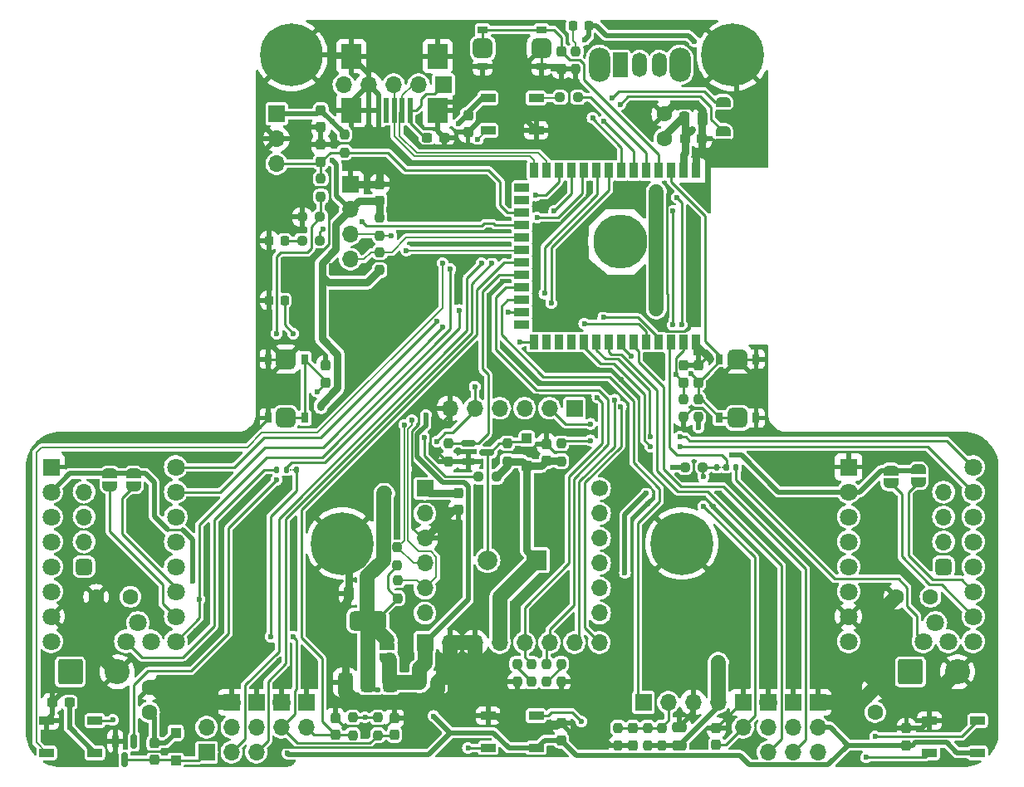
<source format=gbr>
%TF.GenerationSoftware,KiCad,Pcbnew,8.0.9*%
%TF.CreationDate,2025-06-10T00:45:35+02:00*%
%TF.ProjectId,Carte_Mere_PAMI_2025,43617274-655f-44d6-9572-655f50414d49,rev?*%
%TF.SameCoordinates,Original*%
%TF.FileFunction,Copper,L1,Top*%
%TF.FilePolarity,Positive*%
%FSLAX46Y46*%
G04 Gerber Fmt 4.6, Leading zero omitted, Abs format (unit mm)*
G04 Created by KiCad (PCBNEW 8.0.9) date 2025-06-10 00:45:35*
%MOMM*%
%LPD*%
G01*
G04 APERTURE LIST*
G04 Aperture macros list*
%AMRoundRect*
0 Rectangle with rounded corners*
0 $1 Rounding radius*
0 $2 $3 $4 $5 $6 $7 $8 $9 X,Y pos of 4 corners*
0 Add a 4 corners polygon primitive as box body*
4,1,4,$2,$3,$4,$5,$6,$7,$8,$9,$2,$3,0*
0 Add four circle primitives for the rounded corners*
1,1,$1+$1,$2,$3*
1,1,$1+$1,$4,$5*
1,1,$1+$1,$6,$7*
1,1,$1+$1,$8,$9*
0 Add four rect primitives between the rounded corners*
20,1,$1+$1,$2,$3,$4,$5,0*
20,1,$1+$1,$4,$5,$6,$7,0*
20,1,$1+$1,$6,$7,$8,$9,0*
20,1,$1+$1,$8,$9,$2,$3,0*%
%AMFreePoly0*
4,1,19,0.500000,-0.750000,0.000000,-0.750000,0.000000,-0.744911,-0.071157,-0.744911,-0.207708,-0.704816,-0.327430,-0.627875,-0.420627,-0.520320,-0.479746,-0.390866,-0.500000,-0.250000,-0.500000,0.250000,-0.479746,0.390866,-0.420627,0.520320,-0.327430,0.627875,-0.207708,0.704816,-0.071157,0.744911,0.000000,0.744911,0.000000,0.750000,0.500000,0.750000,0.500000,-0.750000,0.500000,-0.750000,
$1*%
%AMFreePoly1*
4,1,19,0.000000,0.744911,0.071157,0.744911,0.207708,0.704816,0.327430,0.627875,0.420627,0.520320,0.479746,0.390866,0.500000,0.250000,0.500000,-0.250000,0.479746,-0.390866,0.420627,-0.520320,0.327430,-0.627875,0.207708,-0.704816,0.071157,-0.744911,0.000000,-0.744911,0.000000,-0.750000,-0.500000,-0.750000,-0.500000,0.750000,0.000000,0.750000,0.000000,0.744911,0.000000,0.744911,
$1*%
G04 Aperture macros list end*
%TA.AperFunction,SMDPad,CuDef*%
%ADD10RoundRect,0.500000X-0.500000X-0.500000X0.500000X-0.500000X0.500000X0.500000X-0.500000X0.500000X0*%
%TD*%
%TA.AperFunction,SMDPad,CuDef*%
%ADD11RoundRect,0.500000X0.500000X-0.500000X0.500000X0.500000X-0.500000X0.500000X-0.500000X-0.500000X0*%
%TD*%
%TA.AperFunction,ComponentPad*%
%ADD12R,1.700000X1.700000*%
%TD*%
%TA.AperFunction,ComponentPad*%
%ADD13O,1.700000X1.700000*%
%TD*%
%TA.AperFunction,ComponentPad*%
%ADD14C,6.400000*%
%TD*%
%TA.AperFunction,SMDPad,CuDef*%
%ADD15FreePoly0,90.000000*%
%TD*%
%TA.AperFunction,SMDPad,CuDef*%
%ADD16FreePoly1,90.000000*%
%TD*%
%TA.AperFunction,SMDPad,CuDef*%
%ADD17R,0.500000X2.500000*%
%TD*%
%TA.AperFunction,SMDPad,CuDef*%
%ADD18R,2.000000X2.500000*%
%TD*%
%TA.AperFunction,SMDPad,CuDef*%
%ADD19RoundRect,0.237500X-0.237500X0.300000X-0.237500X-0.300000X0.237500X-0.300000X0.237500X0.300000X0*%
%TD*%
%TA.AperFunction,SMDPad,CuDef*%
%ADD20RoundRect,0.237500X0.300000X0.237500X-0.300000X0.237500X-0.300000X-0.237500X0.300000X-0.237500X0*%
%TD*%
%TA.AperFunction,SMDPad,CuDef*%
%ADD21RoundRect,0.237500X0.237500X-0.250000X0.237500X0.250000X-0.237500X0.250000X-0.237500X-0.250000X0*%
%TD*%
%TA.AperFunction,SMDPad,CuDef*%
%ADD22RoundRect,0.250000X-0.250000X-0.475000X0.250000X-0.475000X0.250000X0.475000X-0.250000X0.475000X0*%
%TD*%
%TA.AperFunction,SMDPad,CuDef*%
%ADD23RoundRect,0.237500X0.237500X-0.300000X0.237500X0.300000X-0.237500X0.300000X-0.237500X-0.300000X0*%
%TD*%
%TA.AperFunction,SMDPad,CuDef*%
%ADD24RoundRect,0.090000X0.660000X0.360000X-0.660000X0.360000X-0.660000X-0.360000X0.660000X-0.360000X0*%
%TD*%
%TA.AperFunction,SMDPad,CuDef*%
%ADD25R,1.000000X0.750000*%
%TD*%
%TA.AperFunction,SMDPad,CuDef*%
%ADD26RoundRect,0.237500X-0.237500X0.250000X-0.237500X-0.250000X0.237500X-0.250000X0.237500X0.250000X0*%
%TD*%
%TA.AperFunction,SMDPad,CuDef*%
%ADD27RoundRect,0.250000X0.475000X-0.250000X0.475000X0.250000X-0.475000X0.250000X-0.475000X-0.250000X0*%
%TD*%
%TA.AperFunction,ComponentPad*%
%ADD28R,1.800000X1.800000*%
%TD*%
%TA.AperFunction,ComponentPad*%
%ADD29C,1.800000*%
%TD*%
%TA.AperFunction,SMDPad,CuDef*%
%ADD30RoundRect,0.237500X-0.250000X-0.237500X0.250000X-0.237500X0.250000X0.237500X-0.250000X0.237500X0*%
%TD*%
%TA.AperFunction,SMDPad,CuDef*%
%ADD31RoundRect,0.250000X0.300000X-0.300000X0.300000X0.300000X-0.300000X0.300000X-0.300000X-0.300000X0*%
%TD*%
%TA.AperFunction,SMDPad,CuDef*%
%ADD32RoundRect,0.375000X0.375000X-0.625000X0.375000X0.625000X-0.375000X0.625000X-0.375000X-0.625000X0*%
%TD*%
%TA.AperFunction,SMDPad,CuDef*%
%ADD33RoundRect,0.500000X1.400000X-0.500000X1.400000X0.500000X-1.400000X0.500000X-1.400000X-0.500000X0*%
%TD*%
%TA.AperFunction,SMDPad,CuDef*%
%ADD34RoundRect,0.135000X0.135000X0.185000X-0.135000X0.185000X-0.135000X-0.185000X0.135000X-0.185000X0*%
%TD*%
%TA.AperFunction,SMDPad,CuDef*%
%ADD35R,0.250000X0.150000*%
%TD*%
%TA.AperFunction,ComponentPad*%
%ADD36C,1.600000*%
%TD*%
%TA.AperFunction,SMDPad,CuDef*%
%ADD37RoundRect,0.237500X0.250000X0.237500X-0.250000X0.237500X-0.250000X-0.237500X0.250000X-0.237500X0*%
%TD*%
%TA.AperFunction,SMDPad,CuDef*%
%ADD38RoundRect,0.250000X-0.300000X0.300000X-0.300000X-0.300000X0.300000X-0.300000X0.300000X0.300000X0*%
%TD*%
%TA.AperFunction,SMDPad,CuDef*%
%ADD39R,0.750000X1.000000*%
%TD*%
%TA.AperFunction,ComponentPad*%
%ADD40C,1.700000*%
%TD*%
%TA.AperFunction,SMDPad,CuDef*%
%ADD41RoundRect,0.090000X-0.660000X-0.360000X0.660000X-0.360000X0.660000X0.360000X-0.660000X0.360000X0*%
%TD*%
%TA.AperFunction,SMDPad,CuDef*%
%ADD42RoundRect,0.150000X-0.150000X0.587500X-0.150000X-0.587500X0.150000X-0.587500X0.150000X0.587500X0*%
%TD*%
%TA.AperFunction,SMDPad,CuDef*%
%ADD43RoundRect,0.135000X-0.135000X-0.185000X0.135000X-0.185000X0.135000X0.185000X-0.135000X0.185000X0*%
%TD*%
%TA.AperFunction,SMDPad,CuDef*%
%ADD44RoundRect,0.218750X-0.218750X-0.256250X0.218750X-0.256250X0.218750X0.256250X-0.218750X0.256250X0*%
%TD*%
%TA.AperFunction,SMDPad,CuDef*%
%ADD45RoundRect,0.237500X-0.300000X-0.237500X0.300000X-0.237500X0.300000X0.237500X-0.300000X0.237500X0*%
%TD*%
%TA.AperFunction,SMDPad,CuDef*%
%ADD46R,0.900000X1.500000*%
%TD*%
%TA.AperFunction,SMDPad,CuDef*%
%ADD47R,1.500000X0.900000*%
%TD*%
%TA.AperFunction,SMDPad,CuDef*%
%ADD48R,0.900000X0.900000*%
%TD*%
%TA.AperFunction,ComponentPad*%
%ADD49C,5.500000*%
%TD*%
%TA.AperFunction,SMDPad,CuDef*%
%ADD50RoundRect,0.250000X0.250000X0.475000X-0.250000X0.475000X-0.250000X-0.475000X0.250000X-0.475000X0*%
%TD*%
%TA.AperFunction,SMDPad,CuDef*%
%ADD51RoundRect,0.150000X-0.587500X-0.150000X0.587500X-0.150000X0.587500X0.150000X-0.587500X0.150000X0*%
%TD*%
%TA.AperFunction,ComponentPad*%
%ADD52O,2.200000X3.500000*%
%TD*%
%TA.AperFunction,ComponentPad*%
%ADD53R,1.500000X2.500000*%
%TD*%
%TA.AperFunction,ComponentPad*%
%ADD54O,1.500000X2.500000*%
%TD*%
%TA.AperFunction,ComponentPad*%
%ADD55R,2.000000X2.000000*%
%TD*%
%TA.AperFunction,ComponentPad*%
%ADD56C,2.000000*%
%TD*%
%TA.AperFunction,ComponentPad*%
%ADD57RoundRect,0.425000X-0.425000X-0.425000X0.425000X-0.425000X0.425000X0.425000X-0.425000X0.425000X0*%
%TD*%
%TA.AperFunction,ComponentPad*%
%ADD58RoundRect,0.249999X-1.025001X-1.025001X1.025001X-1.025001X1.025001X1.025001X-1.025001X1.025001X0*%
%TD*%
%TA.AperFunction,ComponentPad*%
%ADD59C,2.550000*%
%TD*%
%TA.AperFunction,ViaPad*%
%ADD60C,0.600000*%
%TD*%
%TA.AperFunction,Conductor*%
%ADD61C,0.250000*%
%TD*%
%TA.AperFunction,Conductor*%
%ADD62C,0.500000*%
%TD*%
%TA.AperFunction,Conductor*%
%ADD63C,1.500000*%
%TD*%
%TA.AperFunction,Conductor*%
%ADD64C,0.800000*%
%TD*%
%TA.AperFunction,Conductor*%
%ADD65C,0.200000*%
%TD*%
G04 APERTURE END LIST*
D10*
%TO.P,SW7,1,1*%
%TO.N,/COLORSIDE*%
X-3000000Y72700000D03*
%TO.P,SW7,2,2*%
%TO.N,GND*%
X3000000Y72700000D03*
%TD*%
D11*
%TO.P,SW6,1,1*%
%TO.N,/ESP32_EN*%
X23000000Y35000000D03*
%TO.P,SW6,2,2*%
%TO.N,GND*%
X23000000Y41000000D03*
%TD*%
%TO.P,SW5,2,2*%
%TO.N,GND*%
X-23100000Y41000000D03*
%TO.P,SW5,1,1*%
%TO.N,/BOOT0*%
X-23100000Y35000000D03*
%TD*%
D12*
%TO.P,J6,1,Pin_1*%
%TO.N,+3.3V*%
X6350000Y36000000D03*
D13*
%TO.P,J6,2,Pin_2*%
%TO.N,/ESP32_EN*%
X3810000Y36000000D03*
%TO.P,J6,3,Pin_3*%
%TO.N,/TXD0*%
X1270000Y36000000D03*
%TO.P,J6,4,Pin_4*%
%TO.N,/RXD0*%
X-1270000Y36000000D03*
%TO.P,J6,5,Pin_5*%
%TO.N,/BOOT0*%
X-3810000Y36000000D03*
%TO.P,J6,6,Pin_6*%
%TO.N,GND*%
X-6350000Y36000000D03*
%TD*%
D14*
%TO.P,H4,1,1*%
%TO.N,GND*%
X-22500000Y72000000D03*
%TD*%
D15*
%TO.P,JP7,1,A*%
%TO.N,GND*%
X21500000Y62950000D03*
D16*
%TO.P,JP7,2,B*%
%TO.N,/ID2*%
X21500000Y64250000D03*
%TD*%
D17*
%TO.P,J4,1,VBUS*%
%TO.N,/5V_USB*%
X-10400000Y66400000D03*
%TO.P,J4,2,D-*%
%TO.N,/USB_N*%
X-11200000Y66400000D03*
%TO.P,J4,3,D+*%
%TO.N,/USB_P*%
X-12000000Y66400000D03*
%TO.P,J4,4,ID*%
%TO.N,unconnected-(J4-ID-Pad4)*%
X-12800000Y66400000D03*
%TO.P,J4,5,GND*%
%TO.N,GND*%
X-13600000Y66400000D03*
D18*
%TO.P,J4,6,Shield*%
X-7600000Y66400000D03*
X-7600000Y71900000D03*
X-16400000Y66400000D03*
X-16400000Y71900000D03*
%TD*%
D19*
%TO.P,C25,1*%
%TO.N,/PWM_LIDAR*%
X12300000Y3362500D03*
%TO.P,C25,2*%
%TO.N,GND*%
X12300000Y1637500D03*
%TD*%
D12*
%TO.P,J5,1,Pin_1*%
%TO.N,/5V_USB*%
X-7000000Y69000000D03*
D13*
%TO.P,J5,2,Pin_2*%
%TO.N,/USB_N*%
X-9540000Y69000000D03*
%TO.P,J5,3,Pin_3*%
%TO.N,/USB_P*%
X-12080000Y69000000D03*
%TO.P,J5,4,Pin_4*%
%TO.N,GND*%
X-14620000Y69000000D03*
%TO.P,J5,5,Pin_5*%
%TO.N,unconnected-(J5-Pin_5-Pad5)*%
X-17160000Y69000000D03*
%TD*%
D20*
%TO.P,C19,1*%
%TO.N,+5L*%
X-45137500Y6000000D03*
%TO.P,C19,2*%
%TO.N,GND*%
X-46862500Y6000000D03*
%TD*%
D21*
%TO.P,R18,1*%
%TO.N,GND*%
X17500000Y35087500D03*
%TO.P,R18,2*%
%TO.N,/AU_STATUS*%
X17500000Y36912500D03*
%TD*%
D22*
%TO.P,C2,1*%
%TO.N,+5L*%
X-9450000Y8000000D03*
%TO.P,C2,2*%
%TO.N,GND*%
X-7550000Y8000000D03*
%TD*%
D23*
%TO.P,C29,1*%
%TO.N,/AU_STATUS*%
X17500000Y38637500D03*
%TO.P,C29,2*%
%TO.N,GND*%
X17500000Y40362500D03*
%TD*%
D21*
%TO.P,R25,1*%
%TO.N,/uSW3*%
X-16256000Y2643500D03*
%TO.P,R25,2*%
%TO.N,+3.3V*%
X-16256000Y4468500D03*
%TD*%
D24*
%TO.P,D7,1,VDD*%
%TO.N,+5L*%
X-42550000Y850000D03*
%TO.P,D7,2,DOUT*%
%TO.N,/WS_3*%
X-42550000Y4150000D03*
%TO.P,D7,3,VSS*%
%TO.N,GND*%
X-47450000Y4150000D03*
%TO.P,D7,4,DIN*%
%TO.N,/WS_2*%
X-47450000Y850000D03*
%TD*%
D21*
%TO.P,R20,1*%
%TO.N,GND*%
X10800000Y1587500D03*
%TO.P,R20,2*%
%TO.N,/PWM_LIDAR*%
X10800000Y3412500D03*
%TD*%
D25*
%TO.P,SW4,1,1*%
%TO.N,/COLORSIDE*%
X-3000000Y74575000D03*
X3000000Y74575000D03*
%TO.P,SW4,2,2*%
%TO.N,GND*%
X-3000000Y70825000D03*
X3000000Y70825000D03*
%TD*%
D26*
%TO.P,R12,1*%
%TO.N,/SDA*%
X-11684000Y18438500D03*
%TO.P,R12,2*%
%TO.N,+3.3V*%
X-11684000Y16613500D03*
%TD*%
D23*
%TO.P,C28,1*%
%TO.N,/uSW3*%
X-18034000Y2693500D03*
%TO.P,C28,2*%
%TO.N,GND*%
X-18034000Y4418500D03*
%TD*%
D21*
%TO.P,R10,1*%
%TO.N,/SCL*%
X-13500000Y53587500D03*
%TO.P,R10,2*%
%TO.N,+3.3V*%
X-13500000Y55412500D03*
%TD*%
D27*
%TO.P,C24,1*%
%TO.N,+5P*%
X17018000Y1590000D03*
%TO.P,C24,2*%
%TO.N,GND*%
X17018000Y3490000D03*
%TD*%
D21*
%TO.P,R9,1*%
%TO.N,GND*%
X6500000Y70587500D03*
%TO.P,R9,2*%
%TO.N,Net-(D3-K)*%
X6500000Y72412500D03*
%TD*%
D12*
%TO.P,J18,1,Pin_1*%
%TO.N,GND*%
X23540000Y6000000D03*
D13*
%TO.P,J18,2,Pin_2*%
%TO.N,/uSW2*%
X23540000Y3460000D03*
%TD*%
D21*
%TO.P,R23,1*%
%TO.N,/uSW1*%
X-13700000Y2643500D03*
%TO.P,R23,2*%
%TO.N,+3.3V*%
X-13700000Y4468500D03*
%TD*%
D26*
%TO.P,R26,1*%
%TO.N,/AU_STATUS*%
X5000000Y32412500D03*
%TO.P,R26,2*%
%TO.N,+5P*%
X5000000Y30587500D03*
%TD*%
D21*
%TO.P,R2,1*%
%TO.N,Net-(R2-Pad1)*%
X3500000Y8087500D03*
%TO.P,R2,2*%
%TO.N,/CaptTOR_2*%
X3500000Y9912500D03*
%TD*%
D12*
%TO.P,J13,1,Pin_1*%
%TO.N,GND*%
X26080000Y6000000D03*
D13*
%TO.P,J13,2,Pin_2*%
%TO.N,+5P*%
X26080000Y3460000D03*
%TO.P,J13,3,Pin_3*%
%TO.N,/SERVO3*%
X26080000Y920000D03*
%TD*%
D12*
%TO.P,J11,1,Pin_1*%
%TO.N,GND*%
X-28620000Y6000000D03*
D13*
%TO.P,J11,2,Pin_2*%
%TO.N,+5P*%
X-28620000Y3460000D03*
%TO.P,J11,3,Pin_3*%
%TO.N,/SERVO1*%
X-28620000Y920000D03*
%TD*%
D28*
%TO.P,U4,1,GND*%
%TO.N,GND*%
X-47000000Y30000000D03*
D29*
%TO.P,U4,2,VIO*%
%TO.N,+3.3V*%
X-47000000Y27460000D03*
%TO.P,U4,3,M1B*%
%TO.N,Net-(J9-Pin_4)*%
X-47000000Y24920000D03*
%TO.P,U4,4,M1A*%
%TO.N,Net-(J9-Pin_3)*%
X-47000000Y22380000D03*
%TO.P,U4,5,M2A*%
%TO.N,Net-(J9-Pin_2)*%
X-47000000Y19840000D03*
%TO.P,U4,6,M2B*%
%TO.N,Net-(J9-Pin_1)*%
X-47000000Y17300000D03*
%TO.P,U4,7,GND*%
%TO.N,GND*%
X-47000000Y14760000D03*
%TO.P,U4,8,VM*%
%TO.N,VBATT_12V*%
X-47000000Y12220000D03*
%TO.P,U4,9,DIR*%
%TO.N,/M1_DIR*%
X-34300000Y30000000D03*
%TO.P,U4,10,STEP*%
%TO.N,/M1_STEP*%
X-34300000Y27460000D03*
%TO.P,U4,11,CLK*%
%TO.N,unconnected-(U4-CLK-Pad11)*%
X-34300000Y24920000D03*
%TO.P,U4,12,UART*%
%TO.N,unconnected-(U4-UART-Pad12)*%
X-34300000Y22380000D03*
%TO.P,U4,13,UART*%
%TO.N,unconnected-(U4-UART-Pad13)*%
X-34300000Y19840000D03*
%TO.P,U4,14,MS2*%
%TO.N,Net-(JP2-A)*%
X-34300000Y17300000D03*
%TO.P,U4,15,MS1*%
%TO.N,Net-(JP3-A)*%
X-34300000Y14760000D03*
%TO.P,U4,16,EN*%
%TO.N,/M_EN*%
X-34300000Y12220000D03*
%TO.P,U4,17,VREF*%
%TO.N,unconnected-(U4-VREF-Pad17)*%
X-36840000Y12220000D03*
%TO.P,U4,18,INDEX*%
%TO.N,unconnected-(U4-INDEX-Pad18)*%
X-38150000Y14110000D03*
%TO.P,U4,19,DIAG*%
%TO.N,/M1_DIAG*%
X-39380000Y12220000D03*
%TD*%
D15*
%TO.P,JP6,1,A*%
%TO.N,GND*%
X21500000Y65950000D03*
D16*
%TO.P,JP6,2,B*%
%TO.N,/ID1*%
X21500000Y67250000D03*
%TD*%
D30*
%TO.P,R15,1*%
%TO.N,/WS_1*%
X4887500Y67700000D03*
%TO.P,R15,2*%
%TO.N,/RGBLED*%
X6712500Y67700000D03*
%TD*%
D26*
%TO.P,R21,1*%
%TO.N,/PWM_LIDAR*%
X15300000Y3412500D03*
%TO.P,R21,2*%
%TO.N,+5P*%
X15300000Y1587500D03*
%TD*%
D19*
%TO.P,C6,1*%
%TO.N,+5P*%
X-36500000Y1862500D03*
%TO.P,C6,2*%
%TO.N,Net-(D2-A)*%
X-36500000Y137500D03*
%TD*%
D31*
%TO.P,D6,1,K*%
%TO.N,+5P*%
X1500000Y30100000D03*
%TO.P,D6,2,A*%
%TO.N,Net-(BZ1--)*%
X1500000Y32900000D03*
%TD*%
D14*
%TO.P,H2,1,1*%
%TO.N,GND*%
X-17300000Y22200000D03*
%TD*%
D26*
%TO.P,R14,1*%
%TO.N,/SDA*%
X-13500000Y51912500D03*
%TO.P,R14,2*%
%TO.N,+3.3V*%
X-13500000Y50087500D03*
%TD*%
D22*
%TO.P,C12,1*%
%TO.N,+3.3V*%
X17550000Y65500000D03*
%TO.P,C12,2*%
%TO.N,GND*%
X19450000Y65500000D03*
%TD*%
D32*
%TO.P,U1,1,GND*%
%TO.N,GND*%
X-17032000Y8026000D03*
%TO.P,U1,2,VO*%
%TO.N,+3.3V*%
X-14732000Y8026000D03*
D33*
X-14732000Y14326000D03*
D32*
%TO.P,U1,3,VI*%
%TO.N,+5L*%
X-12432000Y8026000D03*
%TD*%
D28*
%TO.P,U5,1,GND*%
%TO.N,GND*%
X34300000Y30000000D03*
D29*
%TO.P,U5,2,VIO*%
%TO.N,+3.3V*%
X34300000Y27460000D03*
%TO.P,U5,3,M1B*%
%TO.N,Net-(J10-Pin_4)*%
X34300000Y24920000D03*
%TO.P,U5,4,M1A*%
%TO.N,Net-(J10-Pin_3)*%
X34300000Y22380000D03*
%TO.P,U5,5,M2A*%
%TO.N,Net-(J10-Pin_2)*%
X34300000Y19840000D03*
%TO.P,U5,6,M2B*%
%TO.N,Net-(J10-Pin_1)*%
X34300000Y17300000D03*
%TO.P,U5,7,GND*%
%TO.N,GND*%
X34300000Y14760000D03*
%TO.P,U5,8,VM*%
%TO.N,VBATT_12V*%
X34300000Y12220000D03*
%TO.P,U5,9,DIR*%
%TO.N,/M2_DIR*%
X47000000Y30000000D03*
%TO.P,U5,10,STEP*%
%TO.N,/M2_STEP*%
X47000000Y27460000D03*
%TO.P,U5,11,CLK*%
%TO.N,unconnected-(U5-CLK-Pad11)*%
X47000000Y24920000D03*
%TO.P,U5,12,UART*%
%TO.N,unconnected-(U5-UART-Pad12)*%
X47000000Y22380000D03*
%TO.P,U5,13,UART*%
%TO.N,unconnected-(U5-UART-Pad13)*%
X47000000Y19840000D03*
%TO.P,U5,14,MS2*%
%TO.N,Net-(JP4-A)*%
X47000000Y17300000D03*
%TO.P,U5,15,MS1*%
%TO.N,Net-(JP5-A)*%
X47000000Y14760000D03*
%TO.P,U5,16,EN*%
%TO.N,/M_EN*%
X47000000Y12220000D03*
%TO.P,U5,17,VREF*%
%TO.N,unconnected-(U5-VREF-Pad17)*%
X44460000Y12220000D03*
%TO.P,U5,18,INDEX*%
%TO.N,unconnected-(U5-INDEX-Pad18)*%
X43150000Y14110000D03*
%TO.P,U5,19,DIAG*%
%TO.N,/M2_DIAG*%
X41920000Y12220000D03*
%TD*%
D34*
%TO.P,JP9,1,A*%
%TO.N,/uSW1*%
X-21980000Y29718000D03*
D35*
X-22365000Y29718000D03*
%TO.P,JP9,2,B*%
%TO.N,/M1_DIAG{slash}uSW1*%
X-22615000Y29718000D03*
D34*
X-23000000Y29718000D03*
%TD*%
D23*
%TO.P,C5,1*%
%TO.N,/TIRETTE*%
X-19500000Y61137500D03*
%TO.P,C5,2*%
%TO.N,GND*%
X-19500000Y62862500D03*
%TD*%
D36*
%TO.P,C11,1*%
%TO.N,+3.3V*%
X15500000Y63500000D03*
%TO.P,C11,2*%
%TO.N,GND*%
X15500000Y66000000D03*
%TD*%
D23*
%TO.P,C20,1*%
%TO.N,+5L*%
X5000000Y2137500D03*
%TO.P,C20,2*%
%TO.N,GND*%
X5000000Y3862500D03*
%TD*%
D30*
%TO.P,R1,1*%
%TO.N,Net-(D1-A)*%
X-3412500Y29000000D03*
%TO.P,R1,2*%
%TO.N,+5P*%
X-1587500Y29000000D03*
%TD*%
D19*
%TO.P,C3,1*%
%TO.N,+3.3V*%
X-19500000Y66362500D03*
%TO.P,C3,2*%
%TO.N,GND*%
X-19500000Y64637500D03*
%TD*%
D15*
%TO.P,JP2,1,A*%
%TO.N,Net-(JP2-A)*%
X-38608815Y28033711D03*
D16*
%TO.P,JP2,2,B*%
%TO.N,+3.3V*%
X-38608815Y29333711D03*
%TD*%
D19*
%TO.P,C1,1*%
%TO.N,+3.3V*%
X-5500000Y27362500D03*
%TO.P,C1,2*%
%TO.N,GND*%
X-5500000Y25637500D03*
%TD*%
D37*
%TO.P,R5,1*%
%TO.N,Net-(Q1-G)*%
X-19587500Y55500000D03*
%TO.P,R5,2*%
%TO.N,GND*%
X-21412500Y55500000D03*
%TD*%
D12*
%TO.P,J8,1,Pin_1*%
%TO.N,GND*%
X-16500000Y58810000D03*
D13*
%TO.P,J8,2,Pin_2*%
%TO.N,+3.3V*%
X-16500000Y56270000D03*
%TO.P,J8,3,Pin_3*%
%TO.N,/SCL*%
X-16500000Y53730000D03*
%TO.P,J8,4,Pin_4*%
%TO.N,/SDA*%
X-16500000Y51190000D03*
%TD*%
D24*
%TO.P,D10,1,VDD*%
%TO.N,+5L*%
X47450000Y850000D03*
%TO.P,D10,2,DOUT*%
%TO.N,/WS_5*%
X47450000Y4150000D03*
%TO.P,D10,3,VSS*%
%TO.N,GND*%
X42550000Y4150000D03*
%TO.P,D10,4,DIN*%
%TO.N,/WS_4*%
X42550000Y850000D03*
%TD*%
D19*
%TO.P,C16,1*%
%TO.N,+5L*%
X-4500000Y65862500D03*
%TO.P,C16,2*%
%TO.N,GND*%
X-4500000Y64137500D03*
%TD*%
D38*
%TO.P,D2,1,K*%
%TO.N,+5P*%
X-34300000Y2900000D03*
%TO.P,D2,2,A*%
%TO.N,Net-(D2-A)*%
X-34300000Y100000D03*
%TD*%
D12*
%TO.P,J17,1,Pin_1*%
%TO.N,GND*%
X-23540000Y6000000D03*
D13*
%TO.P,J17,2,Pin_2*%
%TO.N,/uSW1*%
X-23540000Y3460000D03*
%TD*%
D19*
%TO.P,C10,1*%
%TO.N,/COLORSIDE*%
X5000000Y72362500D03*
%TO.P,C10,2*%
%TO.N,GND*%
X5000000Y70637500D03*
%TD*%
D12*
%TO.P,J12,1,Pin_1*%
%TO.N,GND*%
X-26080000Y6000000D03*
D13*
%TO.P,J12,2,Pin_2*%
%TO.N,+5P*%
X-26080000Y3460000D03*
%TO.P,J12,3,Pin_3*%
%TO.N,/SERVO2*%
X-26080000Y920000D03*
%TD*%
D39*
%TO.P,SW3,1,1*%
%TO.N,/ESP32_EN*%
X21125000Y35000000D03*
X21125000Y41000000D03*
%TO.P,SW3,2,2*%
%TO.N,GND*%
X24875000Y35000000D03*
X24875000Y41000000D03*
%TD*%
D15*
%TO.P,JP1,1,A*%
%TO.N,+5L*%
X-12732000Y10526000D03*
D16*
%TO.P,JP1,2,B*%
%TO.N,+3.3V*%
X-12732000Y11826000D03*
%TD*%
D39*
%TO.P,SW2,1,1*%
%TO.N,/BOOT0*%
X-21125000Y41000000D03*
X-21125000Y35000000D03*
%TO.P,SW2,2,2*%
%TO.N,GND*%
X-24875000Y41000000D03*
X-24875000Y35000000D03*
%TD*%
D12*
%TO.P,J14,1,Pin_1*%
%TO.N,GND*%
X28620000Y6000000D03*
D13*
%TO.P,J14,2,Pin_2*%
%TO.N,+5P*%
X28620000Y3460000D03*
%TO.P,J14,3,Pin_3*%
%TO.N,/SERVO4*%
X28620000Y920000D03*
%TD*%
D36*
%TO.P,C14,1*%
%TO.N,VBATT_12V*%
X-38900000Y16764000D03*
%TO.P,C14,2*%
%TO.N,GND*%
X-42400000Y16764000D03*
%TD*%
D12*
%TO.P,J20,1,Pin_1*%
%TO.N,GND*%
X31160000Y6000000D03*
D13*
%TO.P,J20,2,Pin_2*%
%TO.N,+5L*%
X31160000Y3460000D03*
%TO.P,J20,3,Pin_3*%
%TO.N,/WS_5*%
X31160000Y920000D03*
%TD*%
D26*
%TO.P,R8,1*%
%TO.N,+3.3V*%
X-17100000Y63912500D03*
%TO.P,R8,2*%
%TO.N,/TIRETTE*%
X-17100000Y62087500D03*
%TD*%
D12*
%TO.P,U2,1,VIN*%
%TO.N,+3.3V*%
X-8890000Y27810000D03*
D13*
%TO.P,U2,2,3Vo*%
%TO.N,unconnected-(U2-3Vo-Pad2)*%
X-8890000Y25270000D03*
%TO.P,U2,3,GND*%
%TO.N,GND*%
X-8890000Y22730000D03*
%TO.P,U2,4,SCL/CLK/TX*%
%TO.N,/SCL*%
X-8890000Y20190000D03*
%TO.P,U2,5,SDA/MISO/RX*%
%TO.N,/SDA*%
X-8890000Y17650000D03*
%TO.P,U2,6,~{INT}*%
%TO.N,unconnected-(U2-~{INT}-Pad6)*%
X-8890000Y15110000D03*
D40*
%TO.P,U2,7,~{BOOT}*%
%TO.N,unconnected-(U2-~{BOOT}-Pad7)*%
X8920000Y27810000D03*
D13*
%TO.P,U2,8,P0*%
%TO.N,unconnected-(U2-P0-Pad8)*%
X8920000Y25270000D03*
%TO.P,U2,9,P1*%
%TO.N,unconnected-(U2-P1-Pad9)*%
X8920000Y22730000D03*
%TO.P,U2,10,~{RST}*%
%TO.N,unconnected-(U2-~{RST}-Pad10)*%
X8920000Y20190000D03*
%TO.P,U2,11,A0/MOSI*%
%TO.N,unconnected-(U2-A0{slash}MOSI-Pad11)*%
X8920000Y17650000D03*
%TO.P,U2,12,~{CS}*%
%TO.N,unconnected-(U2-~{CS}-Pad12)*%
X8920000Y15110000D03*
%TD*%
D21*
%TO.P,R6,1*%
%TO.N,Net-(R6-Pad1)*%
X2000000Y8087500D03*
%TO.P,R6,2*%
%TO.N,/CaptTOR_1*%
X2000000Y9912500D03*
%TD*%
D15*
%TO.P,JP3,1,A*%
%TO.N,Net-(JP3-A)*%
X-41000000Y28050000D03*
D16*
%TO.P,JP3,2,B*%
%TO.N,+3.3V*%
X-41000000Y29350000D03*
%TD*%
D41*
%TO.P,D5,1,VDD*%
%TO.N,+5L*%
X-2450000Y67650000D03*
%TO.P,D5,2,DOUT*%
%TO.N,/WS_2*%
X-2450000Y64350000D03*
%TO.P,D5,3,VSS*%
%TO.N,GND*%
X2450000Y64350000D03*
%TO.P,D5,4,DIN*%
%TO.N,/WS_1*%
X2450000Y67650000D03*
%TD*%
D14*
%TO.P,H1,1,1*%
%TO.N,GND*%
X17300000Y22200000D03*
%TD*%
D26*
%TO.P,R17,1*%
%TO.N,Net-(BZ1--)*%
X-500000Y32412500D03*
%TO.P,R17,2*%
%TO.N,+5P*%
X-500000Y30587500D03*
%TD*%
D36*
%TO.P,C23,1*%
%TO.N,+5P*%
X37000000Y5000000D03*
%TO.P,C23,2*%
%TO.N,GND*%
X37000000Y7500000D03*
%TD*%
D15*
%TO.P,JP4,1,A*%
%TO.N,Net-(JP4-A)*%
X41400000Y28450000D03*
D16*
%TO.P,JP4,2,B*%
%TO.N,+3.3V*%
X41400000Y29750000D03*
%TD*%
D42*
%TO.P,Q1,1,G*%
%TO.N,Net-(Q1-G)*%
X-38550000Y2017500D03*
%TO.P,Q1,2,S*%
%TO.N,GND*%
X-40450000Y2017500D03*
%TO.P,Q1,3,D*%
%TO.N,Net-(D2-A)*%
X-39500000Y142500D03*
%TD*%
D12*
%TO.P,J1,1,Pin_1*%
%TO.N,+3.3V*%
X-24000000Y66025000D03*
D13*
%TO.P,J1,2,Pin_2*%
%TO.N,GND*%
X-24000000Y63485000D03*
%TO.P,J1,3,Pin_3*%
%TO.N,/TIRETTE*%
X-24000000Y60945000D03*
%TD*%
D12*
%TO.P,J19,1,Pin_1*%
%TO.N,GND*%
X-21000000Y6000000D03*
D13*
%TO.P,J19,2,Pin_2*%
%TO.N,/uSW3*%
X-21000000Y3460000D03*
%TD*%
D43*
%TO.P,JP11,1,A*%
%TO.N,/uSW2*%
X20824000Y29972000D03*
D35*
X21209000Y29972000D03*
%TO.P,JP11,2,B*%
%TO.N,/M2_DIAG{slash}uSW2*%
X21459000Y29972000D03*
D43*
X21844000Y29972000D03*
%TD*%
D36*
%TO.P,C15,1*%
%TO.N,VBATT_12V*%
X42650000Y16764000D03*
%TO.P,C15,2*%
%TO.N,GND*%
X39150000Y16764000D03*
%TD*%
D44*
%TO.P,D3,1,K*%
%TO.N,Net-(D3-K)*%
X6212500Y75000000D03*
%TO.P,D3,2,A*%
%TO.N,+3.3V*%
X7787500Y75000000D03*
%TD*%
D14*
%TO.P,H3,1,1*%
%TO.N,GND*%
X22500000Y72000000D03*
%TD*%
D26*
%TO.P,R11,1*%
%TO.N,/SCL*%
X-11700000Y21812500D03*
%TO.P,R11,2*%
%TO.N,+3.3V*%
X-11700000Y19987500D03*
%TD*%
D23*
%TO.P,C7,1*%
%TO.N,/BOOT0*%
X-19000000Y38637500D03*
%TO.P,C7,2*%
%TO.N,GND*%
X-19000000Y40362500D03*
%TD*%
D43*
%TO.P,JP10,1,A*%
%TO.N,/M1_DIAG*%
X-24000000Y29718000D03*
%TO.P,JP10,2,B*%
%TO.N,/M1_DIAG{slash}uSW1*%
X-22980000Y29718000D03*
%TD*%
D23*
%TO.P,C26,1*%
%TO.N,/uSW1*%
X-12000000Y2693500D03*
%TO.P,C26,2*%
%TO.N,GND*%
X-12000000Y4418500D03*
%TD*%
D34*
%TO.P,JP8,1,A*%
%TO.N,/M2_DIAG*%
X22844000Y29972000D03*
%TO.P,JP8,2,B*%
%TO.N,/M2_DIAG{slash}uSW2*%
X21824000Y29972000D03*
%TD*%
D45*
%TO.P,C8,1*%
%TO.N,/5V_USB*%
X-8662500Y63600000D03*
%TO.P,C8,2*%
%TO.N,GND*%
X-6937500Y63600000D03*
%TD*%
D23*
%TO.P,C21,1*%
%TO.N,+5L*%
X40200000Y1637500D03*
%TO.P,C21,2*%
%TO.N,GND*%
X40200000Y3362500D03*
%TD*%
D24*
%TO.P,D9,1,VDD*%
%TO.N,+5L*%
X2450000Y1350000D03*
%TO.P,D9,2,DOUT*%
%TO.N,/WS_4*%
X2450000Y4650000D03*
%TO.P,D9,3,VSS*%
%TO.N,GND*%
X-2450000Y4650000D03*
%TO.P,D9,4,DIN*%
%TO.N,/WS_3*%
X-2450000Y1350000D03*
%TD*%
D45*
%TO.P,C13,1*%
%TO.N,+3.3V*%
X17637500Y63500000D03*
%TO.P,C13,2*%
%TO.N,GND*%
X19362500Y63500000D03*
%TD*%
D26*
%TO.P,R4,1*%
%TO.N,/TIRETTE*%
X-19500000Y59412500D03*
%TO.P,R4,2*%
%TO.N,Net-(Q1-G)*%
X-19500000Y57587500D03*
%TD*%
%TO.P,R13,1*%
%TO.N,/ESP32_EN*%
X19000000Y36912500D03*
%TO.P,R13,2*%
%TO.N,+3.3V*%
X19000000Y35087500D03*
%TD*%
D21*
%TO.P,R16,1*%
%TO.N,GND*%
X-6500000Y30587500D03*
%TO.P,R16,2*%
%TO.N,/BUZZER*%
X-6500000Y32412500D03*
%TD*%
D36*
%TO.P,C22,1*%
%TO.N,+5P*%
X-37000000Y5000000D03*
%TO.P,C22,2*%
%TO.N,GND*%
X-37000000Y7500000D03*
%TD*%
D23*
%TO.P,C27,1*%
%TO.N,/uSW2*%
X20804000Y1677500D03*
%TO.P,C27,2*%
%TO.N,GND*%
X20804000Y3402500D03*
%TD*%
D30*
%TO.P,R19,1*%
%TO.N,Net-(D8-A)*%
X-21412500Y53100000D03*
%TO.P,R19,2*%
%TO.N,/LED_RED*%
X-19587500Y53100000D03*
%TD*%
D15*
%TO.P,JP5,1,A*%
%TO.N,Net-(JP5-A)*%
X38600000Y28350000D03*
D16*
%TO.P,JP5,2,B*%
%TO.N,+3.3V*%
X38600000Y29650000D03*
%TD*%
D37*
%TO.P,R24,1*%
%TO.N,/uSW2*%
X19454500Y30000000D03*
%TO.P,R24,2*%
%TO.N,+3.3V*%
X17629500Y30000000D03*
%TD*%
D46*
%TO.P,U3,1,GND*%
%TO.N,GND*%
X18760000Y60250000D03*
%TO.P,U3,2,3V3*%
%TO.N,+3.3V*%
X17490000Y60250000D03*
%TO.P,U3,3,EN*%
%TO.N,/ESP32_EN*%
X16220000Y60250000D03*
%TO.P,U3,4,IO4*%
%TO.N,/COLORSIDE*%
X14950000Y60250000D03*
%TO.P,U3,5,IO5*%
%TO.N,/RGBLED*%
X13680000Y60250000D03*
%TO.P,U3,6,IO6*%
%TO.N,/ID2*%
X12410000Y60250000D03*
%TO.P,U3,7,IO7*%
%TO.N,/ID1*%
X11140000Y60250000D03*
%TO.P,U3,8,IO15*%
%TO.N,/M1_DIAG{slash}uSW1*%
X9870000Y60250000D03*
%TO.P,U3,9,IO16*%
%TO.N,/M1_DIR*%
X8600000Y60250000D03*
%TO.P,U3,10,IO17*%
%TO.N,/SERVO1*%
X7330000Y60250000D03*
%TO.P,U3,11,IO18*%
%TO.N,/SERVO2*%
X6060000Y60250000D03*
%TO.P,U3,12,IO8*%
%TO.N,/M_EN*%
X4790000Y60250000D03*
%TO.P,U3,13,IO19*%
%TO.N,/USB_N*%
X3520000Y60250000D03*
%TO.P,U3,14,IO20*%
%TO.N,/USB_P*%
X2250000Y60250000D03*
D47*
%TO.P,U3,15,IO3*%
%TO.N,unconnected-(U3-IO3-Pad15)*%
X1000000Y58485000D03*
%TO.P,U3,16,IO46*%
%TO.N,unconnected-(U3-IO46-Pad16)*%
X1000000Y57215000D03*
%TO.P,U3,17,IO9*%
%TO.N,/TIRETTE*%
X1000000Y55945000D03*
%TO.P,U3,18,IO10*%
%TO.N,/LED_RED*%
X1000000Y54675000D03*
%TO.P,U3,19,IO11*%
%TO.N,/SDA*%
X1000000Y53405000D03*
%TO.P,U3,20,IO12*%
%TO.N,/SCL*%
X1000000Y52135000D03*
%TO.P,U3,21,IO13*%
%TO.N,/uSW3*%
X1000000Y50865000D03*
%TO.P,U3,22,IO14*%
%TO.N,/BUZZER*%
X1000000Y49595000D03*
%TO.P,U3,23,IO21*%
%TO.N,/CaptTOR_2*%
X1000000Y48325000D03*
%TO.P,U3,24,IO47*%
%TO.N,/TX_LIDAR*%
X1000000Y47055000D03*
%TO.P,U3,25,IO48*%
%TO.N,/M1_STEP*%
X1000000Y45785000D03*
%TO.P,U3,26,IO45*%
%TO.N,unconnected-(U3-IO45-Pad26)*%
X1000000Y44515000D03*
D46*
%TO.P,U3,27,IO0*%
%TO.N,/BOOT0*%
X2250000Y42750000D03*
%TO.P,U3,28,IO35*%
%TO.N,unconnected-(U3-IO35-Pad28)*%
X3520000Y42750000D03*
%TO.P,U3,29,IO36*%
%TO.N,unconnected-(U3-IO36-Pad29)*%
X4790000Y42750000D03*
%TO.P,U3,30,IO37*%
%TO.N,unconnected-(U3-IO37-Pad30)*%
X6060000Y42750000D03*
%TO.P,U3,31,IO38*%
%TO.N,/M2_STEP*%
X7330000Y42750000D03*
%TO.P,U3,32,IO39*%
%TO.N,/M2_DIR*%
X8600000Y42750000D03*
%TO.P,U3,33,IO40*%
%TO.N,/SERVO3*%
X9870000Y42750000D03*
%TO.P,U3,34,IO41*%
%TO.N,/CaptTOR_1*%
X11140000Y42750000D03*
%TO.P,U3,35,IO42*%
%TO.N,/SERVO4*%
X12410000Y42750000D03*
%TO.P,U3,36,RXD0*%
%TO.N,/RXD0*%
X13680000Y42750000D03*
%TO.P,U3,37,TXD0*%
%TO.N,/TXD0*%
X14950000Y42750000D03*
%TO.P,U3,38,IO2*%
%TO.N,/M2_DIAG{slash}uSW2*%
X16220000Y42750000D03*
%TO.P,U3,39,IO1*%
%TO.N,/AU_STATUS*%
X17490000Y42750000D03*
%TO.P,U3,40,GND*%
%TO.N,GND*%
X18760000Y42750000D03*
D48*
%TO.P,U3,PAD,GND*%
X12440000Y54400000D03*
X11040000Y54400000D03*
X9640000Y54400000D03*
X12440000Y53000000D03*
X11040000Y53000000D03*
D49*
X11000000Y53000000D03*
D48*
X9640000Y53000000D03*
X12440000Y51600000D03*
X11040000Y51600000D03*
X9640000Y51600000D03*
%TD*%
D50*
%TO.P,C4,1*%
%TO.N,+3.3V*%
X-14750000Y17100000D03*
%TO.P,C4,2*%
%TO.N,GND*%
X-16650000Y17100000D03*
%TD*%
D44*
%TO.P,D8,1,K*%
%TO.N,GND*%
X-24787500Y53100000D03*
%TO.P,D8,2,A*%
%TO.N,Net-(D8-A)*%
X-23212500Y53100000D03*
%TD*%
D21*
%TO.P,R7,1*%
%TO.N,GND*%
X500000Y8087500D03*
%TO.P,R7,2*%
%TO.N,Net-(R6-Pad1)*%
X500000Y9912500D03*
%TD*%
%TO.P,R3,1*%
%TO.N,GND*%
X5000000Y8087500D03*
%TO.P,R3,2*%
%TO.N,Net-(R2-Pad1)*%
X5000000Y9912500D03*
%TD*%
D12*
%TO.P,J3,1,Pin_1*%
%TO.N,Net-(D2-A)*%
X-31160000Y920000D03*
D13*
%TO.P,J3,2,Pin_2*%
%TO.N,+5P*%
X-31160000Y3460000D03*
%TD*%
D23*
%TO.P,C18,1*%
%TO.N,+5P*%
X3500000Y30637500D03*
%TO.P,C18,2*%
%TO.N,GND*%
X3500000Y32362500D03*
%TD*%
D44*
%TO.P,D1,1,K*%
%TO.N,GND*%
X-24787500Y47000000D03*
%TO.P,D1,2,A*%
%TO.N,Net-(D1-A)*%
X-23212500Y47000000D03*
%TD*%
D12*
%TO.P,J16,1,Pin_1*%
%TO.N,/TX_LIDAR*%
X13380000Y6000000D03*
D13*
%TO.P,J16,2,Pin_2*%
%TO.N,/PWM_LIDAR*%
X15920000Y6000000D03*
%TO.P,J16,3,Pin_3*%
%TO.N,GND*%
X18460000Y6000000D03*
%TO.P,J16,4,Pin_4*%
%TO.N,+5P*%
X21000000Y6000000D03*
%TD*%
D51*
%TO.P,Q2,1,G*%
%TO.N,/BUZZER*%
X-4437500Y32450000D03*
%TO.P,Q2,2,S*%
%TO.N,GND*%
X-4437500Y30550000D03*
%TO.P,Q2,3,D*%
%TO.N,Net-(BZ1--)*%
X-2562500Y31500000D03*
%TD*%
D23*
%TO.P,C9,1*%
%TO.N,/ESP32_EN*%
X19000000Y38637500D03*
%TO.P,C9,2*%
%TO.N,GND*%
X19000000Y40362500D03*
%TD*%
D52*
%TO.P,SW1,*%
%TO.N,*%
X8900000Y71000000D03*
X17100000Y71000000D03*
D53*
%TO.P,SW1,1,C*%
%TO.N,/ALIM_EN_5L*%
X11000000Y71000000D03*
D54*
%TO.P,SW1,2,B*%
%TO.N,/EN_5L*%
X13000000Y71000000D03*
%TO.P,SW1,3,A*%
X15000000Y71000000D03*
%TD*%
D23*
%TO.P,C17,1*%
%TO.N,+3.3V*%
X-13500000Y57137500D03*
%TO.P,C17,2*%
%TO.N,GND*%
X-13500000Y58862500D03*
%TD*%
D55*
%TO.P,BZ1,1,+*%
%TO.N,+5P*%
X2500000Y20500000D03*
D56*
%TO.P,BZ1,2,-*%
%TO.N,Net-(BZ1--)*%
X-2500000Y20500000D03*
%TD*%
D26*
%TO.P,R22,1*%
%TO.N,/PWM_LIDAR*%
X13810000Y3412500D03*
%TO.P,R22,2*%
%TO.N,+5P*%
X13810000Y1587500D03*
%TD*%
D57*
%TO.P,J9,1,Pin_1*%
%TO.N,Net-(J9-Pin_1)*%
X-43650000Y19840000D03*
D13*
%TO.P,J9,2,Pin_2*%
%TO.N,Net-(J9-Pin_2)*%
X-43650000Y22380000D03*
%TO.P,J9,3,Pin_3*%
%TO.N,Net-(J9-Pin_3)*%
X-43650000Y24920000D03*
%TO.P,J9,4,Pin_4*%
%TO.N,Net-(J9-Pin_4)*%
X-43650000Y27460000D03*
%TD*%
D57*
%TO.P,J10,1,Pin_1*%
%TO.N,Net-(J10-Pin_1)*%
X43980000Y19830000D03*
D13*
%TO.P,J10,2,Pin_2*%
%TO.N,Net-(J10-Pin_2)*%
X43980000Y22370000D03*
%TO.P,J10,3,Pin_3*%
%TO.N,Net-(J10-Pin_3)*%
X43980000Y24910000D03*
%TO.P,J10,4,Pin_4*%
%TO.N,Net-(J10-Pin_4)*%
X43980000Y27450000D03*
%TD*%
D12*
%TO.P,J2,1,Pin_1*%
%TO.N,+5L*%
X-8890000Y12100000D03*
D13*
%TO.P,J2,2,Pin_2*%
%TO.N,GND*%
X-6350000Y12100000D03*
%TO.P,J2,3,Pin_3*%
X-3810000Y12100000D03*
%TO.P,J2,4,Pin_4*%
%TO.N,+5P*%
X-1270000Y12100000D03*
%TO.P,J2,5,Pin_5*%
%TO.N,/CaptTOR_1*%
X1270000Y12100000D03*
%TO.P,J2,6,Pin_6*%
%TO.N,/CaptTOR_2*%
X3810000Y12100000D03*
%TO.P,J2,7,Pin_7*%
%TO.N,/EN_5L*%
X6350000Y12100000D03*
%TO.P,J2,8,Pin_8*%
%TO.N,/ALIM_EN_5L*%
X8890000Y12100000D03*
%TD*%
D58*
%TO.P,J7,1,Pin_1*%
%TO.N,VBATT_12V*%
X40600000Y9110000D03*
D59*
%TO.P,J7,2,Pin_2*%
%TO.N,GND*%
X45400000Y9110000D03*
%TD*%
D58*
%TO.P,J15,1,Pin_1*%
%TO.N,VBATT_12V*%
X-45050000Y9110000D03*
D59*
%TO.P,J15,2,Pin_2*%
%TO.N,GND*%
X-40250000Y9110000D03*
%TD*%
D60*
%TO.N,GND*%
X5000000Y75000000D03*
X-24900000Y37700000D03*
%TO.N,Net-(D1-A)*%
X-22300000Y43600000D03*
%TO.N,GND*%
X-18400000Y56400000D03*
X-6800000Y26200000D03*
X-25700000Y48400000D03*
X46800000Y2100000D03*
X13800000Y26200000D03*
X-36200000Y21100000D03*
X2600000Y53600000D03*
X18700000Y55300000D03*
X-22300000Y24100000D03*
X-11700000Y23600000D03*
X-24900000Y28900000D03*
X4700000Y26200000D03*
X-10100000Y3300000D03*
X49100000Y9800000D03*
X10200000Y62200000D03*
X-21300000Y42400000D03*
X-14900000Y40400000D03*
X31100000Y22100000D03*
X26100000Y12100000D03*
X6500000Y69300000D03*
X5100000Y52100000D03*
X-4600000Y58800000D03*
X-2100000Y69300000D03*
X18800000Y44900000D03*
X-9600000Y52700000D03*
X13575000Y41250000D03*
X900000Y40500000D03*
X-26200000Y17000000D03*
X-31200000Y23500000D03*
X-11400000Y53900000D03*
X31100000Y15900000D03*
X-12300000Y29700000D03*
X45400000Y23700000D03*
X-20500000Y12600000D03*
X-49200000Y17000000D03*
X-300000Y56900000D03*
X28800000Y15900000D03*
X-18400000Y47800000D03*
X9500000Y8200000D03*
X-5000000Y70100000D03*
X31000000Y12100000D03*
X-2600000Y58800000D03*
X16100000Y26600000D03*
X-1400000Y55500000D03*
X-40650000Y21110000D03*
X41600000Y31000000D03*
X18760000Y61760000D03*
X40800000Y18300000D03*
X46600000Y32900000D03*
X26100000Y15900000D03*
X25700000Y68500000D03*
X-33000000Y1000000D03*
X4300000Y38550000D03*
X5400000Y18500000D03*
X-3800000Y52700000D03*
X-10700000Y64300000D03*
X14800000Y8200000D03*
X21700000Y28900000D03*
X14700000Y15500000D03*
X-20700000Y60000000D03*
X-26200000Y24100000D03*
X21300000Y27200000D03*
X11470000Y74840000D03*
X-12900000Y32700000D03*
X-2200000Y41100000D03*
X7400000Y1700000D03*
X-2800000Y18600000D03*
X4200000Y900000D03*
X17800000Y28900000D03*
X200000Y39000000D03*
X-5400000Y48700000D03*
X-12700000Y64300000D03*
X-8000000Y46600000D03*
X-15000000Y3400000D03*
X-7400000Y55600000D03*
X-32300000Y28700000D03*
X25400000Y31100000D03*
X23400000Y12100000D03*
X15300000Y40700000D03*
X-35500000Y26200000D03*
X8500000Y33600000D03*
X-15100000Y52600000D03*
X-22700000Y9400000D03*
X300000Y15100000D03*
X13300000Y31100000D03*
X-15500000Y75100000D03*
X10500000Y46100000D03*
X1400000Y73900000D03*
X2700000Y44300000D03*
X9500000Y3300000D03*
X100000Y2600000D03*
X24300000Y1300000D03*
X8700000Y39900000D03*
X28800000Y12100000D03*
X10000000Y37800000D03*
X-17600000Y36700000D03*
X-280000Y51500000D03*
X-200000Y63300000D03*
X-11900000Y50900000D03*
X-12900000Y41800000D03*
X-3600000Y15000000D03*
X-24200000Y1100000D03*
X-47000000Y32800000D03*
X-14900000Y6000000D03*
X24000000Y29000000D03*
X-3100000Y37500000D03*
X-34100000Y5200000D03*
X-21700000Y48400000D03*
X-7200000Y15300000D03*
X-29600000Y24300000D03*
X9900000Y29400000D03*
X10600000Y20000000D03*
X18800000Y58200000D03*
X31200000Y8200000D03*
X-10900000Y12100000D03*
X-37600000Y3300000D03*
X-49200000Y10200000D03*
X8200000Y35400000D03*
X-21300000Y11300000D03*
X16100000Y58200000D03*
X2700000Y28900000D03*
X28700000Y8200000D03*
X-18400000Y50500000D03*
X-20100000Y34300000D03*
X31200000Y28900000D03*
X-16800000Y39100000D03*
X-13500000Y60400000D03*
X-3800000Y41900000D03*
X-6400000Y19200000D03*
X-5700000Y3800000D03*
X-28300000Y32900000D03*
X19400000Y2400000D03*
X3500000Y33600000D03*
X25600000Y61400000D03*
X-16006000Y6000000D03*
X7700000Y31900000D03*
X-3400000Y22500000D03*
X20500000Y26000000D03*
X-6600000Y1000000D03*
X-16200000Y63000000D03*
X-32200000Y13300000D03*
X24875000Y39700000D03*
X-4400000Y31500000D03*
X11100000Y38900000D03*
X-2390000Y54120000D03*
X26100000Y8200000D03*
X12100000Y12100000D03*
X-15000000Y50400000D03*
X17900000Y33800000D03*
X2700000Y18500000D03*
X2400000Y41200000D03*
X-23800000Y10200000D03*
X23500000Y15900000D03*
X5000000Y39900000D03*
X12900000Y28300000D03*
X7950000Y58750000D03*
X-44600000Y-200000D03*
X11400000Y17300000D03*
X-41900000Y26100000D03*
X-10100000Y1700000D03*
X-8800000Y36700000D03*
X-9900000Y29800000D03*
X-1500000Y8100000D03*
X-22300000Y37500000D03*
X-30400000Y12600000D03*
X3800000Y14700000D03*
X-49200000Y2600000D03*
X44200000Y100000D03*
X26300000Y33800000D03*
X14700000Y12100000D03*
X5400000Y58700000D03*
X22000000Y21700000D03*
X4100000Y61600000D03*
X20150000Y41050000D03*
X-22800000Y28600000D03*
X-12900000Y47700000D03*
X-24700000Y11600000D03*
X13200000Y58700000D03*
X-32600000Y24000000D03*
X-25700000Y54900000D03*
X-31300000Y9500000D03*
X2500000Y48700000D03*
X-16100000Y29600000D03*
X-49200000Y30000000D03*
X13100000Y48800000D03*
X-37600000Y1000000D03*
X35800000Y26400000D03*
X-15200000Y47600000D03*
X100000Y28300000D03*
X-8900000Y75100000D03*
X18300000Y75200000D03*
X-9900000Y59000000D03*
X2600000Y56600000D03*
X-28600000Y31100000D03*
X-20900000Y61900000D03*
X-22200000Y18500000D03*
X-47800000Y7100000D03*
X1100000Y60700000D03*
X-1000000Y42300000D03*
X-1000000Y48900000D03*
X-3400000Y27900000D03*
X6000000Y14500000D03*
X2600000Y37200000D03*
X-24875000Y45200000D03*
X49000000Y21100000D03*
X-37400000Y27200000D03*
X33710000Y-290000D03*
X15100000Y44500000D03*
X20100000Y37800000D03*
%TO.N,+5P*%
X21500000Y10100000D03*
X20500000Y10100000D03*
%TO.N,+3.3V*%
X-13700000Y7250000D03*
X-18368750Y61300000D03*
X7400000Y73600000D03*
X14700001Y58100001D03*
X18300000Y64400000D03*
X16400000Y30000000D03*
X22400000Y31200000D03*
X-15000000Y4468500D03*
X-13000000Y26300000D03*
X18600000Y73400000D03*
X14700001Y46099999D03*
X11500000Y19200000D03*
X-13000000Y27300000D03*
X14700001Y46900000D03*
X13700000Y27300000D03*
X-19500000Y36100000D03*
X-14750000Y15800000D03*
X-32600000Y18400000D03*
X14700000Y57200000D03*
X-18368750Y65231250D03*
X19000000Y34000000D03*
%TO.N,+5L*%
X-10800000Y8000000D03*
X-22900000Y800000D03*
X-5500000Y65000000D03*
X-8800000Y35300000D03*
X-45100000Y3500000D03*
X-8000000Y4600000D03*
%TO.N,/BOOT0*%
X-7700000Y32600000D03*
X-19900000Y37700000D03*
X-3810000Y38200000D03*
X800000Y42750000D03*
%TO.N,/ESP32_EN*%
X18250141Y39525717D03*
X8000000Y34400000D03*
%TO.N,Net-(D1-A)*%
X-8950000Y33000000D03*
%TO.N,/AU_STATUS*%
X8000000Y32700000D03*
X16700000Y39437500D03*
%TO.N,/WS_2*%
X-3500000Y63400000D03*
X-7100000Y50800000D03*
%TO.N,/WS_3*%
X-40700000Y4200000D03*
X-4500000Y1350000D03*
%TO.N,/WS_4*%
X7050000Y4050000D03*
X36100000Y400000D03*
%TO.N,/WS_5*%
X37000000Y2500000D03*
%TO.N,/EN_5L*%
X10450000Y36850000D03*
X16400000Y56100000D03*
X16400000Y44500000D03*
%TO.N,/CaptTOR_1*%
X8700000Y37100000D03*
X12141942Y41341942D03*
%TO.N,/ALIM_EN_5L*%
X11074000Y36126000D03*
X16800000Y57500000D03*
X17300000Y44500000D03*
%TO.N,/TXD0*%
X9300000Y45250000D03*
%TO.N,/RXD0*%
X7355000Y44625000D03*
%TO.N,/SCL*%
X-11000000Y34300000D03*
X-12312500Y53587500D03*
X-10800000Y52100000D03*
%TO.N,/SDA*%
X-10200000Y34800000D03*
%TO.N,/SERVO1*%
X2550000Y55450000D03*
X-3100000Y50800000D03*
%TO.N,/SERVO2*%
X4300000Y56100000D03*
X-2050000Y50750000D03*
%TO.N,/ID1*%
X10200000Y67625000D03*
X8200000Y65600000D03*
%TO.N,/ID2*%
X11000000Y67000000D03*
X9325000Y65275000D03*
%TO.N,Net-(Q1-G)*%
X-24000000Y43600000D03*
X-24000000Y28700000D03*
%TO.N,/LED_RED*%
X-19300000Y54300000D03*
X-15300000Y55000000D03*
%TO.N,/M2_STEP*%
X14100000Y32100000D03*
X17100000Y32100000D03*
%TO.N,/M1_STEP*%
X-415000Y45785000D03*
X-7050000Y44250000D03*
%TO.N,/M2_DIR*%
X14100000Y33100000D03*
X17100000Y33100000D03*
%TO.N,/M1_DIR*%
X3300000Y47700000D03*
X-7650000Y44850000D03*
%TO.N,/M_EN*%
X-31900000Y16500000D03*
X2400000Y57700000D03*
X-6300000Y50200000D03*
%TO.N,/uSW1*%
X-22365000Y12700000D03*
X-24625000Y12700000D03*
%TO.N,/uSW2*%
X19500000Y26000000D03*
X19500000Y29000000D03*
%TO.N,/M1_DIAG{slash}uSW1*%
X4000000Y46700000D03*
X-5400000Y46000000D03*
%TD*%
D61*
%TO.N,Net-(Q1-G)*%
X-19587500Y55412500D02*
X-19587500Y55500000D01*
X-20500000Y54500000D02*
X-19587500Y55412500D01*
X-20500000Y52300000D02*
X-20500000Y54500000D01*
X-23600000Y51900000D02*
X-20900000Y51900000D01*
X-24000000Y51500000D02*
X-23600000Y51900000D01*
X-20900000Y51900000D02*
X-20500000Y52300000D01*
X-24000000Y43600000D02*
X-24000000Y51500000D01*
%TO.N,Net-(D1-A)*%
X-23212500Y44512500D02*
X-23212500Y47000000D01*
X-22300000Y43600000D02*
X-23212500Y44512500D01*
%TO.N,/BOOT0*%
X-23100000Y35000000D02*
X-21125000Y35000000D01*
%TO.N,GND*%
X-23100000Y41000000D02*
X-24875000Y41000000D01*
X-24875000Y46912500D02*
X-24787500Y47000000D01*
X-24875000Y45200000D02*
X-24875000Y46912500D01*
X-24875000Y41000000D02*
X-24875000Y45200000D01*
X23000000Y41000000D02*
X24875000Y41000000D01*
%TO.N,/ESP32_EN*%
X21125000Y35000000D02*
X23000000Y35000000D01*
%TO.N,GND*%
X24875000Y34087500D02*
X24875000Y35000000D01*
X20200000Y34400000D02*
X21200000Y33400000D01*
X20200000Y35177076D02*
X20200000Y34400000D01*
X19377076Y36000000D02*
X20200000Y35177076D01*
X18412500Y36000000D02*
X19377076Y36000000D01*
X21200000Y33400000D02*
X24187500Y33400000D01*
X24187500Y33400000D02*
X24875000Y34087500D01*
X17500000Y35087500D02*
X18412500Y36000000D01*
X3000000Y70825000D02*
X3000000Y72700000D01*
%TO.N,/COLORSIDE*%
X-3000000Y74575000D02*
X-3000000Y72700000D01*
X3000000Y74575000D02*
X-3000000Y74575000D01*
X4225000Y74575000D02*
X3000000Y74575000D01*
X5000000Y73800000D02*
X4225000Y74575000D01*
D62*
%TO.N,GND*%
X-4925000Y70825000D02*
X4812500Y70825000D01*
X4812500Y70825000D02*
X5000000Y70637500D01*
X-5000000Y70900000D02*
X-4925000Y70825000D01*
X22800000Y63400000D02*
X22800000Y65600000D01*
D61*
X15725000Y43875000D02*
X15100000Y44500000D01*
D62*
X-22500000Y72000000D02*
X-16500000Y72000000D01*
D63*
X39100000Y6600000D02*
X38200000Y7500000D01*
D62*
X-10700000Y64000000D02*
X-10700000Y64300000D01*
D64*
X16400000Y66900000D02*
X15500000Y66000000D01*
D63*
X-42400000Y11260000D02*
X-42400000Y16764000D01*
D61*
X-32200000Y2200000D02*
X-29900000Y2200000D01*
D62*
X3100000Y62600000D02*
X4100000Y61600000D01*
D63*
X35500000Y6000000D02*
X31160000Y6000000D01*
D62*
X-6937500Y62637500D02*
X-6900000Y62600000D01*
X17018000Y3490000D02*
X16970500Y3490000D01*
D64*
X-16650000Y16550000D02*
X-17682000Y15518000D01*
D63*
X-37000000Y7500000D02*
X-33700000Y7500000D01*
D64*
X18900000Y66900000D02*
X16400000Y66900000D01*
D61*
X18800000Y44900000D02*
X18600000Y44900000D01*
D62*
X8800000Y5700000D02*
X7900000Y6600000D01*
D63*
X600000Y6600000D02*
X4900000Y6600000D01*
X37000000Y14614000D02*
X37000000Y7500000D01*
D61*
X-37600000Y1000000D02*
X-33000000Y1000000D01*
D62*
X-13600000Y66400000D02*
X-13600000Y67980000D01*
X-6937500Y63600000D02*
X-6937500Y62637500D01*
D64*
X-13552500Y58810000D02*
X-13500000Y58862500D01*
D61*
X3875000Y575000D02*
X4200000Y900000D01*
X9640000Y53000000D02*
X11040000Y54400000D01*
X-10346000Y1454000D02*
X-10100000Y1700000D01*
X-8325000Y33375000D02*
X-6350000Y35350000D01*
X23540000Y6000000D02*
X23401500Y6000000D01*
X-24787500Y47000000D02*
X-24787500Y53100000D01*
D62*
X18400000Y5940000D02*
X18460000Y6000000D01*
D61*
X-24875000Y34925000D02*
X-26600000Y33200000D01*
D64*
X18760000Y42440000D02*
X18760000Y42750000D01*
D61*
X2520000Y37120000D02*
X2520000Y34580000D01*
D63*
X-32200000Y6000000D02*
X-28620000Y6000000D01*
D61*
X45400000Y23700000D02*
X45400000Y21690000D01*
D62*
X-24575000Y55500000D02*
X-24787500Y55287500D01*
D61*
X-18652000Y52745924D02*
X-18652000Y56148000D01*
X-19000000Y41300000D02*
X-20100000Y42400000D01*
X-9900000Y29800000D02*
X-10200000Y29500000D01*
D62*
X-24787500Y55287500D02*
X-25500000Y56000000D01*
D61*
X13575000Y41250000D02*
X14125000Y40700000D01*
D64*
X19450000Y65500000D02*
X19450000Y66350000D01*
D61*
X-29900000Y2200000D02*
X-29900000Y-100000D01*
D62*
X-4500000Y64137500D02*
X-3137500Y65500000D01*
X10012500Y1587500D02*
X8800000Y2800000D01*
D61*
X-12000000Y4418500D02*
X-12000000Y6000000D01*
X-7100000Y26500000D02*
X-10200000Y26500000D01*
D62*
X-3137500Y65500000D02*
X1300000Y65500000D01*
D61*
X-6687500Y30587500D02*
X-8325000Y32225000D01*
D62*
X20125000Y61600000D02*
X20900000Y61600000D01*
D61*
X15775000Y57875000D02*
X16100000Y58200000D01*
X-9700000Y34200000D02*
X-9500000Y34400000D01*
D64*
X-16650000Y17100000D02*
X-16650000Y16550000D01*
D61*
X-6500000Y30587500D02*
X-4475000Y30587500D01*
D63*
X37000000Y7500000D02*
X35500000Y6000000D01*
D61*
X500000Y6700000D02*
X600000Y6600000D01*
X-26600000Y33200000D02*
X-45700000Y33200000D01*
X-24875000Y41000000D02*
X-24875000Y35000000D01*
D62*
X21500000Y62200000D02*
X21500000Y62950000D01*
D64*
X20150000Y41050000D02*
X18760000Y42440000D01*
D63*
X4900000Y6600000D02*
X7900000Y6600000D01*
D62*
X19362500Y62362500D02*
X20125000Y61600000D01*
X-9300000Y62600000D02*
X-10700000Y64000000D01*
D61*
X23401500Y6000000D02*
X20804000Y3402500D01*
X20150000Y41050000D02*
X19687500Y41050000D01*
X-29900000Y4200000D02*
X-29900000Y2200000D01*
D63*
X42890000Y6600000D02*
X39100000Y6600000D01*
D62*
X-1650000Y4650000D02*
X-2450000Y4650000D01*
D61*
X17500000Y40362500D02*
X19000000Y40362500D01*
D63*
X-8825000Y6000000D02*
X-7550000Y7275000D01*
D62*
X41762500Y3362500D02*
X42550000Y4150000D01*
X6500000Y70587500D02*
X5050000Y70587500D01*
D63*
X45400000Y9110000D02*
X42890000Y6600000D01*
D61*
X14600000Y8000000D02*
X14600000Y4900000D01*
D62*
X18400000Y4872000D02*
X18400000Y5940000D01*
X8800000Y2800000D02*
X8800000Y5700000D01*
D61*
X-47450000Y2650000D02*
X-44600000Y-200000D01*
X-40450000Y2017500D02*
X-40450000Y1200001D01*
X-34100000Y5200000D02*
X-30900000Y5200000D01*
X-21700000Y49700000D02*
X-19100000Y52300000D01*
D62*
X-500000Y3500000D02*
X-1650000Y4650000D01*
X2450000Y62950000D02*
X2800000Y62600000D01*
D63*
X-6350000Y12100000D02*
X-6350000Y9200000D01*
D61*
X-4475000Y30587500D02*
X-4437500Y30550000D01*
D62*
X6500000Y70587500D02*
X6500000Y69300000D01*
D61*
X-21700000Y48400000D02*
X-21700000Y49700000D01*
D63*
X38200000Y7500000D02*
X37000000Y7500000D01*
X-7550000Y7275000D02*
X-7550000Y8000000D01*
D62*
X42550000Y4150000D02*
X42550000Y6260000D01*
D64*
X-5500000Y25637500D02*
X-5982500Y25637500D01*
D61*
X12158000Y1627500D02*
X10668000Y1627500D01*
X-12818500Y3600000D02*
X-17215500Y3600000D01*
X11040000Y54400000D02*
X12440000Y53000000D01*
X14800000Y8200000D02*
X14600000Y8000000D01*
X7400000Y31600000D02*
X4262500Y31600000D01*
D62*
X-10400000Y61000000D02*
X800000Y61000000D01*
X5000000Y3862500D02*
X6062500Y2800000D01*
X-7600000Y66400000D02*
X-6800000Y67200000D01*
D61*
X3500000Y32362500D02*
X3500000Y33600000D01*
D62*
X5000000Y3862500D02*
X4637500Y3500000D01*
D61*
X45400000Y21690000D02*
X44840000Y21130000D01*
D62*
X19450000Y63587500D02*
X19362500Y63500000D01*
D61*
X-9500000Y34400000D02*
X-9500000Y34900000D01*
X-10202000Y33698000D02*
X-9700000Y34200000D01*
X-19097924Y52300000D02*
X-18652000Y52745924D01*
D63*
X-40250000Y9110000D02*
X-42400000Y11260000D01*
X7900000Y6600000D02*
X9500000Y8200000D01*
D62*
X-5000000Y70900000D02*
X-6000000Y71900000D01*
D61*
X-8325000Y32225000D02*
X-8325000Y33375000D01*
D62*
X-13600000Y66400000D02*
X-13600000Y64200000D01*
X2800000Y62600000D02*
X-6900000Y62600000D01*
D61*
X-46600000Y33200000D02*
X-47000000Y32800000D01*
D63*
X-2400000Y6600000D02*
X600000Y6600000D01*
D62*
X22900000Y66745000D02*
X22900000Y71600000D01*
X6062500Y2800000D02*
X8800000Y2800000D01*
D61*
X18600000Y44900000D02*
X17575000Y43875000D01*
D62*
X-19500000Y64637500D02*
X-19500000Y62862500D01*
X4637500Y3500000D02*
X-500000Y3500000D01*
X21500000Y62950000D02*
X22350000Y62950000D01*
X-6900000Y62600000D02*
X-9300000Y62600000D01*
X-16500000Y72000000D02*
X-16400000Y71900000D01*
D61*
X9640000Y51600000D02*
X10970000Y52930000D01*
D64*
X18760000Y61760000D02*
X19362500Y62362500D01*
D61*
X17575000Y43875000D02*
X15725000Y43875000D01*
D62*
X2450000Y64350000D02*
X2450000Y62950000D01*
D61*
X19687500Y41050000D02*
X19000000Y40362500D01*
X-24875000Y35000000D02*
X-24875000Y34925000D01*
D64*
X19362500Y63500000D02*
X19362500Y65412500D01*
D62*
X800000Y61000000D02*
X1100000Y60700000D01*
D61*
X-19100000Y52300000D02*
X-19097924Y52300000D01*
D62*
X40200000Y3362500D02*
X41762500Y3362500D01*
D63*
X-3810000Y12100000D02*
X-3810000Y8010000D01*
D62*
X42550000Y6260000D02*
X42890000Y6600000D01*
X2800000Y62600000D02*
X3100000Y62600000D01*
D61*
X5000000Y8087500D02*
X5000000Y6700000D01*
D63*
X-3810000Y12100000D02*
X-6350000Y12100000D01*
X-3810000Y8010000D02*
X-2400000Y6600000D01*
D62*
X-13600000Y64200000D02*
X-10400000Y61000000D01*
X-46862500Y6000000D02*
X-45662500Y7200000D01*
D61*
X-6500000Y30587500D02*
X-6687500Y30587500D01*
D62*
X21500000Y65950000D02*
X22105000Y65950000D01*
D64*
X-16650000Y17100000D02*
X-16650000Y21550000D01*
X-5982500Y25637500D02*
X-8890000Y22730000D01*
D61*
X-40450000Y1200001D02*
X-41850001Y-200000D01*
X12440000Y53000000D02*
X11040000Y51600000D01*
X10970000Y52930000D02*
X11040000Y53000000D01*
X11070000Y52970000D02*
X11040000Y53000000D01*
X-10200000Y26500000D02*
X-10200000Y23800000D01*
D62*
X22105000Y65950000D02*
X22900000Y66745000D01*
D61*
X9640000Y53000000D02*
X11040000Y51600000D01*
D62*
X22800000Y65600000D02*
X22450000Y65950000D01*
X-5000000Y68100000D02*
X-5000000Y70900000D01*
X-14620000Y69000000D02*
X-14620000Y70120000D01*
D61*
X-29600000Y-400000D02*
X-25700000Y-400000D01*
D64*
X-17032000Y12732000D02*
X-17032000Y8026000D01*
D61*
X-25700000Y-400000D02*
X-24200000Y1100000D01*
D62*
X-6000000Y71900000D02*
X-7600000Y71900000D01*
D64*
X19450000Y66350000D02*
X18900000Y66900000D01*
D61*
X-33000000Y1000000D02*
X-33000000Y1400000D01*
X-6800000Y26200000D02*
X-7100000Y26500000D01*
D64*
X19362500Y65412500D02*
X19450000Y65500000D01*
D62*
X22900000Y71600000D02*
X22500000Y72000000D01*
D61*
X-30900000Y5200000D02*
X-29900000Y4200000D01*
X5000000Y6700000D02*
X4900000Y6600000D01*
D62*
X-21362500Y64637500D02*
X-19500000Y64637500D01*
X5050000Y70587500D02*
X5000000Y70637500D01*
D61*
X24875000Y41000000D02*
X24875000Y35000000D01*
X4262500Y31600000D02*
X3500000Y32362500D01*
X-12000000Y4418500D02*
X-12818500Y3600000D01*
D63*
X-16006000Y6000000D02*
X-12000000Y6000000D01*
X-12000000Y6000000D02*
X-8825000Y6000000D01*
D62*
X-21412500Y55500000D02*
X-24575000Y55500000D01*
D61*
X2600000Y37200000D02*
X2520000Y37120000D01*
D62*
X-24000000Y63485000D02*
X-22515000Y63485000D01*
D61*
X-24200000Y1100000D02*
X-23846000Y1454000D01*
D62*
X-25500000Y64985000D02*
X-24000000Y63485000D01*
D64*
X19362500Y62362500D02*
X19362500Y63500000D01*
D63*
X-33700000Y7500000D02*
X-32200000Y6000000D01*
D61*
X500000Y8087500D02*
X500000Y6700000D01*
D62*
X-7600000Y66400000D02*
X-7600000Y64262500D01*
D63*
X-17032000Y7026000D02*
X-16006000Y6000000D01*
D62*
X-7600000Y64262500D02*
X-6937500Y63600000D01*
X-5900000Y67200000D02*
X-5000000Y68100000D01*
D61*
X15900000Y47600000D02*
X15775000Y47725000D01*
D62*
X19450000Y65550000D02*
X19450000Y65500000D01*
X-42160000Y7200000D02*
X-40250000Y9110000D01*
D61*
X12440000Y54400000D02*
X11040000Y53000000D01*
D62*
X10800000Y1587500D02*
X10012500Y1587500D01*
D61*
X-29900000Y-100000D02*
X-29600000Y-400000D01*
D64*
X-17682000Y13382000D02*
X-17032000Y12732000D01*
D61*
X-33000000Y1400000D02*
X-32200000Y2200000D01*
D64*
X-16650000Y21550000D02*
X-17300000Y22200000D01*
D61*
X15100000Y44500000D02*
X15900000Y45300000D01*
X-6175000Y575000D02*
X3875000Y575000D01*
D64*
X-16500000Y58810000D02*
X-13552500Y58810000D01*
D61*
X-47450000Y4150000D02*
X-47450000Y2650000D01*
D62*
X22450000Y65950000D02*
X21500000Y65950000D01*
X-6800000Y67200000D02*
X-5900000Y67200000D01*
D61*
X44840000Y21130000D02*
X42940000Y21130000D01*
X-6350000Y35350000D02*
X-6350000Y36000000D01*
D62*
X17018000Y3490000D02*
X18400000Y4872000D01*
X-25500000Y69000000D02*
X-25500000Y64985000D01*
X-22515000Y63485000D02*
X-21362500Y64637500D01*
D61*
X-6600000Y1000000D02*
X-6175000Y575000D01*
D63*
X-17032000Y8026000D02*
X-17032000Y7026000D01*
D62*
X-16400000Y67220000D02*
X-14620000Y69000000D01*
X-25500000Y56000000D02*
X-25500000Y61985000D01*
X-14620000Y70120000D02*
X-16400000Y71900000D01*
D61*
X-10202000Y30102000D02*
X-10202000Y33698000D01*
D62*
X-46862500Y4737500D02*
X-47450000Y4150000D01*
D61*
X7700000Y31900000D02*
X7400000Y31600000D01*
X-10200000Y23800000D02*
X-9130000Y22730000D01*
X-19000000Y40362500D02*
X-19000000Y41300000D01*
X12440000Y51600000D02*
X11070000Y52970000D01*
D64*
X18760000Y60250000D02*
X18760000Y61760000D01*
D61*
X15900000Y45300000D02*
X15900000Y47600000D01*
X-9130000Y22730000D02*
X-8890000Y22730000D01*
X-9900000Y29800000D02*
X-10202000Y30102000D01*
X2520000Y34580000D02*
X3500000Y33600000D01*
D62*
X22350000Y62950000D02*
X22800000Y63400000D01*
X-13600000Y67980000D02*
X-14620000Y69000000D01*
X1300000Y65500000D02*
X2450000Y64350000D01*
D61*
X-18652000Y56148000D02*
X-18400000Y56400000D01*
X42940000Y21130000D02*
X42930000Y21120000D01*
X15775000Y47725000D02*
X15775000Y57875000D01*
X9640000Y54400000D02*
X11040000Y53000000D01*
D62*
X-25500000Y61985000D02*
X-24000000Y63485000D01*
D61*
X-10200000Y29500000D02*
X-10200000Y26500000D01*
D64*
X-13500000Y58862500D02*
X-13500000Y60400000D01*
D62*
X-46862500Y6000000D02*
X-46862500Y4737500D01*
D61*
X-17215500Y3600000D02*
X-18034000Y4418500D01*
X14125000Y40700000D02*
X15300000Y40700000D01*
X-20100000Y42400000D02*
X-21300000Y42400000D01*
D62*
X-24787500Y55287500D02*
X-24787500Y53100000D01*
D61*
X-41850001Y-200000D02*
X-44600000Y-200000D01*
D63*
X39150000Y16764000D02*
X37000000Y14614000D01*
D62*
X-7600000Y71900000D02*
X-16400000Y71900000D01*
X-45662500Y7200000D02*
X-42160000Y7200000D01*
D61*
X-45700000Y33200000D02*
X-46600000Y33200000D01*
D64*
X-17682000Y15518000D02*
X-17682000Y13382000D01*
D62*
X-16400000Y66400000D02*
X-16400000Y67220000D01*
X-22500000Y72000000D02*
X-25500000Y69000000D01*
D63*
X-6350000Y9200000D02*
X-7550000Y8000000D01*
D62*
X20900000Y61600000D02*
X21500000Y62200000D01*
D61*
X-23846000Y1454000D02*
X-10346000Y1454000D01*
D62*
%TO.N,+5P*%
X15300000Y1587500D02*
X13810000Y1587500D01*
D64*
X-500000Y30587500D02*
X1012500Y30587500D01*
X2962500Y30100000D02*
X3500000Y30637500D01*
D63*
X-1270000Y16730000D02*
X2500000Y20500000D01*
D62*
X21000000Y5572000D02*
X21000000Y6000000D01*
X-36500000Y1862500D02*
X-35337500Y1862500D01*
D64*
X-500000Y30087500D02*
X-1587500Y29000000D01*
D62*
X17018000Y1590000D02*
X15302500Y1590000D01*
X17018000Y1590000D02*
X21000000Y5572000D01*
D63*
X21000000Y6000000D02*
X21000000Y10100000D01*
D64*
X-500000Y30587500D02*
X-500000Y30087500D01*
X1500000Y30100000D02*
X2962500Y30100000D01*
D63*
X-1270000Y12100000D02*
X-1270000Y16730000D01*
D62*
X-36500000Y4500000D02*
X-37000000Y5000000D01*
D64*
X1500000Y30100000D02*
X1500000Y21500000D01*
D62*
X15302500Y1590000D02*
X15300000Y1587500D01*
D64*
X3500000Y30637500D02*
X4950000Y30637500D01*
X1500000Y21500000D02*
X2500000Y20500000D01*
X4950000Y30637500D02*
X5000000Y30587500D01*
X1012500Y30587500D02*
X1500000Y30100000D01*
D62*
X-35337500Y1862500D02*
X-34300000Y2900000D01*
X-36500000Y1862500D02*
X-36500000Y4500000D01*
D61*
%TO.N,Net-(BZ1--)*%
X-2200000Y31500000D02*
X-1287500Y32412500D01*
X-500000Y32412500D02*
X-312500Y32600000D01*
X-2500000Y20500000D02*
X-2500000Y31437500D01*
X-2562500Y31500000D02*
X-2200000Y31500000D01*
X-1287500Y32412500D02*
X-500000Y32412500D01*
X1200000Y32600000D02*
X1500000Y32900000D01*
X-2500000Y31437500D02*
X-2562500Y31500000D01*
X-312500Y32600000D02*
X1200000Y32600000D01*
D62*
%TO.N,+3.3V*%
X-40983711Y29333711D02*
X-38608815Y29333711D01*
D61*
X-35095000Y23605000D02*
X-35100000Y23600000D01*
D62*
X7787500Y75000000D02*
X7787500Y73987500D01*
X37650000Y29650000D02*
X38600000Y29650000D01*
D64*
X17637500Y65412500D02*
X17550000Y65500000D01*
D63*
X-13100000Y23300000D02*
X-13100000Y27300000D01*
D64*
X-15632500Y57137500D02*
X-16500000Y56270000D01*
D62*
X-41000000Y29350000D02*
X-40983711Y29333711D01*
D64*
X17200000Y65500000D02*
X17550000Y65500000D01*
X17490000Y61890000D02*
X17637500Y62037500D01*
X-12732000Y11826000D02*
X-12732000Y12326000D01*
X17637500Y64200000D02*
X17637500Y65412500D01*
D62*
X-38608815Y29333711D02*
X-37433711Y29333711D01*
D64*
X-5500000Y27362500D02*
X-8442500Y27362500D01*
D61*
X-13971500Y14326000D02*
X-11684000Y16613500D01*
X-14732000Y14326000D02*
X-13971500Y14326000D01*
D64*
X-19500000Y36350000D02*
X-17800000Y38050000D01*
D62*
X-18368750Y61300000D02*
X-17900000Y60831250D01*
D64*
X-19400000Y49400000D02*
X-19400000Y50800000D01*
X-18000000Y54770000D02*
X-16500000Y56270000D01*
D62*
X-32600000Y22600000D02*
X-32600000Y18400000D01*
X34300000Y27460000D02*
X27140000Y27460000D01*
D64*
X-18800000Y48800000D02*
X-19400000Y49400000D01*
D62*
X18600000Y73400000D02*
X18000000Y74000000D01*
D64*
X-13500000Y55412500D02*
X-13500000Y57137500D01*
D62*
X-45110000Y29350000D02*
X-41000000Y29350000D01*
D63*
X-14750000Y18850000D02*
X-13125000Y20475000D01*
D62*
X-36500000Y25000000D02*
X-35100000Y23600000D01*
X34300000Y27460000D02*
X35460000Y27460000D01*
X41300000Y29650000D02*
X38600000Y29650000D01*
D61*
X-13956000Y7250000D02*
X-14732000Y8026000D01*
D63*
X14700001Y46099999D02*
X14700001Y58100001D01*
D64*
X17637500Y64200000D02*
X18100000Y64200000D01*
X-19500000Y36100000D02*
X-19500000Y36350000D01*
D61*
X-12700000Y17600000D02*
X-12700000Y18987500D01*
D63*
X-13125000Y23275000D02*
X-13100000Y23300000D01*
D62*
X7787500Y73987500D02*
X7400000Y73600000D01*
D64*
X17490000Y60250000D02*
X17490000Y61890000D01*
D63*
X-13125000Y20475000D02*
X-13125000Y23275000D01*
D64*
X15500000Y63500000D02*
X15500000Y63800000D01*
X17637500Y63500000D02*
X17637500Y64200000D01*
D62*
X-17900000Y57670000D02*
X-16500000Y56270000D01*
X35460000Y27460000D02*
X37650000Y29650000D01*
X-37433711Y29333711D02*
X-36500000Y28400000D01*
D63*
X-14750000Y17100000D02*
X-14750000Y15800000D01*
D64*
X-19400000Y43100000D02*
X-19400000Y49400000D01*
D63*
X-14732000Y8026000D02*
X-14732000Y14326000D01*
D64*
X18100000Y64200000D02*
X18300000Y64400000D01*
D62*
X9600000Y74000000D02*
X8600000Y75000000D01*
D61*
X-12700000Y18987500D02*
X-11700000Y19987500D01*
X-16256000Y4468500D02*
X-13700000Y4468500D01*
D62*
X-17100000Y63962500D02*
X-17100000Y63912500D01*
D63*
X-12732000Y12326000D02*
X-14732000Y14326000D01*
D62*
X-19500000Y66362500D02*
X-17100000Y63962500D01*
D64*
X-18000000Y52200000D02*
X-18000000Y54770000D01*
X-14787500Y48800000D02*
X-18800000Y48800000D01*
D62*
X11500000Y19200000D02*
X11500000Y25100000D01*
D64*
X15500000Y63800000D02*
X17200000Y65500000D01*
D62*
X-17900000Y60831250D02*
X-17900000Y57670000D01*
D64*
X-13500000Y57137500D02*
X-15632500Y57137500D01*
D62*
X11500000Y25100000D02*
X13700000Y27300000D01*
D63*
X-14750000Y17100000D02*
X-14750000Y18850000D01*
D62*
X19000000Y35087500D02*
X19000000Y34000000D01*
D64*
X-17800000Y41500000D02*
X-19400000Y43100000D01*
X-13500000Y50087500D02*
X-14787500Y48800000D01*
X-17800000Y38050000D02*
X-17800000Y41500000D01*
D62*
X-36500000Y28400000D02*
X-36500000Y25000000D01*
D61*
X-11684000Y16613500D02*
X-11713500Y16613500D01*
D62*
X27140000Y27460000D02*
X23400000Y31200000D01*
D64*
X-19400000Y50800000D02*
X-18000000Y52200000D01*
D62*
X18000000Y74000000D02*
X9600000Y74000000D01*
D64*
X17637500Y62037500D02*
X17637500Y63500000D01*
D62*
X-19837500Y66025000D02*
X-19500000Y66362500D01*
D61*
X-11713500Y16613500D02*
X-12700000Y17600000D01*
X-33605000Y23605000D02*
X-35095000Y23605000D01*
D62*
X-47000000Y27460000D02*
X-45110000Y29350000D01*
D64*
X-8442500Y27362500D02*
X-8890000Y27810000D01*
D63*
X-13100000Y27300000D02*
X-13000000Y27300000D01*
D64*
X-14750000Y14344000D02*
X-14732000Y14326000D01*
D61*
X-13700000Y7250000D02*
X-13956000Y7250000D01*
D62*
X17629500Y30000000D02*
X16400000Y30000000D01*
X23400000Y31200000D02*
X22400000Y31200000D01*
X-24000000Y66025000D02*
X-19837500Y66025000D01*
D61*
X-33605000Y23605000D02*
X-33600000Y23600000D01*
D62*
X-32600000Y22600000D02*
X-33600000Y23600000D01*
D63*
X-14750000Y15800000D02*
X-14750000Y14344000D01*
D62*
X8600000Y75000000D02*
X7787500Y75000000D01*
X41400000Y29750000D02*
X41300000Y29650000D01*
%TO.N,+5L*%
X-3050000Y67650000D02*
X-2450000Y67650000D01*
X24180000Y-380000D02*
X23200000Y600000D01*
X2450000Y1350000D02*
X-350000Y1350000D01*
X-9250000Y33750000D02*
X-9260661Y33750000D01*
X6537500Y600000D02*
X5000000Y2137500D01*
X3337500Y2137500D02*
X5000000Y2137500D01*
X-9700000Y33310661D02*
X-9700000Y31050000D01*
X40200000Y1637500D02*
X40844224Y1637500D01*
D63*
X-8890000Y12100000D02*
X-8890000Y10010000D01*
D62*
X-4500000Y28000000D02*
X-4500000Y16490000D01*
X-4900000Y28400000D02*
X-4500000Y28000000D01*
X-45137500Y3437500D02*
X-42550000Y850000D01*
X-4500000Y66200000D02*
X-3050000Y67650000D01*
X-4637500Y65862500D02*
X-5500000Y65000000D01*
D64*
X-12732000Y10526000D02*
X-12500000Y10294000D01*
D62*
X-9700000Y31050000D02*
X-7050000Y28400000D01*
D63*
X-9476000Y8026000D02*
X-9450000Y8000000D01*
D62*
X32220000Y-380000D02*
X24180000Y-380000D01*
X34237500Y1637500D02*
X32415000Y3460000D01*
X34237500Y1637500D02*
X32220000Y-380000D01*
X41106724Y1900000D02*
X44300000Y1900000D01*
X-22800000Y700000D02*
X-22900000Y800000D01*
X-7050000Y28400000D02*
X-4900000Y28400000D01*
X-8800000Y34200000D02*
X-9250000Y33750000D01*
X23200000Y600000D02*
X6537500Y600000D01*
X40844224Y1637500D02*
X41106724Y1900000D01*
X-8800000Y35300000D02*
X-8800000Y34200000D01*
X-1900000Y2900000D02*
X-6300000Y2900000D01*
X32415000Y3460000D02*
X31160000Y3460000D01*
X45350000Y850000D02*
X47450000Y850000D01*
D63*
X-9450000Y9450000D02*
X-9450000Y8000000D01*
D62*
X2600000Y1400000D02*
X3337500Y2137500D01*
X44300000Y1900000D02*
X45350000Y850000D01*
X2450000Y1350000D02*
X2500000Y1400000D01*
X-45137500Y6000000D02*
X-45137500Y3437500D01*
X-350000Y1350000D02*
X-1900000Y2900000D01*
D63*
X-12500000Y10294000D02*
X-12500000Y8094000D01*
D62*
X-4500000Y16490000D02*
X-8890000Y12100000D01*
D63*
X-12432000Y8026000D02*
X-9476000Y8026000D01*
D62*
X-8500000Y700000D02*
X-22800000Y700000D01*
X-6300000Y2900000D02*
X-8000000Y4600000D01*
X40200000Y1637500D02*
X34237500Y1637500D01*
D64*
X-12500000Y8094000D02*
X-12432000Y8026000D01*
D62*
X2500000Y1400000D02*
X2600000Y1400000D01*
D63*
X-8890000Y10010000D02*
X-9450000Y9450000D01*
D62*
X-9260661Y33750000D02*
X-9700000Y33310661D01*
X-4500000Y65862500D02*
X-4500000Y66200000D01*
X-4500000Y65862500D02*
X-4637500Y65862500D01*
X-6300000Y2900000D02*
X-8500000Y700000D01*
D61*
%TO.N,/TIRETTE*%
X-19500000Y61137500D02*
X-18550000Y62087500D01*
X-2400000Y60300000D02*
X-1200000Y59100000D01*
X-24000000Y60945000D02*
X-19692500Y60945000D01*
X-18550000Y62087500D02*
X-17100000Y62087500D01*
X-17100000Y62087500D02*
X-12687500Y62087500D01*
X-1200000Y56700000D02*
X-445000Y55945000D01*
X-12687500Y62087500D02*
X-10900000Y60300000D01*
X-445000Y55945000D02*
X1000000Y55945000D01*
X-10900000Y60300000D02*
X-2400000Y60300000D01*
X-19692500Y60945000D02*
X-19500000Y61137500D01*
X-1200000Y59100000D02*
X-1200000Y56700000D01*
X-19500000Y61137500D02*
X-19500000Y59412500D01*
%TO.N,Net-(D2-A)*%
X-39495000Y137500D02*
X-36500000Y137500D01*
X-36500000Y137500D02*
X-34337500Y137500D01*
X-34300000Y100000D02*
X-31980000Y100000D01*
X-34337500Y137500D02*
X-34300000Y100000D01*
X-39500000Y142500D02*
X-39495000Y137500D01*
X-31980000Y100000D02*
X-31160000Y920000D01*
%TO.N,/BOOT0*%
X-19000000Y38800000D02*
X-19000000Y38637500D01*
X-7700000Y32600000D02*
X-6800000Y33500000D01*
X-21125000Y41000000D02*
X-21125000Y40925000D01*
X-6800000Y33500000D02*
X-6100000Y33500000D01*
X-21125000Y40925000D02*
X-19000000Y38800000D01*
X-19000000Y38600000D02*
X-19000000Y38637500D01*
X-19900000Y37700000D02*
X-19000000Y38600000D01*
X-21125000Y35000000D02*
X-21125000Y41000000D01*
X-3810000Y36000000D02*
X-3810000Y38200000D01*
X-3810000Y35790000D02*
X-3810000Y36000000D01*
X800000Y42750000D02*
X2250000Y42750000D01*
X-6100000Y33500000D02*
X-3810000Y35790000D01*
%TO.N,/5V_USB*%
X-10400000Y66400000D02*
X-9800000Y66400000D01*
X-10400000Y66400000D02*
X-10400000Y65100000D01*
X-9300000Y67578299D02*
X-8778299Y68100000D01*
X-9300000Y66900000D02*
X-9300000Y67578299D01*
X-8900000Y63600000D02*
X-8662500Y63600000D01*
X-8778299Y68100000D02*
X-7900000Y68100000D01*
X-9800000Y66400000D02*
X-9300000Y66900000D01*
X-7900000Y68100000D02*
X-7000000Y69000000D01*
X-10400000Y65100000D02*
X-8900000Y63600000D01*
%TO.N,/ESP32_EN*%
X21125000Y40762500D02*
X19931250Y39568750D01*
X19000000Y38775858D02*
X18250141Y39525717D01*
X19000000Y38637500D02*
X19000000Y38775858D01*
X16220000Y59080000D02*
X16220000Y60250000D01*
X8000000Y34400000D02*
X5410000Y34400000D01*
X19700000Y55600000D02*
X16220000Y59080000D01*
X21125000Y35081250D02*
X19293750Y36912500D01*
X19000000Y36912500D02*
X19000000Y38637500D01*
X19931250Y39568750D02*
X19000000Y38637500D01*
X21125000Y35000000D02*
X21125000Y35081250D01*
X21125000Y41000000D02*
X21125000Y41375000D01*
X5410000Y34400000D02*
X3810000Y36000000D01*
X19700000Y42800000D02*
X19700000Y55600000D01*
X19293750Y36912500D02*
X19000000Y36912500D01*
X21125000Y41375000D02*
X19700000Y42800000D01*
X21125000Y41000000D02*
X21125000Y40762500D01*
%TO.N,/COLORSIDE*%
X7300000Y69500000D02*
X14950000Y61850000D01*
X5000000Y72362500D02*
X5862500Y71500000D01*
X14950000Y61850000D02*
X14950000Y60250000D01*
X5862500Y71500000D02*
X6877076Y71500000D01*
X6877076Y71500000D02*
X7300000Y71077076D01*
X7300000Y71077076D02*
X7300000Y69500000D01*
%TO.N,Net-(D1-A)*%
X-6800000Y29000000D02*
X-3412500Y29000000D01*
X-8950000Y31150000D02*
X-6800000Y29000000D01*
X-8950000Y33000000D02*
X-8950000Y31150000D01*
D65*
%TO.N,Net-(D3-K)*%
X6500000Y72412500D02*
X6500000Y73200000D01*
X6212500Y73512500D02*
X6212500Y75000000D01*
X6500000Y73200000D02*
X6200000Y73500000D01*
X6200000Y73500000D02*
X6212500Y73512500D01*
D61*
%TO.N,/AU_STATUS*%
X16700000Y41100000D02*
X16700000Y39437500D01*
X17500000Y36912500D02*
X17500000Y38637500D01*
X8000000Y32700000D02*
X5287500Y32700000D01*
X5287500Y32700000D02*
X5000000Y32412500D01*
X16700000Y39437500D02*
X17500000Y38637500D01*
X17490000Y42750000D02*
X17490000Y41890000D01*
X17490000Y41890000D02*
X16700000Y41100000D01*
D65*
%TO.N,/WS_2*%
X-2450000Y64350000D02*
X-2550000Y64350000D01*
X-7100000Y50800000D02*
X-7100000Y46248529D01*
X-7100000Y46248529D02*
X-19848529Y33500000D01*
X-19848529Y33500000D02*
X-25500000Y33500000D01*
X-2550000Y64350000D02*
X-3500000Y63400000D01*
X-48500000Y1900000D02*
X-47450000Y850000D01*
X-48000000Y32000000D02*
X-48500000Y31500000D01*
X-27000000Y32000000D02*
X-48000000Y32000000D01*
X-48500000Y31500000D02*
X-48500000Y1900000D01*
X-25500000Y33500000D02*
X-27000000Y32000000D01*
%TO.N,/WS_1*%
X2450000Y67650000D02*
X4837500Y67650000D01*
X4837500Y67650000D02*
X4887500Y67700000D01*
D61*
%TO.N,/WS_3*%
X-42550000Y4150000D02*
X-40750000Y4150000D01*
X-4500000Y1350000D02*
X-2450000Y1350000D01*
X-40750000Y4150000D02*
X-40700000Y4200000D01*
%TO.N,Net-(D8-A)*%
X-23212500Y53100000D02*
X-21412500Y53100000D01*
%TO.N,/WS_4*%
X4000000Y5000000D02*
X3650000Y4650000D01*
X36100000Y400000D02*
X42100000Y400000D01*
X3650000Y4650000D02*
X2450000Y4650000D01*
X6100000Y5000000D02*
X4000000Y5000000D01*
X42100000Y400000D02*
X42550000Y850000D01*
X7050000Y4050000D02*
X6100000Y5000000D01*
%TO.N,/WS_5*%
X45800000Y2500000D02*
X47450000Y4150000D01*
X37000000Y2500000D02*
X45800000Y2500000D01*
%TO.N,/EN_5L*%
X16400000Y44500000D02*
X16400000Y56100000D01*
X6800000Y28500000D02*
X6800000Y12550000D01*
X6800000Y12550000D02*
X6350000Y12100000D01*
X10450000Y36850000D02*
X10400000Y36800000D01*
X10400000Y36800000D02*
X10400000Y32100000D01*
X10400000Y32100000D02*
X6800000Y28500000D01*
%TO.N,/CaptTOR_1*%
X9200000Y36600000D02*
X9200000Y32400000D01*
X1270000Y10642500D02*
X1270000Y12100000D01*
X11140000Y42343884D02*
X12141942Y41341942D01*
X2000000Y9912500D02*
X1270000Y10642500D01*
X5800000Y20200000D02*
X1270000Y15670000D01*
X5800000Y29000000D02*
X5800000Y20200000D01*
X8700000Y37100000D02*
X9200000Y36600000D01*
X11140000Y42750000D02*
X11140000Y42343884D01*
X1270000Y15670000D02*
X1270000Y12100000D01*
X9200000Y32400000D02*
X5800000Y29000000D01*
%TO.N,/ALIM_EN_5L*%
X7400000Y28400000D02*
X7400000Y13590000D01*
X17300000Y57000000D02*
X16800000Y57500000D01*
X11074000Y36126000D02*
X11100000Y36100000D01*
X17300000Y44500000D02*
X17300000Y57000000D01*
X11100000Y36100000D02*
X11100000Y32100000D01*
X11100000Y32100000D02*
X7400000Y28400000D01*
X7400000Y13590000D02*
X8890000Y12100000D01*
%TO.N,/CaptTOR_2*%
X3810000Y13410000D02*
X6300000Y15900000D01*
X-1700000Y42000000D02*
X-1700000Y47300000D01*
X9800000Y36900000D02*
X8850000Y37850000D01*
X2450000Y37850000D02*
X-1700000Y42000000D01*
X9800000Y32300000D02*
X9800000Y36900000D01*
X3500000Y11790000D02*
X3810000Y12100000D01*
X6300000Y15900000D02*
X6300000Y28800000D01*
X6300000Y28800000D02*
X9800000Y32300000D01*
X3500000Y9912500D02*
X3500000Y11790000D01*
X-675000Y48325000D02*
X1000000Y48325000D01*
X3810000Y12100000D02*
X3810000Y13410000D01*
X8850000Y37850000D02*
X2450000Y37850000D01*
X-1700000Y47300000D02*
X-675000Y48325000D01*
D65*
%TO.N,/USB_P*%
X-12000000Y66400000D02*
X-12000000Y63700000D01*
X-12000000Y68920000D02*
X-12080000Y69000000D01*
X2250000Y61250000D02*
X2250000Y60250000D01*
X1800000Y61700000D02*
X2250000Y61250000D01*
X-12000000Y63700000D02*
X-10000000Y61700000D01*
X-10000000Y61700000D02*
X1800000Y61700000D01*
X-12000000Y66400000D02*
X-12000000Y68920000D01*
%TO.N,/USB_N*%
X-9727000Y62027000D02*
X2693000Y62027000D01*
X-11450000Y66150000D02*
X-11450000Y63750000D01*
X-11200000Y67850000D02*
X-10050000Y69000000D01*
X-11200000Y66400000D02*
X-11200000Y67850000D01*
X-11450000Y63750000D02*
X-9727000Y62027000D01*
X-10050000Y69000000D02*
X-9540000Y69000000D01*
X-11200000Y66400000D02*
X-11450000Y66150000D01*
X3520000Y61200000D02*
X3520000Y60250000D01*
X2693000Y62027000D02*
X3520000Y61200000D01*
D61*
%TO.N,/TXD0*%
X9300000Y45250000D02*
X12850000Y45250000D01*
X12850000Y45250000D02*
X14950000Y43150000D01*
X14950000Y43150000D02*
X14950000Y42750000D01*
%TO.N,/RXD0*%
X13680000Y43820000D02*
X13680000Y42750000D01*
X7355000Y44625000D02*
X12875000Y44625000D01*
X12875000Y44625000D02*
X13680000Y43820000D01*
D65*
%TO.N,/SCL*%
X-16500000Y53730000D02*
X-13642500Y53730000D01*
X-10800000Y52100000D02*
X965000Y52100000D01*
X-11000000Y34300000D02*
X-11000000Y22512500D01*
X-13642500Y53730000D02*
X-13500000Y53587500D01*
X-12312500Y53587500D02*
X-13500000Y53587500D01*
X-11000000Y22512500D02*
X-11700000Y21812500D01*
X-10077500Y20190000D02*
X-8890000Y20190000D01*
X-11700000Y21812500D02*
X-10077500Y20190000D01*
X965000Y52100000D02*
X1000000Y52135000D01*
%TO.N,/SDA*%
X-16500000Y51190000D02*
X-15110000Y51190000D01*
X-10600000Y33851471D02*
X-10600000Y22500000D01*
X-8300000Y21400000D02*
X-7740000Y20840000D01*
X-9500000Y21400000D02*
X-8300000Y21400000D01*
X-14387500Y51912500D02*
X-13500000Y51912500D01*
X-12287500Y51912500D02*
X-10800000Y53400000D01*
X-15110000Y51190000D02*
X-14387500Y51912500D01*
X-10600000Y22500000D02*
X-9500000Y21400000D01*
X995000Y53400000D02*
X1000000Y53405000D01*
X-10800000Y53400000D02*
X995000Y53400000D01*
X-7740000Y20840000D02*
X-7740000Y18800000D01*
X-9678500Y18438500D02*
X-11684000Y18438500D01*
X-13500000Y51912500D02*
X-12287500Y51912500D01*
X-10200000Y34251471D02*
X-10600000Y33851471D01*
X-7740000Y18800000D02*
X-8890000Y17650000D01*
X-8890000Y17650000D02*
X-9678500Y18438500D01*
X-10200000Y34800000D02*
X-10200000Y34251471D01*
D61*
%TO.N,/SERVO1*%
X-23800000Y24700000D02*
X-23800000Y11200000D01*
X4650000Y55450000D02*
X7100000Y57900000D01*
X7100000Y57900000D02*
X7100000Y60020000D01*
X-23800000Y11200000D02*
X-27255000Y7745000D01*
X-27255000Y7745000D02*
X-27255000Y2285000D01*
X-4600000Y43900000D02*
X-23800000Y24700000D01*
X2550000Y55450000D02*
X4650000Y55450000D01*
X-4600000Y49300000D02*
X-4600000Y43900000D01*
X7100000Y60020000D02*
X7330000Y60250000D01*
X-3100000Y50800000D02*
X-4600000Y49300000D01*
X-27255000Y2285000D02*
X-28620000Y920000D01*
%TO.N,/SERVO2*%
X-24905000Y8145000D02*
X-23100000Y9950000D01*
X6060000Y57860000D02*
X6060000Y60250000D01*
X4300000Y56100000D02*
X6060000Y57860000D01*
X-24905000Y2095000D02*
X-24905000Y8145000D01*
X-23100000Y9950000D02*
X-23100000Y24700000D01*
X-26080000Y920000D02*
X-24905000Y2095000D01*
X-11000000Y36800000D02*
X-10900000Y36900000D01*
X-4100000Y43700000D02*
X-10900000Y36900000D01*
X-2050000Y50750000D02*
X-4100000Y48700000D01*
X-23100000Y24700000D02*
X-11000000Y36800000D01*
X-4100000Y48700000D02*
X-4100000Y43700000D01*
%TO.N,/SERVO3*%
X10130000Y41470000D02*
X9870000Y41730000D01*
X26080000Y920000D02*
X27445000Y2285000D01*
X27445000Y19955000D02*
X19900000Y27500000D01*
X9870000Y41730000D02*
X9870000Y42750000D01*
X14800000Y37800000D02*
X11130000Y41470000D01*
X14800000Y29600000D02*
X14800000Y37800000D01*
X11130000Y41470000D02*
X10130000Y41470000D01*
X16900000Y27500000D02*
X14800000Y29600000D01*
X19900000Y27500000D02*
X16900000Y27500000D01*
X27445000Y2285000D02*
X27445000Y19955000D01*
%TO.N,/SERVO4*%
X12900000Y41800000D02*
X12410000Y42290000D01*
X29900000Y19600000D02*
X21500000Y28000000D01*
X15400000Y29800000D02*
X15400000Y38200000D01*
X15400000Y38200000D02*
X12900000Y40700000D01*
X21500000Y28000000D02*
X17200000Y28000000D01*
X29900000Y2200000D02*
X29900000Y19600000D01*
X28620000Y920000D02*
X29900000Y2200000D01*
X17200000Y28000000D02*
X15400000Y29800000D01*
X12900000Y40700000D02*
X12900000Y41800000D01*
X12410000Y42290000D02*
X12410000Y42750000D01*
%TO.N,Net-(JP2-A)*%
X-38608815Y28033711D02*
X-39800000Y26842526D01*
X-39800000Y23200000D02*
X-34300000Y17700000D01*
X-39800000Y26842526D02*
X-39800000Y23200000D01*
X-34300000Y17700000D02*
X-34300000Y17300000D01*
%TO.N,Net-(JP3-A)*%
X-35650000Y16110000D02*
X-34300000Y14760000D01*
X-35650000Y18050000D02*
X-35650000Y16110000D01*
X-41000000Y28050000D02*
X-41000000Y23400000D01*
X-41000000Y23400000D02*
X-35650000Y18050000D01*
%TO.N,Net-(JP4-A)*%
X45800000Y18500000D02*
X47000000Y17300000D01*
X41400000Y28450000D02*
X40386000Y27436000D01*
X40386000Y21018000D02*
X42904000Y18500000D01*
X40386000Y27436000D02*
X40386000Y21018000D01*
X42904000Y18500000D02*
X45800000Y18500000D01*
%TO.N,Net-(JP5-A)*%
X39700000Y20864000D02*
X42564000Y18000000D01*
X38600000Y28350000D02*
X39700000Y27250000D01*
X43760000Y18000000D02*
X47000000Y14760000D01*
X39700000Y27250000D02*
X39700000Y20864000D01*
X42564000Y18000000D02*
X43760000Y18000000D01*
%TO.N,/ID1*%
X21500000Y67250000D02*
X20650000Y67250000D01*
X19600000Y68300000D02*
X10875000Y68300000D01*
X8200000Y65516116D02*
X11140000Y62576116D01*
X8200000Y65600000D02*
X8200000Y65516116D01*
X10875000Y68300000D02*
X10200000Y67625000D01*
X11140000Y62576116D02*
X11140000Y60250000D01*
X20650000Y67250000D02*
X19600000Y68300000D01*
%TO.N,/ID2*%
X19200000Y67800000D02*
X20300000Y66700000D01*
X11800000Y67800000D02*
X19200000Y67800000D01*
X20300000Y65450000D02*
X21500000Y64250000D01*
X12410000Y62190000D02*
X12410000Y60250000D01*
X11000000Y67000000D02*
X11800000Y67800000D01*
X20300000Y66700000D02*
X20300000Y65450000D01*
X9325000Y65275000D02*
X12410000Y62190000D01*
%TO.N,Net-(Q1-G)*%
X-28900000Y23800000D02*
X-28900000Y13000000D01*
X-19500000Y55587500D02*
X-19587500Y55500000D01*
X-24000000Y28700000D02*
X-28900000Y23800000D01*
X-28900000Y13000000D02*
X-32700000Y9200000D01*
X-19500000Y57587500D02*
X-19500000Y55587500D01*
X-37100000Y9200000D02*
X-38550000Y7750000D01*
X-38550000Y7750000D02*
X-38550000Y2017500D01*
X-32700000Y9200000D02*
X-37100000Y9200000D01*
%TO.N,/BUZZER*%
X-4475000Y32412500D02*
X-4437500Y32450000D01*
X-2445000Y39445000D02*
X-3000000Y40000000D01*
X-3450000Y32450000D02*
X-2445000Y33455000D01*
X-3000000Y40000000D02*
X-3000000Y47900000D01*
X-6500000Y32412500D02*
X-4475000Y32412500D01*
X-3000000Y47900000D02*
X-1305000Y49595000D01*
X-1305000Y49595000D02*
X1000000Y49595000D01*
X-4437500Y32450000D02*
X-3450000Y32450000D01*
X-2445000Y33455000D02*
X-2445000Y39445000D01*
%TO.N,Net-(R2-Pad1)*%
X5000000Y9587500D02*
X3500000Y8087500D01*
X5000000Y9912500D02*
X5000000Y9587500D01*
%TO.N,Net-(R6-Pad1)*%
X500000Y9912500D02*
X500000Y9587500D01*
X500000Y9587500D02*
X2000000Y8087500D01*
%TO.N,/RGBLED*%
X8000000Y67700000D02*
X13680000Y62020000D01*
X6712500Y67700000D02*
X8000000Y67700000D01*
X13680000Y62020000D02*
X13680000Y60250000D01*
%TO.N,/LED_RED*%
X-2850000Y54890000D02*
X-3140000Y54600000D01*
X-19587500Y54012500D02*
X-19587500Y53100000D01*
X-19300000Y54300000D02*
X-19587500Y54012500D01*
X-1735000Y54675000D02*
X-1950000Y54890000D01*
X-3140000Y54600000D02*
X-14900000Y54600000D01*
X-14900000Y54600000D02*
X-15300000Y55000000D01*
X-1950000Y54890000D02*
X-2850000Y54890000D01*
X1000000Y54675000D02*
X-1735000Y54675000D01*
%TO.N,/M2_STEP*%
X9040000Y40560000D02*
X7330000Y42270000D01*
X42360000Y32100000D02*
X17100000Y32100000D01*
X14100000Y32100000D02*
X13475000Y32725000D01*
X13475000Y37425000D02*
X10340000Y40560000D01*
X10340000Y40560000D02*
X9040000Y40560000D01*
X7330000Y42270000D02*
X7330000Y42750000D01*
X47000000Y27460000D02*
X42360000Y32100000D01*
X13475000Y32725000D02*
X13475000Y37425000D01*
%TO.N,/M1_STEP*%
X-29740000Y27460000D02*
X-34300000Y27460000D01*
X-19300000Y32000000D02*
X-25200000Y32000000D01*
X-25200000Y32000000D02*
X-29740000Y27460000D01*
X-415000Y45785000D02*
X1000000Y45785000D01*
X-7050000Y44250000D02*
X-19300000Y32000000D01*
%TO.N,/M2_DIAG*%
X40275000Y15825000D02*
X40275000Y17725000D01*
X22844000Y28656000D02*
X22844000Y29972000D01*
X41300000Y14800000D02*
X40275000Y15825000D01*
X32885000Y18615000D02*
X22844000Y28656000D01*
X40275000Y17725000D02*
X39385000Y18615000D01*
X41920000Y12220000D02*
X41300000Y12840000D01*
X41300000Y12840000D02*
X41300000Y14800000D01*
X39385000Y18615000D02*
X32885000Y18615000D01*
%TO.N,/M2_DIR*%
X10790000Y41010000D02*
X9490000Y41010000D01*
X14000000Y33200000D02*
X14000000Y37800000D01*
X44300000Y32700000D02*
X18100000Y32700000D01*
X14100000Y33100000D02*
X14000000Y33200000D01*
X9490000Y41010000D02*
X8600000Y41900000D01*
X17700000Y33100000D02*
X17100000Y33100000D01*
X47000000Y30000000D02*
X44300000Y32700000D01*
X14000000Y37800000D02*
X10790000Y41010000D01*
X18100000Y32700000D02*
X17700000Y33100000D01*
X8600000Y41900000D02*
X8600000Y42750000D01*
%TO.N,/M1_DIR*%
X8700000Y60150000D02*
X8600000Y60250000D01*
X3300000Y52400000D02*
X8700000Y57800000D01*
X3300000Y47700000D02*
X3300000Y52400000D01*
X-7650000Y44850000D02*
X-19500000Y33000000D01*
X8700000Y57800000D02*
X8700000Y60150000D01*
X-19500000Y33000000D02*
X-25300000Y33000000D01*
X-28300000Y30000000D02*
X-34300000Y30000000D01*
X-25300000Y33000000D02*
X-28300000Y30000000D01*
%TO.N,/M_EN*%
X4790000Y59090000D02*
X3400000Y57700000D01*
X4790000Y60250000D02*
X4790000Y59090000D01*
X-19400000Y31000000D02*
X-6300000Y44100000D01*
X-31900000Y16500000D02*
X-31900000Y24100000D01*
X3400000Y57700000D02*
X2400000Y57700000D01*
X-6300000Y44100000D02*
X-6300000Y50200000D01*
X-31900000Y24100000D02*
X-25000000Y31000000D01*
X-31900000Y14620000D02*
X-31900000Y16500000D01*
X-34300000Y12220000D02*
X-31900000Y14620000D01*
X-25000000Y31000000D02*
X-19400000Y31000000D01*
%TO.N,/M1_DIAG*%
X-30400000Y24600000D02*
X-25282000Y29718000D01*
X-30400000Y13800000D02*
X-30400000Y24600000D01*
X-33600000Y10600000D02*
X-30400000Y13800000D01*
X-39380000Y12220000D02*
X-37760000Y10600000D01*
X-37760000Y10600000D02*
X-33600000Y10600000D01*
X-25282000Y29718000D02*
X-24000000Y29718000D01*
%TO.N,/PWM_LIDAR*%
X15920000Y6000000D02*
X15920000Y4164500D01*
X15300000Y3412500D02*
X15300000Y3544500D01*
X12250000Y3412500D02*
X12300000Y3362500D01*
X10800000Y3412500D02*
X12250000Y3412500D01*
X15300000Y3544500D02*
X15920000Y4164500D01*
X13760000Y3362500D02*
X13810000Y3412500D01*
X13810000Y3412500D02*
X15300000Y3412500D01*
X12300000Y3362500D02*
X13760000Y3362500D01*
%TO.N,/uSW1*%
X-21911000Y1831000D02*
X-14512500Y1831000D01*
X-21980000Y27620000D02*
X-21980000Y29718000D01*
X-23540000Y3460000D02*
X-21911000Y1831000D01*
X-13700000Y2643500D02*
X-12050000Y2643500D01*
X-22175000Y4825000D02*
X-23540000Y3460000D01*
X-14512500Y1831000D02*
X-13700000Y2643500D01*
X-22365000Y12700000D02*
X-22000000Y12335000D01*
X-24625000Y12700000D02*
X-24625000Y24975000D01*
X-22000000Y7350000D02*
X-22175000Y7175000D01*
X-24625000Y24975000D02*
X-21980000Y27620000D01*
X-12050000Y2643500D02*
X-12000000Y2693500D01*
X-22000000Y12335000D02*
X-22000000Y7350000D01*
X-22175000Y7175000D02*
X-22175000Y4825000D01*
%TO.N,/uSW2*%
X24715000Y4635000D02*
X24715000Y20785000D01*
X23540000Y3460000D02*
X24715000Y4635000D01*
X24715000Y20785000D02*
X19500000Y26000000D01*
X19454500Y30000000D02*
X19454500Y29045500D01*
X19454500Y30000000D02*
X20796000Y30000000D01*
X19454500Y29045500D02*
X19500000Y29000000D01*
X23540000Y3460000D02*
X21757500Y1677500D01*
X20796000Y30000000D02*
X20824000Y29972000D01*
X21757500Y1677500D02*
X20804000Y1677500D01*
%TO.N,/uSW3*%
X-21500000Y25600000D02*
X-3600000Y43500000D01*
X-19400000Y4059500D02*
X-19400000Y10500000D01*
X-21500000Y12600000D02*
X-21500000Y25600000D01*
X-18034000Y2693500D02*
X-16306000Y2693500D01*
X-18034000Y2693500D02*
X-19400000Y4059500D01*
X-3600000Y48100000D02*
X-835000Y50865000D01*
X-20233500Y2693500D02*
X-21000000Y3460000D01*
X-835000Y50865000D02*
X1000000Y50865000D01*
X-19400000Y10500000D02*
X-21500000Y12600000D01*
X-16306000Y2693500D02*
X-16256000Y2643500D01*
X-3600000Y43500000D02*
X-3600000Y48100000D01*
X-18034000Y2693500D02*
X-20233500Y2693500D01*
%TO.N,/TX_LIDAR*%
X15000000Y26500000D02*
X15000000Y27800000D01*
X12360000Y30440000D02*
X12360000Y36740000D01*
X-1100000Y46400000D02*
X-445000Y47055000D01*
X-445000Y47055000D02*
X1000000Y47055000D01*
X12800000Y6580000D02*
X12800000Y24300000D01*
X15000000Y27800000D02*
X12360000Y30440000D01*
X12360000Y36740000D02*
X9900000Y39200000D01*
X13380000Y6000000D02*
X12800000Y6580000D01*
X-1100000Y43500000D02*
X-1100000Y46400000D01*
X3200000Y39200000D02*
X-1100000Y43500000D01*
X9900000Y39200000D02*
X3200000Y39200000D01*
X12800000Y24300000D02*
X15000000Y26500000D01*
%TO.N,/M2_DIAG{slash}uSW2*%
X21400000Y31200000D02*
X16800000Y31200000D01*
X16000000Y42530000D02*
X16220000Y42750000D01*
X21844000Y29972000D02*
X21844000Y30756000D01*
X16800000Y31200000D02*
X16000000Y32000000D01*
X21844000Y30756000D02*
X21400000Y31200000D01*
X16000000Y32000000D02*
X16000000Y42530000D01*
%TO.N,/M1_DIAG{slash}uSW1*%
X-5400000Y44200000D02*
X-5400000Y46000000D01*
X-19100000Y30500000D02*
X-5600000Y44000000D01*
X-23000000Y30000000D02*
X-22500000Y30500000D01*
X-5600000Y44000000D02*
X-5400000Y44200000D01*
X-23000000Y29718000D02*
X-23000000Y30000000D01*
X4000000Y46700000D02*
X4000000Y52400000D01*
X4000000Y52400000D02*
X9870000Y58270000D01*
X-22500000Y30500000D02*
X-19100000Y30500000D01*
X9870000Y58270000D02*
X9870000Y60250000D01*
%TO.N,/COLORSIDE*%
X5000000Y73800000D02*
X5000000Y72362500D01*
%TD*%
%TA.AperFunction,Conductor*%
%TO.N,GND*%
G36*
X-24494326Y29272815D02*
G01*
X-24461597Y29242137D01*
X-24457849Y29237059D01*
X-24433876Y29171431D01*
X-24449189Y29103260D01*
X-24459241Y29087936D01*
X-24524536Y29002843D01*
X-24585044Y28856763D01*
X-24585044Y28856761D01*
X-24600785Y28737202D01*
X-24629052Y28673306D01*
X-24636043Y28665707D01*
X-29161263Y24140485D01*
X-29240483Y24061266D01*
X-29240487Y24061260D01*
X-29296502Y23964240D01*
X-29296503Y23964237D01*
X-29325500Y23856018D01*
X-29325500Y13227610D01*
X-29345185Y13160571D01*
X-29361819Y13139929D01*
X-32839929Y9661819D01*
X-32901252Y9628334D01*
X-32927610Y9625500D01*
X-37156018Y9625500D01*
X-37264237Y9596503D01*
X-37264240Y9596502D01*
X-37361260Y9540487D01*
X-37361266Y9540483D01*
X-38313573Y8588177D01*
X-38374896Y8554692D01*
X-38444588Y8559676D01*
X-38500521Y8601548D01*
X-38524938Y8667012D01*
X-38522145Y8703451D01*
X-38489904Y8844711D01*
X-38470023Y9109996D01*
X-38470023Y9110005D01*
X-38489904Y9375291D01*
X-38489904Y9375293D01*
X-38549099Y9634644D01*
X-38549105Y9634663D01*
X-38646297Y9882304D01*
X-38779314Y10112696D01*
X-38830087Y10176363D01*
X-39553288Y9453160D01*
X-39563204Y9477100D01*
X-39648018Y9604034D01*
X-39755966Y9711982D01*
X-39882900Y9796796D01*
X-39906842Y9806713D01*
X-39182841Y10530713D01*
X-39360011Y10651505D01*
X-39360015Y10651507D01*
X-39599701Y10766934D01*
X-39778154Y10821979D01*
X-39780636Y10823622D01*
X-39788296Y10825108D01*
X-39853906Y10845346D01*
X-39853916Y10845348D01*
X-40116977Y10885000D01*
X-40383024Y10885000D01*
X-40646085Y10845348D01*
X-40646091Y10845347D01*
X-40900301Y10766933D01*
X-40900305Y10766932D01*
X-41139988Y10651506D01*
X-41139996Y10651501D01*
X-41317160Y10530714D01*
X-40593159Y9806713D01*
X-40617100Y9796796D01*
X-40744034Y9711982D01*
X-40851982Y9604034D01*
X-40936796Y9477100D01*
X-40946713Y9453160D01*
X-41669916Y10176363D01*
X-41720684Y10112701D01*
X-41853704Y9882304D01*
X-41950896Y9634663D01*
X-41950902Y9634644D01*
X-42010097Y9375293D01*
X-42010097Y9375291D01*
X-42029977Y9110005D01*
X-42029977Y9109996D01*
X-42010097Y8844710D01*
X-42010097Y8844708D01*
X-41950902Y8585357D01*
X-41950896Y8585338D01*
X-41853704Y8337697D01*
X-41720687Y8107305D01*
X-41720680Y8107294D01*
X-41669916Y8043640D01*
X-41669915Y8043639D01*
X-40946713Y8766841D01*
X-40936796Y8742900D01*
X-40851982Y8615966D01*
X-40744034Y8508018D01*
X-40617100Y8423204D01*
X-40593160Y8413288D01*
X-41317161Y7689289D01*
X-41139989Y7568496D01*
X-41139985Y7568494D01*
X-40900305Y7453069D01*
X-40900301Y7453068D01*
X-40646091Y7374654D01*
X-40646085Y7374653D01*
X-40383024Y7335001D01*
X-40383017Y7335000D01*
X-40116983Y7335000D01*
X-40116977Y7335001D01*
X-39853916Y7374653D01*
X-39853910Y7374654D01*
X-39599701Y7453067D01*
X-39360016Y7568493D01*
X-39169352Y7698485D01*
X-39102872Y7719985D01*
X-39035322Y7702131D01*
X-38988148Y7650591D01*
X-38975500Y7596031D01*
X-38975500Y3024177D01*
X-38995185Y2957138D01*
X-39016383Y2934523D01*
X-39015580Y2933720D01*
X-39022149Y2927152D01*
X-39102793Y2817883D01*
X-39102794Y2817881D01*
X-39147647Y2689702D01*
X-39147647Y2689700D01*
X-39150500Y2659270D01*
X-39150500Y1375731D01*
X-39147647Y1345301D01*
X-39147646Y1345296D01*
X-39146844Y1343005D01*
X-39146753Y1341207D01*
X-39146036Y1337927D01*
X-39146580Y1337809D01*
X-39143287Y1273226D01*
X-39178020Y1212601D01*
X-39240015Y1180378D01*
X-39275463Y1178599D01*
X-39295734Y1180500D01*
X-39531051Y1180500D01*
X-39598090Y1200185D01*
X-39643845Y1252989D01*
X-39653789Y1322147D01*
X-39653033Y1326780D01*
X-39652900Y1327509D01*
X-39650001Y1364351D01*
X-39650000Y1364366D01*
X-39650000Y1767500D01*
X-40200000Y1767500D01*
X-40200000Y782705D01*
X-40186164Y769915D01*
X-40165853Y765648D01*
X-40116096Y716598D01*
X-40100500Y656394D01*
X-40100500Y-475500D01*
X-40120185Y-542539D01*
X-40172989Y-588294D01*
X-40224500Y-599500D01*
X-45996948Y-599500D01*
X-46003033Y-599351D01*
X-46346733Y-582465D01*
X-46358842Y-581272D01*
X-46696200Y-531231D01*
X-46708136Y-528857D01*
X-46991600Y-457853D01*
X-47038979Y-445985D01*
X-47050621Y-442453D01*
X-47054780Y-440965D01*
X-47135730Y-412000D01*
X-47371729Y-327557D01*
X-47382970Y-322901D01*
X-47691291Y-177078D01*
X-47702019Y-171343D01*
X-47769568Y-130856D01*
X-47816949Y-79508D01*
X-47829047Y-10694D01*
X-47802021Y53738D01*
X-47744451Y93329D01*
X-47705818Y99501D01*
X-46759261Y99501D01*
X-46759261Y99502D01*
X-46713546Y106742D01*
X-46667830Y113982D01*
X-46667829Y113982D01*
X-46667828Y113983D01*
X-46667825Y113983D01*
X-46557609Y170141D01*
X-46470141Y257609D01*
X-46413983Y367825D01*
X-46413983Y367827D01*
X-46413982Y367828D01*
X-46413982Y367829D01*
X-46407384Y409490D01*
X-46399500Y459265D01*
X-46399501Y1240734D01*
X-46399501Y1240736D01*
X-46399501Y1240740D01*
X-46413982Y1332171D01*
X-46413982Y1332172D01*
X-46413983Y1332174D01*
X-46413983Y1332175D01*
X-46470141Y1442391D01*
X-46470143Y1442393D01*
X-46470146Y1442397D01*
X-46557604Y1529855D01*
X-46557607Y1529857D01*
X-46557609Y1529859D01*
X-46667825Y1586017D01*
X-46667826Y1586018D01*
X-46667829Y1586019D01*
X-46759265Y1600500D01*
X-47582745Y1600500D01*
X-47649784Y1620185D01*
X-47670426Y1636819D01*
X-48063181Y2029574D01*
X-48096666Y2090897D01*
X-48099500Y2117255D01*
X-48099500Y3076000D01*
X-48079815Y3143039D01*
X-48027011Y3188794D01*
X-47975500Y3200000D01*
X-47700000Y3200000D01*
X-47200000Y3200000D01*
X-46751329Y3200000D01*
X-46635981Y3215186D01*
X-46635976Y3215188D01*
X-46492459Y3274634D01*
X-46492458Y3274634D01*
X-46369208Y3369208D01*
X-46274634Y3492458D01*
X-46274634Y3492459D01*
X-46215188Y3635976D01*
X-46215186Y3635981D01*
X-46200000Y3751330D01*
X-46200000Y3900000D01*
X-47200000Y3900000D01*
X-47200000Y3200000D01*
X-47700000Y3200000D01*
X-47700000Y4026000D01*
X-47680315Y4093039D01*
X-47627511Y4138794D01*
X-47576000Y4150000D01*
X-47450000Y4150000D01*
X-47450000Y4276000D01*
X-47430315Y4343039D01*
X-47377511Y4388794D01*
X-47326000Y4400000D01*
X-46200000Y4400000D01*
X-46200000Y4548671D01*
X-46215186Y4664020D01*
X-46215188Y4664025D01*
X-46274634Y4807542D01*
X-46274637Y4807548D01*
X-46335745Y4887184D01*
X-46360940Y4952353D01*
X-46346902Y5020798D01*
X-46298088Y5070788D01*
X-46276372Y5080378D01*
X-46248697Y5089549D01*
X-46248689Y5089552D01*
X-46101966Y5180053D01*
X-46101962Y5180056D01*
X-45980057Y5301961D01*
X-45969039Y5319823D01*
X-45917091Y5366549D01*
X-45848129Y5377772D01*
X-45788576Y5353533D01*
X-45744122Y5319823D01*
X-45737075Y5314479D01*
X-45695551Y5258286D01*
X-45688000Y5215675D01*
X-45688000Y3642435D01*
X-45689061Y3626250D01*
X-45703923Y3513359D01*
X-45705682Y3500000D01*
X-45689555Y3377500D01*
X-45689061Y3373752D01*
X-45688975Y3372433D01*
X-45687028Y3357637D01*
X-45686768Y3356332D01*
X-45685044Y3343238D01*
X-45679992Y3331041D01*
X-45674780Y3315688D01*
X-45650484Y3225015D01*
X-45578010Y3099485D01*
X-44594164Y2115639D01*
X-43636819Y1158295D01*
X-43603334Y1096972D01*
X-43600500Y1070614D01*
X-43600500Y459261D01*
X-43586019Y367830D01*
X-43586019Y367829D01*
X-43586018Y367826D01*
X-43586017Y367825D01*
X-43538957Y275464D01*
X-43529858Y257608D01*
X-43529855Y257604D01*
X-43442397Y170146D01*
X-43442395Y170145D01*
X-43442391Y170141D01*
X-43332175Y113983D01*
X-43332174Y113983D01*
X-43332172Y113982D01*
X-43297053Y108421D01*
X-43240735Y99500D01*
X-41859266Y99501D01*
X-41859261Y99501D01*
X-41859261Y99502D01*
X-41813546Y106742D01*
X-41767830Y113982D01*
X-41767829Y113982D01*
X-41767828Y113983D01*
X-41767825Y113983D01*
X-41657609Y170141D01*
X-41570141Y257609D01*
X-41513983Y367825D01*
X-41513983Y367827D01*
X-41513982Y367828D01*
X-41513982Y367829D01*
X-41507384Y409490D01*
X-41499500Y459265D01*
X-41499501Y1240734D01*
X-41499501Y1240736D01*
X-41499501Y1240740D01*
X-41513982Y1332171D01*
X-41513982Y1332172D01*
X-41513983Y1332174D01*
X-41513983Y1332175D01*
X-41530378Y1364351D01*
X-41250000Y1364351D01*
X-41247101Y1327511D01*
X-41247100Y1327505D01*
X-41201284Y1169807D01*
X-41201283Y1169804D01*
X-41117686Y1028448D01*
X-41117679Y1028439D01*
X-41001562Y912322D01*
X-41001553Y912315D01*
X-40860199Y828719D01*
X-40702486Y782900D01*
X-40702489Y782900D01*
X-40700002Y782705D01*
X-40700000Y782705D01*
X-40700000Y1767500D01*
X-41250000Y1767500D01*
X-41250000Y1364351D01*
X-41530378Y1364351D01*
X-41570141Y1442391D01*
X-41570143Y1442393D01*
X-41570146Y1442397D01*
X-41657604Y1529855D01*
X-41657607Y1529857D01*
X-41657609Y1529859D01*
X-41767825Y1586017D01*
X-41767826Y1586018D01*
X-41767829Y1586019D01*
X-41859265Y1600500D01*
X-42470614Y1600500D01*
X-42537653Y1620185D01*
X-42558295Y1636819D01*
X-43516368Y2594892D01*
X-43592126Y2670650D01*
X-41250000Y2670650D01*
X-41250000Y2267500D01*
X-40700000Y2267500D01*
X-40200000Y2267500D01*
X-39650000Y2267500D01*
X-39650000Y2670635D01*
X-39650001Y2670650D01*
X-39652900Y2707490D01*
X-39652901Y2707496D01*
X-39698717Y2865194D01*
X-39698718Y2865197D01*
X-39782315Y3006553D01*
X-39782322Y3006562D01*
X-39898439Y3122679D01*
X-39898448Y3122686D01*
X-40039804Y3206283D01*
X-40039807Y3206284D01*
X-40197506Y3252100D01*
X-40197503Y3252100D01*
X-40200000Y3252297D01*
X-40200000Y2267500D01*
X-40700000Y2267500D01*
X-40700000Y3252297D01*
X-40702497Y3252100D01*
X-40860194Y3206284D01*
X-40860197Y3206283D01*
X-41001553Y3122686D01*
X-41001562Y3122679D01*
X-41117679Y3006562D01*
X-41117686Y3006553D01*
X-41201283Y2865197D01*
X-41201284Y2865194D01*
X-41247100Y2707496D01*
X-41247101Y2707490D01*
X-41250000Y2670650D01*
X-43592126Y2670650D01*
X-44475599Y3554124D01*
X-44509084Y3615447D01*
X-44510855Y3625609D01*
X-44514956Y3656762D01*
X-44572474Y3795622D01*
X-44577561Y3807904D01*
X-44587000Y3855357D01*
X-44587000Y4540736D01*
X-43600500Y4540736D01*
X-43600500Y3759261D01*
X-43586019Y3667830D01*
X-43586019Y3667829D01*
X-43586018Y3667826D01*
X-43586017Y3667825D01*
X-43538167Y3573914D01*
X-43529858Y3557608D01*
X-43529855Y3557604D01*
X-43442397Y3470146D01*
X-43442395Y3470145D01*
X-43442391Y3470141D01*
X-43332175Y3413983D01*
X-43332174Y3413983D01*
X-43332172Y3413982D01*
X-43297053Y3408421D01*
X-43240735Y3399500D01*
X-41859266Y3399501D01*
X-41859261Y3399501D01*
X-41859261Y3399502D01*
X-41793700Y3409885D01*
X-41767830Y3413982D01*
X-41767829Y3413982D01*
X-41767828Y3413983D01*
X-41767825Y3413983D01*
X-41657609Y3470141D01*
X-41570141Y3557609D01*
X-41537475Y3621719D01*
X-41519602Y3656796D01*
X-41471628Y3707591D01*
X-41409118Y3724500D01*
X-41108838Y3724500D01*
X-41041799Y3704815D01*
X-41033365Y3698886D01*
X-41002841Y3675464D01*
X-41002838Y3675463D01*
X-41002837Y3675462D01*
X-40957686Y3656760D01*
X-40856762Y3614956D01*
X-40785202Y3605535D01*
X-40700001Y3594318D01*
X-40700000Y3594318D01*
X-40699999Y3594318D01*
X-40647746Y3601198D01*
X-40543238Y3614956D01*
X-40397159Y3675464D01*
X-40271718Y3771718D01*
X-40175464Y3897159D01*
X-40114956Y4043238D01*
X-40099530Y4160407D01*
X-40094318Y4199999D01*
X-40094318Y4200002D01*
X-40113149Y4343039D01*
X-40114956Y4356762D01*
X-40175464Y4502841D01*
X-40271718Y4628282D01*
X-40397159Y4724536D01*
X-40402070Y4726570D01*
X-40543238Y4785044D01*
X-40543240Y4785045D01*
X-40699999Y4805682D01*
X-40700001Y4805682D01*
X-40856761Y4785045D01*
X-40856763Y4785044D01*
X-41002840Y4724537D01*
X-41002841Y4724536D01*
X-41128282Y4628282D01*
X-41128284Y4628281D01*
X-41128285Y4628279D01*
X-41131559Y4624012D01*
X-41187987Y4582810D01*
X-41229933Y4575500D01*
X-41409119Y4575500D01*
X-41476158Y4595185D01*
X-41519602Y4643203D01*
X-41570141Y4742391D01*
X-41570143Y4742393D01*
X-41570146Y4742397D01*
X-41657604Y4829855D01*
X-41657607Y4829857D01*
X-41657609Y4829859D01*
X-41767825Y4886017D01*
X-41767826Y4886018D01*
X-41767829Y4886019D01*
X-41859265Y4900500D01*
X-43240740Y4900500D01*
X-43240740Y4900499D01*
X-43332171Y4886019D01*
X-43332172Y4886019D01*
X-43442393Y4829858D01*
X-43442397Y4829855D01*
X-43529855Y4742397D01*
X-43529857Y4742393D01*
X-43529859Y4742391D01*
X-43548070Y4706650D01*
X-43586019Y4632173D01*
X-43586019Y4632172D01*
X-43600500Y4540736D01*
X-44587000Y4540736D01*
X-44587000Y5215675D01*
X-44567315Y5282714D01*
X-44537925Y5314479D01*
X-44527450Y5322422D01*
X-44453500Y5378500D01*
X-44364138Y5496342D01*
X-44309883Y5633923D01*
X-44299500Y5720382D01*
X-44299500Y6279618D01*
X-44309883Y6366077D01*
X-44364138Y6503658D01*
X-44364140Y6503661D01*
X-44453500Y6621501D01*
X-44571340Y6710861D01*
X-44571342Y6710862D01*
X-44708923Y6765117D01*
X-44708924Y6765118D01*
X-44708926Y6765118D01*
X-44795381Y6775500D01*
X-44795382Y6775500D01*
X-45479618Y6775500D01*
X-45479619Y6775500D01*
X-45566075Y6765118D01*
X-45566076Y6765118D01*
X-45703661Y6710861D01*
X-45788574Y6646469D01*
X-45853886Y6621646D01*
X-45922249Y6636074D01*
X-45969037Y6680176D01*
X-45980053Y6698035D01*
X-45980056Y6698039D01*
X-46101962Y6819945D01*
X-46101966Y6819948D01*
X-46248689Y6910449D01*
X-46248700Y6910454D01*
X-46412348Y6964681D01*
X-46513346Y6975000D01*
X-46612500Y6975000D01*
X-46612500Y6124000D01*
X-46632185Y6056961D01*
X-46684989Y6011206D01*
X-46736500Y6000000D01*
X-46988500Y6000000D01*
X-47055539Y6019685D01*
X-47101294Y6072489D01*
X-47112500Y6124000D01*
X-47112500Y6975001D01*
X-47211640Y6975000D01*
X-47211656Y6974999D01*
X-47312653Y6964681D01*
X-47476301Y6910454D01*
X-47476312Y6910449D01*
X-47623035Y6819948D01*
X-47623039Y6819945D01*
X-47744945Y6698039D01*
X-47744948Y6698035D01*
X-47835449Y6551312D01*
X-47835454Y6551301D01*
X-47857794Y6483881D01*
X-47897567Y6426436D01*
X-47962082Y6399613D01*
X-48030858Y6411928D01*
X-48082058Y6459471D01*
X-48099500Y6522885D01*
X-48099500Y10178103D01*
X-46625500Y10178103D01*
X-46625500Y10178102D01*
X-46625500Y10178098D01*
X-46625500Y8041904D01*
X-46625499Y8041898D01*
X-46614877Y7953435D01*
X-46614877Y7953434D01*
X-46614876Y7953432D01*
X-46559363Y7812661D01*
X-46559360Y7812655D01*
X-46467924Y7692077D01*
X-46353188Y7605071D01*
X-46347343Y7600639D01*
X-46206565Y7545123D01*
X-46118103Y7534500D01*
X-43981898Y7534501D01*
X-43893435Y7545123D01*
X-43752657Y7600639D01*
X-43632077Y7692077D01*
X-43540639Y7812657D01*
X-43485123Y7953435D01*
X-43474500Y8041897D01*
X-43474501Y10178102D01*
X-43485123Y10266565D01*
X-43540639Y10407343D01*
X-43540641Y10407346D01*
X-43632077Y10527924D01*
X-43752655Y10619360D01*
X-43752661Y10619363D01*
X-43893434Y10674877D01*
X-43906073Y10676395D01*
X-43981897Y10685500D01*
X-43981903Y10685500D01*
X-46118097Y10685500D01*
X-46206565Y10674877D01*
X-46206569Y10674876D01*
X-46347340Y10619363D01*
X-46347346Y10619360D01*
X-46467924Y10527924D01*
X-46559360Y10407346D01*
X-46559363Y10407340D01*
X-46614877Y10266567D01*
X-46614948Y10265977D01*
X-46625500Y10178103D01*
X-48099500Y10178103D01*
X-48099500Y11317021D01*
X-48079815Y11384060D01*
X-48027011Y11429815D01*
X-47957853Y11439759D01*
X-47894297Y11410734D01*
X-47891962Y11408658D01*
X-47726563Y11257877D01*
X-47726561Y11257875D01*
X-47537405Y11140755D01*
X-47537404Y11140755D01*
X-47537401Y11140753D01*
X-47329940Y11060382D01*
X-47111243Y11019500D01*
X-47111241Y11019500D01*
X-46888759Y11019500D01*
X-46888757Y11019500D01*
X-46670060Y11060382D01*
X-46462599Y11140753D01*
X-46273438Y11257876D01*
X-46109019Y11407764D01*
X-45974942Y11585311D01*
X-45875771Y11784472D01*
X-45814885Y11998464D01*
X-45794357Y12220000D01*
X-45814885Y12441536D01*
X-45875771Y12655528D01*
X-45897915Y12699999D01*
X-45974939Y12854684D01*
X-45974944Y12854692D01*
X-46109021Y13032239D01*
X-46273438Y13182124D01*
X-46273440Y13182126D01*
X-46418323Y13271833D01*
X-46464959Y13323861D01*
X-46476063Y13392842D01*
X-46448110Y13456877D01*
X-46412063Y13486315D01*
X-46231647Y13583952D01*
X-46201203Y13607649D01*
X-46201202Y13607649D01*
X-46870591Y14277038D01*
X-46807007Y14294075D01*
X-46692993Y14359901D01*
X-46599901Y14452993D01*
X-46534075Y14567007D01*
X-46517038Y14630591D01*
X-45848814Y13962366D01*
X-45764516Y14091394D01*
X-45671318Y14303865D01*
X-45614362Y14528782D01*
X-45595202Y14759995D01*
X-45595202Y14760006D01*
X-45614362Y14991219D01*
X-45671318Y15216136D01*
X-45764517Y15428610D01*
X-45848814Y15557636D01*
X-46517038Y14889411D01*
X-46534075Y14952993D01*
X-46599901Y15067007D01*
X-46692993Y15160099D01*
X-46807007Y15225925D01*
X-46870593Y15242964D01*
X-46201203Y15912353D01*
X-46201203Y15912355D01*
X-46231640Y15936045D01*
X-46231646Y15936049D01*
X-46412064Y16033686D01*
X-46461654Y16082906D01*
X-46476762Y16151122D01*
X-46452592Y16216678D01*
X-46418325Y16248167D01*
X-46273438Y16337876D01*
X-46109019Y16487764D01*
X-45974942Y16665311D01*
X-45925799Y16764003D01*
X-43704966Y16764003D01*
X-43704966Y16763998D01*
X-43685142Y16537401D01*
X-43685140Y16537390D01*
X-43626271Y16317688D01*
X-43626265Y16317669D01*
X-43530137Y16111522D01*
X-43479026Y16038528D01*
X-42800000Y16717554D01*
X-42800000Y16711339D01*
X-42772741Y16609606D01*
X-42720080Y16518394D01*
X-42645606Y16443920D01*
X-42554394Y16391259D01*
X-42452661Y16364000D01*
X-42446447Y16364000D01*
X-43125474Y15684975D01*
X-43052487Y15633868D01*
X-43052479Y15633864D01*
X-42846332Y15537736D01*
X-42846318Y15537731D01*
X-42626611Y15478861D01*
X-42626600Y15478859D01*
X-42400002Y15459034D01*
X-42399998Y15459034D01*
X-42173401Y15478859D01*
X-42173390Y15478861D01*
X-41953683Y15537731D01*
X-41953669Y15537736D01*
X-41747522Y15633864D01*
X-41674529Y15684976D01*
X-42353553Y16364000D01*
X-42347339Y16364000D01*
X-42245606Y16391259D01*
X-42154394Y16443920D01*
X-42079920Y16518394D01*
X-42027259Y16609606D01*
X-42000000Y16711339D01*
X-42000000Y16717553D01*
X-41320976Y16038529D01*
X-41269864Y16111522D01*
X-41173736Y16317669D01*
X-41173729Y16317688D01*
X-41114861Y16537390D01*
X-41114859Y16537401D01*
X-41095034Y16763998D01*
X-41095034Y16764001D01*
X-40005215Y16764001D01*
X-40005215Y16764000D01*
X-39986398Y16560918D01*
X-39930583Y16364753D01*
X-39930578Y16364740D01*
X-39839673Y16182179D01*
X-39716763Y16019419D01*
X-39566042Y15882020D01*
X-39566040Y15882018D01*
X-39474760Y15825500D01*
X-39392637Y15774652D01*
X-39202456Y15700976D01*
X-39001976Y15663500D01*
X-39001974Y15663500D01*
X-38798026Y15663500D01*
X-38798024Y15663500D01*
X-38597544Y15700976D01*
X-38407363Y15774652D01*
X-38233959Y15882019D01*
X-38083236Y16019421D01*
X-37960327Y16182179D01*
X-37869418Y16364750D01*
X-37813603Y16560917D01*
X-37794785Y16764000D01*
X-37813603Y16967083D01*
X-37869418Y17163250D01*
X-37889443Y17203465D01*
X-37937511Y17300000D01*
X-37960327Y17345821D01*
X-38030556Y17438819D01*
X-38083238Y17508582D01*
X-38233959Y17645981D01*
X-38233961Y17645983D01*
X-38407358Y17753345D01*
X-38407365Y17753349D01*
X-38511207Y17793577D01*
X-38597544Y17827024D01*
X-38798024Y17864500D01*
X-39001976Y17864500D01*
X-39202456Y17827024D01*
X-39202459Y17827024D01*
X-39202459Y17827023D01*
X-39392636Y17753349D01*
X-39392643Y17753345D01*
X-39566040Y17645983D01*
X-39566042Y17645981D01*
X-39716763Y17508582D01*
X-39839673Y17345822D01*
X-39930578Y17163261D01*
X-39930583Y17163248D01*
X-39986398Y16967083D01*
X-40005215Y16764001D01*
X-41095034Y16764001D01*
X-41095034Y16764003D01*
X-41114859Y16990600D01*
X-41114861Y16990611D01*
X-41173731Y17210318D01*
X-41173736Y17210332D01*
X-41269864Y17416479D01*
X-41269868Y17416487D01*
X-41320975Y17489474D01*
X-42000000Y16810449D01*
X-42000000Y16816661D01*
X-42027259Y16918394D01*
X-42079920Y17009606D01*
X-42154394Y17084080D01*
X-42245606Y17136741D01*
X-42347339Y17164000D01*
X-42353555Y17164000D01*
X-41674528Y17843026D01*
X-41747522Y17894137D01*
X-41953669Y17990265D01*
X-41953683Y17990270D01*
X-42173390Y18049140D01*
X-42173401Y18049142D01*
X-42399998Y18068966D01*
X-42400002Y18068966D01*
X-42626600Y18049142D01*
X-42626611Y18049140D01*
X-42846318Y17990270D01*
X-42846327Y17990266D01*
X-43052484Y17894134D01*
X-43052488Y17894132D01*
X-43125474Y17843027D01*
X-43125474Y17843026D01*
X-42446447Y17164000D01*
X-42452661Y17164000D01*
X-42554394Y17136741D01*
X-42645606Y17084080D01*
X-42720080Y17009606D01*
X-42772741Y16918394D01*
X-42800000Y16816661D01*
X-42800000Y16810448D01*
X-43479026Y17489474D01*
X-43479027Y17489474D01*
X-43530132Y17416488D01*
X-43530134Y17416484D01*
X-43626266Y17210327D01*
X-43626270Y17210318D01*
X-43685140Y16990611D01*
X-43685142Y16990600D01*
X-43704966Y16764003D01*
X-45925799Y16764003D01*
X-45875771Y16864472D01*
X-45814885Y17078464D01*
X-45794357Y17300000D01*
X-45814885Y17521536D01*
X-45875771Y17735528D01*
X-45884341Y17752739D01*
X-45974939Y17934684D01*
X-45974944Y17934692D01*
X-46109021Y18112239D01*
X-46273438Y18262124D01*
X-46273440Y18262126D01*
X-46462596Y18379246D01*
X-46462605Y18379250D01*
X-46556044Y18415448D01*
X-46656525Y18454375D01*
X-46711925Y18496946D01*
X-46735516Y18562712D01*
X-46719805Y18630793D01*
X-46669781Y18679572D01*
X-46656534Y18685623D01*
X-46462599Y18760753D01*
X-46273438Y18877876D01*
X-46128263Y19010221D01*
X-46109021Y19027762D01*
X-46106776Y19030734D01*
X-45974942Y19205311D01*
X-45875771Y19404472D01*
X-45814885Y19618464D01*
X-45794357Y19840000D01*
X-45796328Y19861266D01*
X-45814885Y20061536D01*
X-45814886Y20061538D01*
X-45816043Y20065603D01*
X-45875771Y20275528D01*
X-45875776Y20275539D01*
X-45974939Y20474684D01*
X-45974944Y20474692D01*
X-46109021Y20652239D01*
X-46273438Y20802124D01*
X-46273440Y20802126D01*
X-46462596Y20919246D01*
X-46462605Y20919250D01*
X-46587255Y20967539D01*
X-46656525Y20994375D01*
X-46711925Y21036946D01*
X-46735516Y21102712D01*
X-46719805Y21170793D01*
X-46669781Y21219572D01*
X-46656534Y21225623D01*
X-46462599Y21300753D01*
X-46273438Y21417876D01*
X-46109019Y21567764D01*
X-45974942Y21745311D01*
X-45875771Y21944472D01*
X-45814885Y22158464D01*
X-45794357Y22380000D01*
X-45814885Y22601536D01*
X-45875771Y22815528D01*
X-45875776Y22815539D01*
X-45974939Y23014684D01*
X-45974944Y23014692D01*
X-46109021Y23192239D01*
X-46273438Y23342124D01*
X-46273440Y23342126D01*
X-46462596Y23459246D01*
X-46462605Y23459250D01*
X-46578507Y23504150D01*
X-46656525Y23534375D01*
X-46711925Y23576946D01*
X-46735516Y23642712D01*
X-46719805Y23710793D01*
X-46669781Y23759572D01*
X-46656534Y23765623D01*
X-46462599Y23840753D01*
X-46273438Y23957876D01*
X-46109019Y24107764D01*
X-45974942Y24285311D01*
X-45875771Y24484472D01*
X-45814885Y24698464D01*
X-45794357Y24920000D01*
X-45797423Y24953083D01*
X-45814885Y25141536D01*
X-45814886Y25141538D01*
X-45823688Y25172473D01*
X-45875771Y25355528D01*
X-45900500Y25405191D01*
X-45974939Y25554684D01*
X-45974944Y25554692D01*
X-46109021Y25732239D01*
X-46273438Y25882124D01*
X-46273440Y25882126D01*
X-46462596Y25999246D01*
X-46462605Y25999250D01*
X-46560572Y26037202D01*
X-46656525Y26074375D01*
X-46711925Y26116946D01*
X-46735516Y26182712D01*
X-46719805Y26250793D01*
X-46669781Y26299572D01*
X-46656534Y26305623D01*
X-46462599Y26380753D01*
X-46273438Y26497876D01*
X-46117736Y26639817D01*
X-46109021Y26647762D01*
X-46106776Y26650734D01*
X-45974942Y26825311D01*
X-45875771Y27024472D01*
X-45814885Y27238464D01*
X-45794357Y27460000D01*
X-45796982Y27488324D01*
X-45807593Y27602842D01*
X-45814885Y27681536D01*
X-45835934Y27755516D01*
X-45835348Y27825379D01*
X-45804351Y27877126D01*
X-44918295Y28763181D01*
X-44856972Y28796666D01*
X-44830614Y28799500D01*
X-44040543Y28799500D01*
X-43973504Y28779815D01*
X-43927749Y28727011D01*
X-43917805Y28657853D01*
X-43946830Y28594297D01*
X-43995749Y28559873D01*
X-44165018Y28494299D01*
X-44165020Y28494298D01*
X-44346301Y28382053D01*
X-44503873Y28238407D01*
X-44632368Y28068254D01*
X-44727404Y27877395D01*
X-44727404Y27877393D01*
X-44785756Y27672311D01*
X-44802804Y27488324D01*
X-44805429Y27460000D01*
X-44785756Y27247690D01*
X-44736266Y27073752D01*
X-44727404Y27042608D01*
X-44727404Y27042606D01*
X-44632368Y26851747D01*
X-44516775Y26698679D01*
X-44503872Y26681593D01*
X-44346302Y26537948D01*
X-44165019Y26425702D01*
X-43966198Y26348679D01*
X-43769387Y26311889D01*
X-43707107Y26280221D01*
X-43671834Y26219908D01*
X-43674768Y26150100D01*
X-43714977Y26092960D01*
X-43769387Y26068112D01*
X-43966198Y26031321D01*
X-43966201Y26031321D01*
X-43966201Y26031320D01*
X-44165018Y25954299D01*
X-44165020Y25954298D01*
X-44346301Y25842053D01*
X-44503873Y25698407D01*
X-44632368Y25528254D01*
X-44727404Y25337395D01*
X-44727404Y25337393D01*
X-44785756Y25132311D01*
X-44802363Y24953083D01*
X-44805429Y24920000D01*
X-44785756Y24707690D01*
X-44736332Y24533984D01*
X-44727404Y24502608D01*
X-44727404Y24502606D01*
X-44632368Y24311747D01*
X-44503873Y24141594D01*
X-44503872Y24141593D01*
X-44346302Y23997948D01*
X-44165019Y23885702D01*
X-43966198Y23808679D01*
X-43769387Y23771889D01*
X-43707107Y23740221D01*
X-43671834Y23679908D01*
X-43674768Y23610100D01*
X-43714977Y23552960D01*
X-43769387Y23528112D01*
X-43966198Y23491321D01*
X-43966201Y23491321D01*
X-43966201Y23491320D01*
X-44165018Y23414299D01*
X-44165020Y23414298D01*
X-44346301Y23302053D01*
X-44503873Y23158407D01*
X-44632368Y22988254D01*
X-44727404Y22797395D01*
X-44727404Y22797393D01*
X-44785756Y22592311D01*
X-44792670Y22517690D01*
X-44805429Y22380000D01*
X-44785756Y22167690D01*
X-44736332Y21993984D01*
X-44727404Y21962608D01*
X-44727404Y21962606D01*
X-44632368Y21771747D01*
X-44503873Y21601594D01*
X-44503872Y21601593D01*
X-44346302Y21457948D01*
X-44165019Y21345702D01*
X-43966198Y21268679D01*
X-43793454Y21236388D01*
X-43731176Y21204721D01*
X-43695903Y21144409D01*
X-43698837Y21074601D01*
X-43739046Y21017460D01*
X-43803764Y20991129D01*
X-43816242Y20990500D01*
X-44123338Y20990500D01*
X-44123356Y20990499D01*
X-44222708Y20980350D01*
X-44222711Y20980349D01*
X-44383695Y20927004D01*
X-44383706Y20926999D01*
X-44528041Y20837971D01*
X-44528045Y20837968D01*
X-44647968Y20718045D01*
X-44647971Y20718041D01*
X-44736999Y20573706D01*
X-44737004Y20573695D01*
X-44790349Y20412710D01*
X-44800500Y20313353D01*
X-44800500Y19366663D01*
X-44800499Y19366645D01*
X-44790350Y19267293D01*
X-44790349Y19267290D01*
X-44737004Y19106306D01*
X-44736999Y19106295D01*
X-44647971Y18961960D01*
X-44647968Y18961956D01*
X-44528045Y18842033D01*
X-44528041Y18842030D01*
X-44383706Y18753002D01*
X-44383703Y18753001D01*
X-44383697Y18752997D01*
X-44222708Y18699651D01*
X-44123345Y18689500D01*
X-43176656Y18689501D01*
X-43176648Y18689502D01*
X-43176645Y18689502D01*
X-43098800Y18697454D01*
X-43077292Y18699651D01*
X-42916303Y18752997D01*
X-42771956Y18842032D01*
X-42652032Y18961956D01*
X-42562997Y19106303D01*
X-42509651Y19267292D01*
X-42499500Y19366655D01*
X-42499501Y20313344D01*
X-42502217Y20339929D01*
X-42509651Y20412708D01*
X-42509652Y20412711D01*
X-42530188Y20474684D01*
X-42562997Y20573697D01*
X-42563001Y20573703D01*
X-42563002Y20573706D01*
X-42652030Y20718041D01*
X-42652033Y20718045D01*
X-42771956Y20837968D01*
X-42771960Y20837971D01*
X-42916295Y20926999D01*
X-42916301Y20927002D01*
X-42916303Y20927003D01*
X-42916306Y20927004D01*
X-43077291Y20980349D01*
X-43176648Y20990500D01*
X-43483757Y20990500D01*
X-43550796Y21010185D01*
X-43596551Y21062989D01*
X-43606495Y21132147D01*
X-43577470Y21195703D01*
X-43518692Y21233477D01*
X-43506559Y21236386D01*
X-43333802Y21268679D01*
X-43134981Y21345702D01*
X-42953698Y21457948D01*
X-42796128Y21601593D01*
X-42667634Y21771745D01*
X-42649607Y21807948D01*
X-42572597Y21962606D01*
X-42572597Y21962607D01*
X-42572595Y21962611D01*
X-42514244Y22167690D01*
X-42494571Y22380000D01*
X-42514244Y22592310D01*
X-42572595Y22797389D01*
X-42572597Y22797394D01*
X-42572597Y22797395D01*
X-42667633Y22988254D01*
X-42796128Y23158407D01*
X-42832257Y23191343D01*
X-42953698Y23302052D01*
X-43134981Y23414298D01*
X-43134983Y23414299D01*
X-43251011Y23459248D01*
X-43333802Y23491321D01*
X-43530615Y23528112D01*
X-43592894Y23559779D01*
X-43628167Y23620092D01*
X-43625233Y23689900D01*
X-43585024Y23747040D01*
X-43530616Y23771889D01*
X-43333802Y23808679D01*
X-43134981Y23885702D01*
X-42953698Y23997948D01*
X-42796128Y24141593D01*
X-42667634Y24311745D01*
X-42614986Y24417477D01*
X-42572597Y24502606D01*
X-42572597Y24502607D01*
X-42572595Y24502611D01*
X-42514244Y24707690D01*
X-42494571Y24920000D01*
X-42514244Y25132310D01*
X-42572595Y25337389D01*
X-42572597Y25337394D01*
X-42572597Y25337395D01*
X-42667633Y25528254D01*
X-42796128Y25698407D01*
X-42832257Y25731343D01*
X-42953698Y25842052D01*
X-43134981Y25954298D01*
X-43134983Y25954299D01*
X-43251011Y25999248D01*
X-43333802Y26031321D01*
X-43530615Y26068112D01*
X-43592894Y26099779D01*
X-43628167Y26160092D01*
X-43625233Y26229900D01*
X-43585024Y26287040D01*
X-43530616Y26311889D01*
X-43333802Y26348679D01*
X-43134981Y26425702D01*
X-42953698Y26537948D01*
X-42796128Y26681593D01*
X-42667634Y26851745D01*
X-42649607Y26887948D01*
X-42572597Y27042606D01*
X-42572597Y27042607D01*
X-42572595Y27042611D01*
X-42514244Y27247690D01*
X-42494571Y27460000D01*
X-42514244Y27672310D01*
X-42572595Y27877389D01*
X-42572597Y27877394D01*
X-42572597Y27877395D01*
X-42667633Y28068254D01*
X-42796128Y28238407D01*
X-42799414Y28241403D01*
X-42953698Y28382052D01*
X-43134981Y28494298D01*
X-43134983Y28494299D01*
X-43304251Y28559873D01*
X-43359652Y28602446D01*
X-43383243Y28668213D01*
X-43367532Y28736293D01*
X-43317508Y28785072D01*
X-43259457Y28799500D01*
X-42158187Y28799500D01*
X-42091148Y28779815D01*
X-42045393Y28727011D01*
X-42035449Y28657853D01*
X-42036299Y28652714D01*
X-42055500Y28550005D01*
X-42055500Y28550000D01*
X-42055500Y27978111D01*
X-42055051Y27974991D01*
X-42043126Y27892044D01*
X-42027188Y27837765D01*
X-42002618Y27754087D01*
X-41991814Y27730429D01*
X-41966497Y27674992D01*
X-41966494Y27674986D01*
X-41888765Y27554038D01*
X-41888759Y27554031D01*
X-41831824Y27488324D01*
X-41831822Y27488321D01*
X-41723170Y27394174D01*
X-41723163Y27394169D01*
X-41723158Y27394165D01*
X-41693899Y27375362D01*
X-41650016Y27347159D01*
X-41649999Y27347150D01*
X-41538153Y27296072D01*
X-41519225Y27287428D01*
X-41514563Y27286059D01*
X-41455786Y27248285D01*
X-41426762Y27184729D01*
X-41425500Y27167083D01*
X-41425500Y23456018D01*
X-41425500Y23343982D01*
X-41396503Y23235763D01*
X-41340485Y23138737D01*
X-41340483Y23138735D01*
X-36111819Y17910071D01*
X-36078334Y17848748D01*
X-36075500Y17822390D01*
X-36075500Y16166018D01*
X-36075500Y16053982D01*
X-36050451Y15960500D01*
X-36046503Y15945764D01*
X-36046502Y15945761D01*
X-36038130Y15931260D01*
X-35990485Y15848737D01*
X-35990483Y15848735D01*
X-35456497Y15314749D01*
X-35423012Y15253426D01*
X-35424911Y15193135D01*
X-35485116Y14981534D01*
X-35505643Y14760001D01*
X-35505643Y14760000D01*
X-35485116Y14538465D01*
X-35485115Y14538463D01*
X-35424231Y14324477D01*
X-35424225Y14324462D01*
X-35325062Y14125317D01*
X-35325057Y14125309D01*
X-35190980Y13947762D01*
X-35026563Y13797877D01*
X-35026561Y13797875D01*
X-34837405Y13680755D01*
X-34837404Y13680755D01*
X-34837401Y13680753D01*
X-34643476Y13605626D01*
X-34588076Y13563054D01*
X-34564485Y13497287D01*
X-34580196Y13429207D01*
X-34630220Y13380428D01*
X-34643467Y13374378D01*
X-34790909Y13317258D01*
X-34837399Y13299248D01*
X-34837405Y13299246D01*
X-35026561Y13182126D01*
X-35026563Y13182124D01*
X-35190980Y13032239D01*
X-35325057Y12854692D01*
X-35325062Y12854684D01*
X-35424225Y12655539D01*
X-35424231Y12655524D01*
X-35450734Y12562373D01*
X-35488013Y12503279D01*
X-35551323Y12473722D01*
X-35620562Y12483084D01*
X-35673749Y12528394D01*
X-35689266Y12562373D01*
X-35709196Y12632420D01*
X-35715771Y12655528D01*
X-35737915Y12699999D01*
X-35814939Y12854684D01*
X-35814944Y12854692D01*
X-35949021Y13032239D01*
X-36113438Y13182124D01*
X-36113440Y13182126D01*
X-36302596Y13299246D01*
X-36302602Y13299248D01*
X-36302607Y13299250D01*
X-36510060Y13379618D01*
X-36728757Y13420500D01*
X-36951243Y13420500D01*
X-36951967Y13420500D01*
X-37019006Y13440185D01*
X-37064761Y13492989D01*
X-37074705Y13562147D01*
X-37062967Y13599772D01*
X-37025776Y13674462D01*
X-37025777Y13674462D01*
X-37025771Y13674472D01*
X-36964885Y13888464D01*
X-36944357Y14110000D01*
X-36945776Y14125309D01*
X-36964885Y14331536D01*
X-36964886Y14331538D01*
X-36964902Y14331593D01*
X-37025771Y14545528D01*
X-37025776Y14545539D01*
X-37124939Y14744684D01*
X-37124944Y14744692D01*
X-37259021Y14922239D01*
X-37423438Y15072124D01*
X-37423440Y15072126D01*
X-37612596Y15189246D01*
X-37612602Y15189248D01*
X-37613438Y15189572D01*
X-37820060Y15269618D01*
X-38038757Y15310500D01*
X-38261243Y15310500D01*
X-38479940Y15269618D01*
X-38521736Y15253426D01*
X-38687399Y15189248D01*
X-38687405Y15189246D01*
X-38876561Y15072126D01*
X-38876563Y15072124D01*
X-39040980Y14922239D01*
X-39175057Y14744692D01*
X-39175062Y14744684D01*
X-39274225Y14545539D01*
X-39274231Y14545524D01*
X-39335115Y14331538D01*
X-39335116Y14331536D01*
X-39355643Y14110001D01*
X-39355643Y14110000D01*
X-39335116Y13888465D01*
X-39335115Y13888463D01*
X-39274231Y13674477D01*
X-39274225Y13674462D01*
X-39237033Y13599772D01*
X-39224772Y13530987D01*
X-39251645Y13466492D01*
X-39309121Y13426764D01*
X-39348033Y13420500D01*
X-39491243Y13420500D01*
X-39709940Y13379618D01*
X-39777332Y13353510D01*
X-39917399Y13299248D01*
X-39917405Y13299246D01*
X-40106561Y13182126D01*
X-40106563Y13182124D01*
X-40270980Y13032239D01*
X-40405057Y12854692D01*
X-40405062Y12854684D01*
X-40504225Y12655539D01*
X-40504231Y12655524D01*
X-40565115Y12441538D01*
X-40565116Y12441536D01*
X-40585643Y12220001D01*
X-40585643Y12220000D01*
X-40565116Y11998465D01*
X-40565115Y11998463D01*
X-40504231Y11784477D01*
X-40504225Y11784462D01*
X-40405062Y11585317D01*
X-40405057Y11585309D01*
X-40270980Y11407762D01*
X-40106563Y11257877D01*
X-40106561Y11257875D01*
X-39917405Y11140755D01*
X-39917403Y11140754D01*
X-39917401Y11140753D01*
X-39709940Y11060382D01*
X-39491243Y11019500D01*
X-39491241Y11019500D01*
X-39268759Y11019500D01*
X-39268757Y11019500D01*
X-39050060Y11060382D01*
X-38961117Y11094840D01*
X-38891494Y11100702D01*
X-38829754Y11067993D01*
X-38828642Y11066894D01*
X-38100485Y10338737D01*
X-38021263Y10259515D01*
X-37924237Y10203497D01*
X-37816018Y10174500D01*
X-37816016Y10174500D01*
X-33543984Y10174500D01*
X-33543982Y10174500D01*
X-33435763Y10203497D01*
X-33338737Y10259515D01*
X-30059516Y13538736D01*
X-30047527Y13559500D01*
X-30003497Y13635763D01*
X-29974500Y13743982D01*
X-29974500Y24372390D01*
X-29954815Y24439429D01*
X-29938181Y24460071D01*
X-25142071Y29256181D01*
X-25080748Y29289666D01*
X-25054390Y29292500D01*
X-24561365Y29292500D01*
X-24494326Y29272815D01*
G37*
%TD.AperFunction*%
%TA.AperFunction,Conductor*%
G36*
X-24274297Y2572533D02*
G01*
X-24272014Y2570504D01*
X-24236302Y2537948D01*
X-24055019Y2425702D01*
X-23856198Y2348679D01*
X-23646610Y2309500D01*
X-23646608Y2309500D01*
X-23433392Y2309500D01*
X-23433390Y2309500D01*
X-23223802Y2348679D01*
X-23159762Y2373489D01*
X-23090145Y2379351D01*
X-23028404Y2346642D01*
X-23027291Y2345543D01*
X-22172263Y1490515D01*
X-22158718Y1482695D01*
X-22157319Y1481887D01*
X-22109103Y1431320D01*
X-22095881Y1362713D01*
X-22121849Y1297848D01*
X-22178763Y1257320D01*
X-22219319Y1250500D01*
X-22458581Y1250500D01*
X-22525620Y1270185D01*
X-22534067Y1276124D01*
X-22597158Y1324536D01*
X-22743238Y1385044D01*
X-22743240Y1385045D01*
X-22899999Y1405682D01*
X-22900001Y1405682D01*
X-23056761Y1385045D01*
X-23056763Y1385044D01*
X-23202840Y1324537D01*
X-23328282Y1228282D01*
X-23424537Y1102840D01*
X-23485044Y956763D01*
X-23485045Y956761D01*
X-23505682Y800002D01*
X-23505682Y799999D01*
X-23485045Y643240D01*
X-23485044Y643238D01*
X-23449225Y556762D01*
X-23424536Y497159D01*
X-23328282Y371718D01*
X-23202841Y275464D01*
X-23078821Y224094D01*
X-23064306Y216935D01*
X-23023747Y193518D01*
X-23012485Y187016D01*
X-22872475Y149500D01*
X-22170801Y149500D01*
X-22103762Y129815D01*
X-22058007Y77011D01*
X-22048063Y7853D01*
X-22077088Y-55703D01*
X-22094224Y-72029D01*
X-22120493Y-92654D01*
X-22120498Y-92658D01*
X-22162949Y-135213D01*
X-22181578Y-150561D01*
X-22193874Y-158822D01*
X-22193878Y-158826D01*
X-22227254Y-198967D01*
X-22234792Y-207242D01*
X-22248806Y-221295D01*
X-22252785Y-225974D01*
X-22337868Y-314062D01*
X-22351628Y-326335D01*
X-22404049Y-366510D01*
X-22452979Y-404010D01*
X-22466728Y-414547D01*
X-22482158Y-424645D01*
X-22609071Y-494815D01*
X-22625825Y-502512D01*
X-22761745Y-553090D01*
X-22779457Y-558218D01*
X-22921371Y-588079D01*
X-22939647Y-590523D01*
X-23089024Y-599280D01*
X-23098248Y-599477D01*
X-23152073Y-598623D01*
X-23165865Y-599500D01*
X-33383591Y-599500D01*
X-33450630Y-579815D01*
X-33496385Y-527011D01*
X-33506329Y-457853D01*
X-33498948Y-430015D01*
X-33488692Y-404007D01*
X-33445787Y-348866D01*
X-33379879Y-325673D01*
X-33373338Y-325500D01*
X-31923984Y-325500D01*
X-31923982Y-325500D01*
X-31815763Y-296503D01*
X-31751285Y-259276D01*
X-31730213Y-247111D01*
X-31668214Y-230499D01*
X-30265144Y-230499D01*
X-30265136Y-230499D01*
X-30265121Y-230497D01*
X-30265118Y-230497D01*
X-30240013Y-227586D01*
X-30240012Y-227585D01*
X-30240009Y-227585D01*
X-30137235Y-182206D01*
X-30057794Y-102765D01*
X-30012415Y9D01*
X-30009500Y25135D01*
X-30009501Y763954D01*
X-29989817Y830991D01*
X-29937013Y876746D01*
X-29867854Y886690D01*
X-29804298Y857665D01*
X-29766524Y798887D01*
X-29762030Y775394D01*
X-29756581Y716598D01*
X-29755756Y707690D01*
X-29699639Y510461D01*
X-29697404Y502608D01*
X-29697404Y502606D01*
X-29602368Y311747D01*
X-29495432Y170143D01*
X-29473872Y141593D01*
X-29316302Y-2052D01*
X-29135019Y-114298D01*
X-28936198Y-191321D01*
X-28726610Y-230500D01*
X-28726608Y-230500D01*
X-28513392Y-230500D01*
X-28513390Y-230500D01*
X-28303802Y-191321D01*
X-28104981Y-114298D01*
X-27923698Y-2052D01*
X-27766128Y141593D01*
X-27637634Y311745D01*
X-27593689Y399999D01*
X-27542597Y502606D01*
X-27542597Y502607D01*
X-27542595Y502611D01*
X-27484244Y707690D01*
X-27473471Y823953D01*
X-27447685Y888889D01*
X-27403131Y920806D01*
X-27439503Y941669D01*
X-27471693Y1003682D01*
X-27473471Y1016049D01*
X-27475216Y1034883D01*
X-27484244Y1132310D01*
X-27535560Y1312664D01*
X-27534974Y1382530D01*
X-27503977Y1434277D01*
X-27252929Y1685324D01*
X-27191607Y1718808D01*
X-27121915Y1713824D01*
X-27065982Y1671952D01*
X-27041565Y1606488D01*
X-27056417Y1538215D01*
X-27059819Y1532370D01*
X-27062366Y1528257D01*
X-27157404Y1337395D01*
X-27157404Y1337393D01*
X-27215756Y1132311D01*
X-27226529Y1016049D01*
X-27252315Y951112D01*
X-27296870Y919196D01*
X-27260497Y898332D01*
X-27228307Y836319D01*
X-27226530Y823953D01*
X-27215756Y707690D01*
X-27159639Y510461D01*
X-27157404Y502608D01*
X-27157404Y502606D01*
X-27062368Y311747D01*
X-26955432Y170143D01*
X-26933872Y141593D01*
X-26776302Y-2052D01*
X-26595019Y-114298D01*
X-26396198Y-191321D01*
X-26186610Y-230500D01*
X-26186608Y-230500D01*
X-25973392Y-230500D01*
X-25973390Y-230500D01*
X-25763802Y-191321D01*
X-25564981Y-114298D01*
X-25383698Y-2052D01*
X-25226128Y141593D01*
X-25097634Y311745D01*
X-25053689Y399999D01*
X-25002597Y502606D01*
X-25002597Y502607D01*
X-25002595Y502611D01*
X-24944244Y707690D01*
X-24924571Y920000D01*
X-24944244Y1132310D01*
X-24995560Y1312664D01*
X-24994974Y1382530D01*
X-24963977Y1434277D01*
X-24564515Y1833737D01*
X-24508497Y1930763D01*
X-24479500Y2038982D01*
X-24479500Y2151018D01*
X-24479500Y2478820D01*
X-24459815Y2545859D01*
X-24407011Y2591614D01*
X-24337853Y2601558D01*
X-24274297Y2572533D01*
G37*
%TD.AperFunction*%
%TA.AperFunction,Conductor*%
G36*
X44087652Y1329815D02*
G01*
X44108294Y1313181D01*
X45011985Y409490D01*
X45137515Y337016D01*
X45277525Y299500D01*
X46376887Y299500D01*
X46443926Y279815D01*
X46464568Y263181D01*
X46557603Y170146D01*
X46557605Y170145D01*
X46557609Y170141D01*
X46667825Y113983D01*
X46667826Y113983D01*
X46667828Y113982D01*
X46702947Y108421D01*
X46759265Y99500D01*
X47705818Y99501D01*
X47772856Y79817D01*
X47818611Y27013D01*
X47828555Y-42146D01*
X47799530Y-105702D01*
X47769566Y-130857D01*
X47702023Y-171341D01*
X47691290Y-177078D01*
X47382969Y-322901D01*
X47371728Y-327557D01*
X47050620Y-442453D01*
X47038975Y-445986D01*
X46708135Y-528857D01*
X46696199Y-531231D01*
X46358841Y-581272D01*
X46346732Y-582465D01*
X46003033Y-599351D01*
X45996948Y-599500D01*
X33078387Y-599500D01*
X33011348Y-579815D01*
X32965593Y-527011D01*
X32955649Y-457853D01*
X32984674Y-394297D01*
X32990706Y-387819D01*
X34429206Y1050681D01*
X34490529Y1084166D01*
X34516887Y1087000D01*
X35643594Y1087000D01*
X35710633Y1067315D01*
X35756388Y1014511D01*
X35766332Y945353D01*
X35737307Y881797D01*
X35719085Y864629D01*
X35672288Y828719D01*
X35671718Y828282D01*
X35575463Y702840D01*
X35514956Y556763D01*
X35514955Y556761D01*
X35494318Y400002D01*
X35494318Y399999D01*
X35514955Y243240D01*
X35514956Y243238D01*
X35538767Y185752D01*
X35575464Y97159D01*
X35671718Y-28282D01*
X35797159Y-124536D01*
X35943238Y-185044D01*
X35977723Y-189584D01*
X36099999Y-205682D01*
X36100000Y-205682D01*
X36100001Y-205682D01*
X36152254Y-198802D01*
X36256762Y-185044D01*
X36402841Y-124536D01*
X36431214Y-102765D01*
X36498515Y-51124D01*
X36563685Y-25930D01*
X36574001Y-25500D01*
X42156016Y-25500D01*
X42156018Y-25500D01*
X42264237Y3497D01*
X42361263Y59515D01*
X42364930Y63182D01*
X42426253Y96667D01*
X42452611Y99501D01*
X43240739Y99501D01*
X43240739Y99502D01*
X43286454Y106742D01*
X43332170Y113982D01*
X43332171Y113982D01*
X43332172Y113983D01*
X43332175Y113983D01*
X43442391Y170141D01*
X43529859Y257609D01*
X43586017Y367825D01*
X43586017Y367827D01*
X43586018Y367828D01*
X43586018Y367829D01*
X43592616Y409490D01*
X43600500Y459265D01*
X43600499Y1225501D01*
X43620183Y1292539D01*
X43672987Y1338294D01*
X43724499Y1349500D01*
X44020613Y1349500D01*
X44087652Y1329815D01*
G37*
%TD.AperFunction*%
%TA.AperFunction,Conductor*%
G36*
X25038084Y4253824D02*
G01*
X25094017Y4211952D01*
X25118434Y4146488D01*
X25103582Y4078215D01*
X25100186Y4072378D01*
X25097632Y4068253D01*
X25002596Y3877395D01*
X25002596Y3877393D01*
X24944244Y3672311D01*
X24933471Y3556049D01*
X24907685Y3491112D01*
X24863130Y3459196D01*
X24899503Y3438332D01*
X24931693Y3376319D01*
X24933470Y3363953D01*
X24944244Y3247690D01*
X24984649Y3105682D01*
X25002596Y3042608D01*
X25002596Y3042606D01*
X25097632Y2851747D01*
X25226127Y2681594D01*
X25226128Y2681593D01*
X25383698Y2537948D01*
X25564981Y2425702D01*
X25763802Y2348679D01*
X25960613Y2311889D01*
X26022893Y2280221D01*
X26058166Y2219908D01*
X26055232Y2150100D01*
X26015023Y2092960D01*
X25960613Y2068112D01*
X25763802Y2031321D01*
X25763799Y2031321D01*
X25763799Y2031320D01*
X25564982Y1954299D01*
X25564980Y1954298D01*
X25383699Y1842053D01*
X25226127Y1698407D01*
X25097632Y1528254D01*
X25002596Y1337395D01*
X25002596Y1337393D01*
X24944244Y1132311D01*
X24927305Y949500D01*
X24924571Y920000D01*
X24944244Y707690D01*
X25000361Y510461D01*
X25002596Y502608D01*
X25002596Y502606D01*
X25078699Y349771D01*
X25090960Y280986D01*
X25064087Y216491D01*
X25006611Y176763D01*
X24967699Y170500D01*
X24459387Y170500D01*
X24392348Y190185D01*
X24371706Y206819D01*
X23538016Y1040509D01*
X23538015Y1040510D01*
X23412485Y1112984D01*
X23340360Y1132310D01*
X23340359Y1132311D01*
X23290664Y1145627D01*
X23272475Y1150500D01*
X23272474Y1150500D01*
X22131610Y1150500D01*
X22064571Y1170185D01*
X22018816Y1222989D01*
X22008872Y1292147D01*
X22037897Y1355703D01*
X22043929Y1362181D01*
X22288240Y1606492D01*
X23027290Y2345544D01*
X23088611Y2379027D01*
X23158302Y2374043D01*
X23159763Y2373487D01*
X23223794Y2348682D01*
X23223802Y2348679D01*
X23433390Y2309500D01*
X23433392Y2309500D01*
X23646608Y2309500D01*
X23646610Y2309500D01*
X23856198Y2348679D01*
X24055019Y2425702D01*
X24236302Y2537948D01*
X24393872Y2681593D01*
X24522366Y2851745D01*
X24536130Y2879387D01*
X24617403Y3042606D01*
X24617403Y3042607D01*
X24617405Y3042611D01*
X24675756Y3247690D01*
X24686529Y3363953D01*
X24712315Y3428889D01*
X24756869Y3460806D01*
X24720497Y3481669D01*
X24688307Y3543682D01*
X24686529Y3556049D01*
X24685849Y3563387D01*
X24675756Y3672310D01*
X24624440Y3852664D01*
X24625026Y3922530D01*
X24656023Y3974277D01*
X24907072Y4225326D01*
X24968392Y4258808D01*
X25038084Y4253824D01*
G37*
%TD.AperFunction*%
%TA.AperFunction,Conductor*%
G36*
X-2112348Y2329815D02*
G01*
X-2091706Y2313181D01*
X-2090706Y2312181D01*
X-2057221Y2250858D01*
X-2062205Y2181166D01*
X-2104077Y2125233D01*
X-2169541Y2100816D01*
X-2178387Y2100500D01*
X-3140740Y2100500D01*
X-3140740Y2100499D01*
X-3232171Y2086019D01*
X-3232172Y2086019D01*
X-3342393Y2029858D01*
X-3342397Y2029855D01*
X-3429855Y1942397D01*
X-3429860Y1942390D01*
X-3480398Y1843204D01*
X-3528372Y1792409D01*
X-3590882Y1775500D01*
X-4025999Y1775500D01*
X-4093038Y1795185D01*
X-4101485Y1801124D01*
X-4197158Y1874536D01*
X-4343238Y1935044D01*
X-4343240Y1935045D01*
X-4499999Y1955682D01*
X-4500001Y1955682D01*
X-4656761Y1935045D01*
X-4656763Y1935044D01*
X-4802840Y1874537D01*
X-4928282Y1778282D01*
X-5024537Y1652840D01*
X-5085044Y1506763D01*
X-5085045Y1506761D01*
X-5105682Y1350002D01*
X-5105682Y1349999D01*
X-5085045Y1193240D01*
X-5085044Y1193238D01*
X-5026604Y1052150D01*
X-5024536Y1047159D01*
X-4928282Y921718D01*
X-4802841Y825464D01*
X-4656762Y764956D01*
X-4578381Y754637D01*
X-4500001Y744318D01*
X-4500000Y744318D01*
X-4499999Y744318D01*
X-4447746Y751198D01*
X-4343238Y764956D01*
X-4197159Y825464D01*
X-4171458Y845185D01*
X-4101485Y898876D01*
X-4036315Y924070D01*
X-4025999Y924500D01*
X-3590881Y924500D01*
X-3523842Y904815D01*
X-3480399Y856798D01*
X-3432698Y763181D01*
X-3429858Y757608D01*
X-3429855Y757604D01*
X-3342397Y670146D01*
X-3342395Y670145D01*
X-3342391Y670141D01*
X-3273393Y634985D01*
X-3222597Y587010D01*
X-3205802Y519189D01*
X-3228340Y453054D01*
X-3283055Y409603D01*
X-3329688Y400500D01*
X-7721613Y400500D01*
X-7788652Y420185D01*
X-7834407Y472989D01*
X-7844351Y542147D01*
X-7815326Y605703D01*
X-7809294Y612181D01*
X-6108294Y2313181D01*
X-6046971Y2346666D01*
X-6020613Y2349500D01*
X-2179387Y2349500D01*
X-2112348Y2329815D01*
G37*
%TD.AperFunction*%
%TA.AperFunction,Conductor*%
G36*
X-1194299Y1415327D02*
G01*
X-1187820Y1409295D01*
X-688015Y909490D01*
X-688014Y909489D01*
X-688012Y909488D01*
X-663003Y895050D01*
X-584108Y849500D01*
X-562485Y837016D01*
X-422475Y799500D01*
X-422474Y799500D01*
X-277526Y799500D01*
X1376887Y799500D01*
X1443926Y779815D01*
X1464568Y763181D01*
X1557603Y670146D01*
X1557605Y670145D01*
X1557609Y670141D01*
X1626607Y634985D01*
X1677403Y587010D01*
X1694198Y519189D01*
X1671660Y453054D01*
X1616945Y409603D01*
X1570312Y400500D01*
X-1570313Y400500D01*
X-1637352Y420185D01*
X-1683107Y472989D01*
X-1693051Y542147D01*
X-1664026Y605703D01*
X-1626612Y634983D01*
X-1557609Y670141D01*
X-1470141Y757609D01*
X-1413983Y867825D01*
X-1413983Y867827D01*
X-1413982Y867828D01*
X-1413982Y867829D01*
X-1409065Y898876D01*
X-1399500Y959265D01*
X-1399501Y1321616D01*
X-1379817Y1388653D01*
X-1327013Y1434408D01*
X-1257854Y1444352D01*
X-1194299Y1415327D01*
G37*
%TD.AperFunction*%
%TA.AperFunction,Conductor*%
G36*
X4282713Y1567315D02*
G01*
X4314478Y1537925D01*
X4378499Y1453500D01*
X4493864Y1366017D01*
X4496342Y1364138D01*
X4633923Y1309883D01*
X4677132Y1304694D01*
X4720381Y1299500D01*
X4720382Y1299500D01*
X5008113Y1299500D01*
X5075152Y1279815D01*
X5095794Y1263181D01*
X5746794Y612181D01*
X5780279Y550858D01*
X5775295Y481166D01*
X5733423Y425233D01*
X5667959Y400816D01*
X5659113Y400500D01*
X3329687Y400500D01*
X3262648Y420185D01*
X3216893Y472989D01*
X3206949Y542147D01*
X3235974Y605703D01*
X3273388Y634983D01*
X3342391Y670141D01*
X3429859Y757609D01*
X3486017Y867825D01*
X3486017Y867827D01*
X3486018Y867828D01*
X3486018Y867829D01*
X3490935Y898876D01*
X3500500Y959265D01*
X3500499Y1463001D01*
X3520183Y1530039D01*
X3572987Y1575794D01*
X3624499Y1587000D01*
X4215674Y1587000D01*
X4282713Y1567315D01*
G37*
%TD.AperFunction*%
%TA.AperFunction,Conductor*%
G36*
X-22469335Y29178898D02*
G01*
X-22420267Y29129158D01*
X-22405500Y29070472D01*
X-22405500Y27847610D01*
X-22425185Y27780571D01*
X-22441819Y27759929D01*
X-24965483Y25236266D01*
X-24965487Y25236260D01*
X-25021502Y25139240D01*
X-25021503Y25139237D01*
X-25050500Y25031018D01*
X-25050500Y13174001D01*
X-25070185Y13106962D01*
X-25076124Y13098515D01*
X-25149536Y13002843D01*
X-25210044Y12856763D01*
X-25210045Y12856761D01*
X-25230682Y12700002D01*
X-25230682Y12699999D01*
X-25210045Y12543240D01*
X-25210044Y12543238D01*
X-25167919Y12441538D01*
X-25149536Y12397159D01*
X-25053282Y12271718D01*
X-24927841Y12175464D01*
X-24781762Y12114956D01*
X-24721915Y12107077D01*
X-24625001Y12094318D01*
X-24625000Y12094318D01*
X-24624999Y12094318D01*
X-24572746Y12101198D01*
X-24468238Y12114956D01*
X-24396951Y12144485D01*
X-24327484Y12151953D01*
X-24265005Y12120678D01*
X-24229352Y12060590D01*
X-24225500Y12029923D01*
X-24225500Y11427610D01*
X-24245185Y11360571D01*
X-24261819Y11339929D01*
X-27595483Y8006266D01*
X-27595487Y8006260D01*
X-27651502Y7909240D01*
X-27651503Y7909237D01*
X-27680500Y7801018D01*
X-27680500Y7474000D01*
X-27700185Y7406961D01*
X-27752989Y7361206D01*
X-27804500Y7350000D01*
X-28370000Y7350000D01*
X-28370000Y6433012D01*
X-28427007Y6465925D01*
X-28554174Y6500000D01*
X-28685826Y6500000D01*
X-28812993Y6465925D01*
X-28870000Y6433012D01*
X-28870000Y7350000D01*
X-29517845Y7350000D01*
X-29577373Y7343599D01*
X-29577380Y7343597D01*
X-29712087Y7293355D01*
X-29712094Y7293351D01*
X-29827188Y7207191D01*
X-29827191Y7207188D01*
X-29913351Y7092094D01*
X-29913355Y7092087D01*
X-29963597Y6957380D01*
X-29963599Y6957373D01*
X-29970000Y6897845D01*
X-29970000Y6250000D01*
X-29053012Y6250000D01*
X-29085925Y6192993D01*
X-29120000Y6065826D01*
X-29120000Y5934174D01*
X-29085925Y5807007D01*
X-29053012Y5750000D01*
X-29970000Y5750000D01*
X-29970000Y5102156D01*
X-29963599Y5042628D01*
X-29963597Y5042621D01*
X-29913355Y4907914D01*
X-29913351Y4907907D01*
X-29827191Y4792813D01*
X-29827188Y4792810D01*
X-29712094Y4706650D01*
X-29712087Y4706646D01*
X-29577380Y4656404D01*
X-29577373Y4656402D01*
X-29517845Y4650001D01*
X-29517828Y4650000D01*
X-29319366Y4650000D01*
X-29252327Y4630315D01*
X-29206572Y4577511D01*
X-29196628Y4508353D01*
X-29225653Y4444797D01*
X-29254089Y4420573D01*
X-29316299Y4382055D01*
X-29473873Y4238407D01*
X-29602368Y4068254D01*
X-29697404Y3877395D01*
X-29697404Y3877393D01*
X-29755756Y3672311D01*
X-29766529Y3556049D01*
X-29792315Y3491112D01*
X-29836870Y3459196D01*
X-29800497Y3438332D01*
X-29768307Y3376319D01*
X-29766530Y3363953D01*
X-29755756Y3247690D01*
X-29715351Y3105682D01*
X-29697404Y3042608D01*
X-29697404Y3042606D01*
X-29602368Y2851747D01*
X-29473873Y2681594D01*
X-29473872Y2681593D01*
X-29316302Y2537948D01*
X-29135019Y2425702D01*
X-28936198Y2348679D01*
X-28739387Y2311889D01*
X-28677107Y2280221D01*
X-28641834Y2219908D01*
X-28644768Y2150100D01*
X-28684977Y2092960D01*
X-28739387Y2068112D01*
X-28936198Y2031321D01*
X-28936201Y2031321D01*
X-28936201Y2031320D01*
X-29135018Y1954299D01*
X-29135020Y1954298D01*
X-29316301Y1842053D01*
X-29473873Y1698407D01*
X-29602368Y1528254D01*
X-29697404Y1337395D01*
X-29697404Y1337393D01*
X-29755756Y1132311D01*
X-29762030Y1064606D01*
X-29787817Y999669D01*
X-29844617Y958982D01*
X-29914398Y955462D01*
X-29975005Y990228D01*
X-30007194Y1052241D01*
X-30009501Y1076048D01*
X-30009501Y1814857D01*
X-30009501Y1814863D01*
X-30009501Y1814864D01*
X-30009518Y1815011D01*
X-30012414Y1839988D01*
X-30012415Y1839990D01*
X-30012415Y1839991D01*
X-30057794Y1942765D01*
X-30137235Y2022206D01*
X-30157876Y2031320D01*
X-30240008Y2067585D01*
X-30265132Y2070500D01*
X-30993757Y2070500D01*
X-31060796Y2090185D01*
X-31106551Y2142989D01*
X-31116495Y2212147D01*
X-31087470Y2275703D01*
X-31028692Y2313477D01*
X-31016559Y2316386D01*
X-30843802Y2348679D01*
X-30644981Y2425702D01*
X-30463698Y2537948D01*
X-30306128Y2681593D01*
X-30177634Y2851745D01*
X-30163870Y2879387D01*
X-30082597Y3042606D01*
X-30082597Y3042607D01*
X-30082595Y3042611D01*
X-30024244Y3247690D01*
X-30013471Y3363953D01*
X-29987685Y3428889D01*
X-29943131Y3460806D01*
X-29979503Y3481669D01*
X-30011693Y3543682D01*
X-30013471Y3556049D01*
X-30014151Y3563387D01*
X-30024244Y3672310D01*
X-30082595Y3877389D01*
X-30082597Y3877394D01*
X-30082597Y3877395D01*
X-30177633Y4068254D01*
X-30306128Y4238407D01*
X-30329009Y4259266D01*
X-30463698Y4382052D01*
X-30644981Y4494298D01*
X-30644983Y4494299D01*
X-30811458Y4558791D01*
X-30843802Y4571321D01*
X-31053390Y4610500D01*
X-31266610Y4610500D01*
X-31476198Y4571321D01*
X-31476201Y4571321D01*
X-31476201Y4571320D01*
X-31675018Y4494299D01*
X-31675020Y4494298D01*
X-31856301Y4382053D01*
X-32013873Y4238407D01*
X-32142368Y4068254D01*
X-32237404Y3877395D01*
X-32237404Y3877393D01*
X-32295756Y3672311D01*
X-32308381Y3536057D01*
X-32315429Y3460000D01*
X-32295756Y3247690D01*
X-32255351Y3105682D01*
X-32237404Y3042608D01*
X-32237404Y3042606D01*
X-32142368Y2851747D01*
X-32013873Y2681594D01*
X-32013872Y2681593D01*
X-31856302Y2537948D01*
X-31675019Y2425702D01*
X-31476198Y2348679D01*
X-31303456Y2316388D01*
X-31241177Y2284721D01*
X-31205904Y2224409D01*
X-31208838Y2154600D01*
X-31249047Y2097460D01*
X-31313765Y2071129D01*
X-31326243Y2070500D01*
X-32054857Y2070500D01*
X-32054883Y2070498D01*
X-32079988Y2067587D01*
X-32079992Y2067585D01*
X-32182765Y2022207D01*
X-32262206Y1942766D01*
X-32307585Y1839994D01*
X-32307585Y1839992D01*
X-32310483Y1815011D01*
X-32310500Y1814865D01*
X-32310500Y1170185D01*
X-32310499Y649500D01*
X-32330184Y582461D01*
X-32382987Y536706D01*
X-32434499Y525500D01*
X-33373338Y525500D01*
X-33440377Y545185D01*
X-33486132Y597989D01*
X-33488693Y604011D01*
X-33488742Y604135D01*
X-33509350Y656394D01*
X-33515639Y672343D01*
X-33607078Y792923D01*
X-33727657Y884361D01*
X-33823808Y922278D01*
X-33868436Y939877D01*
X-33868437Y939878D01*
X-33868439Y939878D01*
X-33914074Y945358D01*
X-33956898Y950500D01*
X-34643102Y950500D01*
X-34682147Y945812D01*
X-34731562Y939878D01*
X-34872344Y884361D01*
X-34992923Y792923D01*
X-35084361Y672343D01*
X-35096519Y641511D01*
X-35139424Y586367D01*
X-35205332Y563173D01*
X-35211874Y563000D01*
X-35649276Y563000D01*
X-35716315Y582685D01*
X-35762070Y635489D01*
X-35764623Y641491D01*
X-35789138Y703658D01*
X-35789140Y703661D01*
X-35878500Y821501D01*
X-35958014Y881797D01*
X-35983597Y901198D01*
X-36025119Y957388D01*
X-36029671Y1027109D01*
X-35995807Y1088223D01*
X-35983601Y1098801D01*
X-35878500Y1178500D01*
X-35876983Y1180500D01*
X-35814478Y1262925D01*
X-35758285Y1304449D01*
X-35715674Y1312000D01*
X-35265028Y1312000D01*
X-35265026Y1312000D01*
X-35265025Y1312000D01*
X-35125015Y1349516D01*
X-35123316Y1350497D01*
X-35123311Y1350499D01*
X-34999492Y1421986D01*
X-34999493Y1421986D01*
X-34999485Y1421990D01*
X-34408295Y2013182D01*
X-34346972Y2046666D01*
X-34320614Y2049500D01*
X-33956903Y2049500D01*
X-33956898Y2049500D01*
X-33868436Y2060123D01*
X-33727658Y2115639D01*
X-33607078Y2207078D01*
X-33515639Y2327658D01*
X-33460123Y2468436D01*
X-33449500Y2556898D01*
X-33449500Y3243102D01*
X-33460123Y3331564D01*
X-33515639Y3472342D01*
X-33515640Y3472343D01*
X-33515640Y3472344D01*
X-33607078Y3592923D01*
X-33727657Y3684361D01*
X-33868439Y3739878D01*
X-33914074Y3745358D01*
X-33956898Y3750500D01*
X-34643102Y3750500D01*
X-34682147Y3745812D01*
X-34731562Y3739878D01*
X-34872344Y3684361D01*
X-34992923Y3592923D01*
X-35084361Y3472344D01*
X-35139878Y3331562D01*
X-35141784Y3315686D01*
X-35150500Y3243102D01*
X-35150500Y3243097D01*
X-35150500Y2879387D01*
X-35170185Y2812348D01*
X-35186819Y2791706D01*
X-35529206Y2449319D01*
X-35590529Y2415834D01*
X-35616887Y2413000D01*
X-35715674Y2413000D01*
X-35782713Y2432685D01*
X-35814478Y2462075D01*
X-35878501Y2546501D01*
X-35900426Y2563128D01*
X-35941949Y2619320D01*
X-35949500Y2661931D01*
X-35949500Y4572476D01*
X-35954197Y4590004D01*
X-35953690Y4656035D01*
X-35913603Y4796917D01*
X-35894785Y5000000D01*
X-35897136Y5025367D01*
X-35913603Y5203083D01*
X-35919261Y5222968D01*
X-35969418Y5399250D01*
X-35970040Y5400499D01*
X-36019585Y5500000D01*
X-36060327Y5581821D01*
X-36144280Y5692993D01*
X-36183238Y5744582D01*
X-36333959Y5881981D01*
X-36333961Y5881983D01*
X-36507358Y5989345D01*
X-36507365Y5989349D01*
X-36606235Y6027651D01*
X-36661637Y6070224D01*
X-36685227Y6135991D01*
X-36669516Y6204072D01*
X-36619492Y6252850D01*
X-36593533Y6263053D01*
X-36553685Y6273730D01*
X-36553669Y6273736D01*
X-36347522Y6369864D01*
X-36274529Y6420976D01*
X-36953553Y7100000D01*
X-36947339Y7100000D01*
X-36845606Y7127259D01*
X-36754394Y7179920D01*
X-36679920Y7254394D01*
X-36627259Y7345606D01*
X-36600000Y7447339D01*
X-36600000Y7453553D01*
X-35920976Y6774529D01*
X-35869864Y6847522D01*
X-35773736Y7053669D01*
X-35773731Y7053683D01*
X-35714861Y7273390D01*
X-35714859Y7273401D01*
X-35695034Y7499998D01*
X-35695034Y7500003D01*
X-35714859Y7726600D01*
X-35714861Y7726611D01*
X-35773731Y7946318D01*
X-35773736Y7946332D01*
X-35869864Y8152479D01*
X-35869868Y8152487D01*
X-35920975Y8225474D01*
X-36600000Y7546449D01*
X-36600000Y7552661D01*
X-36627259Y7654394D01*
X-36679920Y7745606D01*
X-36754394Y7820080D01*
X-36845606Y7872741D01*
X-36947339Y7900000D01*
X-36953554Y7900000D01*
X-36274528Y8579026D01*
X-36279567Y8636628D01*
X-36278602Y8636713D01*
X-36282357Y8673004D01*
X-36250833Y8735358D01*
X-36190602Y8770770D01*
X-36160416Y8774500D01*
X-32643984Y8774500D01*
X-32643982Y8774500D01*
X-32535763Y8803497D01*
X-32438737Y8859515D01*
X-28559515Y12738737D01*
X-28503497Y12835763D01*
X-28474500Y12943982D01*
X-28474500Y13056019D01*
X-28474500Y23572391D01*
X-28454815Y23639430D01*
X-28438186Y23660067D01*
X-24034294Y28063960D01*
X-23972973Y28097443D01*
X-23962813Y28099214D01*
X-23843238Y28114956D01*
X-23697159Y28175464D01*
X-23571718Y28271718D01*
X-23475464Y28397159D01*
X-23414956Y28543238D01*
X-23397832Y28673306D01*
X-23394318Y28699999D01*
X-23394318Y28700002D01*
X-23414956Y28856761D01*
X-23414956Y28856762D01*
X-23460443Y28966576D01*
X-23467911Y29036044D01*
X-23436636Y29098523D01*
X-23376547Y29134175D01*
X-23306722Y29131681D01*
X-23304946Y29131076D01*
X-23216879Y29100259D01*
X-23187457Y29097500D01*
X-23167458Y29097501D01*
X-23167457Y29097500D01*
X-22792544Y29097501D01*
X-22763121Y29100259D01*
X-22639206Y29143619D01*
X-22603133Y29170243D01*
X-22537506Y29194213D01*
X-22469335Y29178898D01*
G37*
%TD.AperFunction*%
%TA.AperFunction,Conductor*%
G36*
X-37919297Y4386677D02*
G01*
X-37901548Y4367693D01*
X-37893294Y4356763D01*
X-37816763Y4255419D01*
X-37666042Y4118020D01*
X-37666040Y4118018D01*
X-37585669Y4068255D01*
X-37492637Y4010652D01*
X-37398747Y3974279D01*
X-37302462Y3936978D01*
X-37302456Y3936976D01*
X-37151713Y3908798D01*
X-37089435Y3877131D01*
X-37054161Y3816819D01*
X-37050500Y3786910D01*
X-37050500Y2661931D01*
X-37070185Y2594892D01*
X-37099574Y2563128D01*
X-37121500Y2546502D01*
X-37210861Y2428661D01*
X-37265118Y2291076D01*
X-37265118Y2291075D01*
X-37275500Y2204619D01*
X-37275500Y1520382D01*
X-37265118Y1433926D01*
X-37265118Y1433925D01*
X-37253054Y1403334D01*
X-37211084Y1296904D01*
X-37210861Y1296340D01*
X-37121501Y1178500D01*
X-37016405Y1098804D01*
X-36974882Y1042612D01*
X-36970330Y972891D01*
X-37004195Y911776D01*
X-37016405Y901196D01*
X-37121501Y821501D01*
X-37210861Y703661D01*
X-37210862Y703659D01*
X-37211185Y702840D01*
X-37235371Y641510D01*
X-37278275Y586366D01*
X-37344182Y563173D01*
X-37350724Y563000D01*
X-38775500Y563000D01*
X-38842539Y582685D01*
X-38888294Y635489D01*
X-38899500Y687000D01*
X-38899500Y784270D01*
X-38902354Y814699D01*
X-38903155Y816989D01*
X-38903247Y818790D01*
X-38903964Y822073D01*
X-38903421Y822192D01*
X-38906716Y886768D01*
X-38871987Y947395D01*
X-38809993Y979622D01*
X-38774536Y981401D01*
X-38754266Y979500D01*
X-38345730Y979500D01*
X-38315301Y982354D01*
X-38315299Y982354D01*
X-38248633Y1005682D01*
X-38187118Y1027207D01*
X-38077850Y1107850D01*
X-37997207Y1217118D01*
X-37974781Y1281210D01*
X-37952354Y1345299D01*
X-37952354Y1345301D01*
X-37949500Y1375731D01*
X-37949500Y2659270D01*
X-37952354Y2689700D01*
X-37952354Y2689702D01*
X-37994822Y2811066D01*
X-37997207Y2817882D01*
X-38077850Y2927150D01*
X-38077852Y2927151D01*
X-38077852Y2927152D01*
X-38084420Y2933720D01*
X-38082593Y2935548D01*
X-38116386Y2980060D01*
X-38124500Y3024177D01*
X-38124500Y4292964D01*
X-38104815Y4360003D01*
X-38052011Y4405758D01*
X-37982853Y4415702D01*
X-37919297Y4386677D01*
G37*
%TD.AperFunction*%
%TA.AperFunction,Conductor*%
G36*
X5455791Y75579815D02*
G01*
X5501546Y75527011D01*
X5511490Y75457853D01*
X5504106Y75430009D01*
X5484521Y75380349D01*
X5484520Y75380344D01*
X5474500Y75296903D01*
X5474500Y74703098D01*
X5484520Y74619657D01*
X5484520Y74619656D01*
X5536886Y74486866D01*
X5623132Y74373133D01*
X5736865Y74286887D01*
X5736868Y74286885D01*
X5736869Y74286885D01*
X5744260Y74282729D01*
X5743128Y74280717D01*
X5788630Y74245318D01*
X5811827Y74179411D01*
X5812000Y74172863D01*
X5812000Y73615703D01*
X5807775Y73583612D01*
X5799500Y73552731D01*
X5799500Y73552727D01*
X5799500Y73447273D01*
X5812184Y73399935D01*
X5826793Y73345411D01*
X5853156Y73299750D01*
X5879520Y73254087D01*
X5879522Y73254085D01*
X5896582Y73237025D01*
X5930067Y73175702D01*
X5925083Y73106010D01*
X5883830Y73050543D01*
X5878501Y73046503D01*
X5848804Y73007340D01*
X5792611Y72965817D01*
X5722890Y72961266D01*
X5661776Y72995131D01*
X5651196Y73007340D01*
X5621498Y73046502D01*
X5503657Y73135863D01*
X5496264Y73140020D01*
X5496939Y73141223D01*
X5448858Y73178642D01*
X5425672Y73244552D01*
X5425500Y73251079D01*
X5425500Y73856016D01*
X5425500Y73856018D01*
X5396503Y73964237D01*
X5340485Y74061263D01*
X5261263Y74140485D01*
X4486263Y74915485D01*
X4389237Y74971503D01*
X4281018Y75000500D01*
X4281017Y75000500D01*
X3886989Y75000500D01*
X3819950Y75020185D01*
X3774195Y75072989D01*
X3773607Y75074296D01*
X3752206Y75122765D01*
X3672765Y75202206D01*
X3658080Y75208690D01*
X3569992Y75247585D01*
X3544865Y75250500D01*
X2455143Y75250500D01*
X2455117Y75250498D01*
X2430012Y75247587D01*
X2430008Y75247585D01*
X2327235Y75202207D01*
X2247795Y75122767D01*
X2247794Y75122766D01*
X2247794Y75122765D01*
X2226443Y75074412D01*
X2181360Y75021038D01*
X2114574Y75000510D01*
X2113011Y75000500D01*
X-2113011Y75000500D01*
X-2180050Y75020185D01*
X-2225805Y75072989D01*
X-2226393Y75074296D01*
X-2247794Y75122765D01*
X-2327235Y75202206D01*
X-2341920Y75208690D01*
X-2430008Y75247585D01*
X-2455135Y75250500D01*
X-3544857Y75250500D01*
X-3544883Y75250498D01*
X-3569988Y75247587D01*
X-3569992Y75247585D01*
X-3672765Y75202207D01*
X-3752206Y75122766D01*
X-3797585Y75019994D01*
X-3797585Y75019992D01*
X-3800500Y74994869D01*
X-3800500Y74155144D01*
X-3800498Y74155118D01*
X-3797587Y74130014D01*
X-3797586Y74130010D01*
X-3797585Y74130009D01*
X-3780649Y74091652D01*
X-3771578Y74022376D01*
X-3801402Y73959191D01*
X-3844105Y73930573D01*
X-3843254Y73928807D01*
X-3849525Y73925788D01*
X-4002263Y73829816D01*
X-4129816Y73702263D01*
X-4225789Y73549524D01*
X-4285369Y73379255D01*
X-4285370Y73379250D01*
X-4300500Y73244961D01*
X-4300500Y72155040D01*
X-4285370Y72020751D01*
X-4285369Y72020746D01*
X-4225789Y71850477D01*
X-4129816Y71697738D01*
X-4002261Y71570183D01*
X-4001328Y71569597D01*
X-4000855Y71569062D01*
X-3996816Y71565841D01*
X-3997381Y71565134D01*
X-3955038Y71517263D01*
X-3944390Y71448209D01*
X-3951119Y71421272D01*
X-3993597Y71307383D01*
X-3993599Y71307373D01*
X-4000000Y71247845D01*
X-4000000Y71075000D01*
X-2000000Y71075000D01*
X-2000000Y71247828D01*
X-2000001Y71247845D01*
X-2006402Y71307373D01*
X-2006404Y71307380D01*
X-2048882Y71421271D01*
X-2053866Y71490963D01*
X-2020381Y71552286D01*
X-1998673Y71569597D01*
X-1997738Y71570184D01*
X-1870184Y71697738D01*
X-1774211Y71850478D01*
X-1714632Y72020745D01*
X-1714414Y72022675D01*
X-1703406Y72120382D01*
X-1699500Y72155046D01*
X-1699500Y73244954D01*
X-1705382Y73297160D01*
X-1714631Y73379250D01*
X-1714632Y73379255D01*
X-1774212Y73549524D01*
X-1870185Y73702263D01*
X-1997738Y73829816D01*
X-2142070Y73920506D01*
X-2188361Y73972841D01*
X-2199009Y74041895D01*
X-2170634Y74105743D01*
X-2112244Y74144115D01*
X-2076098Y74149500D01*
X1733752Y74149500D01*
X1800791Y74129815D01*
X1846546Y74077011D01*
X1856490Y74007853D01*
X1827465Y73944297D01*
X1812113Y73929398D01*
X1789246Y73910754D01*
X1660721Y73753130D01*
X1566557Y73572862D01*
X1510609Y73377329D01*
X1510608Y73377326D01*
X1500000Y73258001D01*
X1500000Y72142000D01*
X1510608Y72022675D01*
X1510609Y72022672D01*
X1566557Y71827139D01*
X1637594Y71691146D01*
X2735543Y72789095D01*
X2796866Y72822580D01*
X2866558Y72817596D01*
X2910905Y72789095D01*
X3089095Y72610905D01*
X3122580Y72549582D01*
X3117596Y72479890D01*
X3089095Y72435543D01*
X1991145Y71337594D01*
X1999572Y71282582D01*
X2000293Y71250569D01*
X2000001Y71247853D01*
X2000000Y71247828D01*
X2000000Y71075000D01*
X4006000Y71075000D01*
X4073039Y71055315D01*
X4118794Y71002511D01*
X4130000Y70951000D01*
X4130000Y70887500D01*
X6003638Y70887500D01*
X6070677Y70867815D01*
X6091319Y70851181D01*
X6105000Y70837500D01*
X6376000Y70837500D01*
X6443039Y70817815D01*
X6488794Y70765011D01*
X6500000Y70713500D01*
X6500000Y70587500D01*
X6626000Y70587500D01*
X6693039Y70567815D01*
X6738794Y70515011D01*
X6750000Y70463500D01*
X6750000Y69600001D01*
X6750500Y69600001D01*
X6817539Y69580316D01*
X6863294Y69527512D01*
X6874500Y69476001D01*
X6874500Y69443982D01*
X6903497Y69335763D01*
X6959515Y69238737D01*
X6959517Y69238735D01*
X7861071Y68337181D01*
X7894556Y68275858D01*
X7889572Y68206166D01*
X7847700Y68150233D01*
X7782236Y68125816D01*
X7773390Y68125500D01*
X7551078Y68125500D01*
X7484039Y68145185D01*
X7438284Y68197989D01*
X7435904Y68203583D01*
X7435862Y68203658D01*
X7346500Y68321501D01*
X7228660Y68410861D01*
X7228658Y68410862D01*
X7091077Y68465117D01*
X7091076Y68465118D01*
X7091074Y68465118D01*
X7004619Y68475500D01*
X7004618Y68475500D01*
X6420382Y68475500D01*
X6420381Y68475500D01*
X6333925Y68465118D01*
X6333924Y68465118D01*
X6196339Y68410861D01*
X6078499Y68321501D01*
X5989139Y68203661D01*
X5934882Y68066076D01*
X5934882Y68066075D01*
X5924500Y67979619D01*
X5924500Y67420382D01*
X5934882Y67333926D01*
X5934882Y67333925D01*
X5989139Y67196340D01*
X6078499Y67078500D01*
X6177433Y67003477D01*
X6196342Y66989138D01*
X6333923Y66934883D01*
X6391562Y66927961D01*
X6420381Y66924500D01*
X6420382Y66924500D01*
X7004619Y66924500D01*
X7026232Y66927096D01*
X7091077Y66934883D01*
X7228658Y66989138D01*
X7346500Y67078500D01*
X7435862Y67196342D01*
X7435863Y67196346D01*
X7440020Y67203736D01*
X7441223Y67203060D01*
X7478629Y67251134D01*
X7544537Y67274327D01*
X7551078Y67274500D01*
X7772390Y67274500D01*
X7839429Y67254815D01*
X7860071Y67238181D01*
X9086490Y66011762D01*
X9119975Y65950439D01*
X9114991Y65880747D01*
X9073119Y65824814D01*
X9046264Y65809521D01*
X9036811Y65805605D01*
X9022157Y65799535D01*
X8956991Y65749532D01*
X8891822Y65724339D01*
X8823377Y65738378D01*
X8773388Y65787192D01*
X8766945Y65800456D01*
X8724536Y65902841D01*
X8628282Y66028282D01*
X8502841Y66124536D01*
X8356762Y66185044D01*
X8356760Y66185045D01*
X8200001Y66205682D01*
X8199999Y66205682D01*
X8043239Y66185045D01*
X8043237Y66185044D01*
X7897160Y66124537D01*
X7771718Y66028282D01*
X7675463Y65902840D01*
X7614956Y65756763D01*
X7614955Y65756761D01*
X7594318Y65600002D01*
X7594318Y65599999D01*
X7614955Y65443240D01*
X7614956Y65443238D01*
X7635358Y65393982D01*
X7675464Y65297159D01*
X7771718Y65171718D01*
X7897159Y65075464D01*
X8043238Y65014956D01*
X8066194Y65011934D01*
X8130089Y64983671D01*
X8137692Y64976676D01*
X10678181Y62436187D01*
X10711666Y62374864D01*
X10714500Y62348506D01*
X10714500Y61418064D01*
X10694815Y61351025D01*
X10642011Y61305270D01*
X10623055Y61298414D01*
X10620011Y61297586D01*
X10555085Y61268919D01*
X10485807Y61259848D01*
X10454915Y61268919D01*
X10389992Y61297585D01*
X10364865Y61300500D01*
X9375143Y61300500D01*
X9375117Y61300498D01*
X9350012Y61297587D01*
X9350010Y61297586D01*
X9285085Y61268919D01*
X9215807Y61259848D01*
X9184915Y61268919D01*
X9119992Y61297585D01*
X9094865Y61300500D01*
X8105143Y61300500D01*
X8105117Y61300498D01*
X8080012Y61297587D01*
X8080010Y61297586D01*
X8015085Y61268919D01*
X7945807Y61259848D01*
X7914915Y61268919D01*
X7849992Y61297585D01*
X7824865Y61300500D01*
X6835143Y61300500D01*
X6835117Y61300498D01*
X6810012Y61297587D01*
X6810010Y61297586D01*
X6745085Y61268919D01*
X6675807Y61259848D01*
X6644915Y61268919D01*
X6579992Y61297585D01*
X6554865Y61300500D01*
X5565143Y61300500D01*
X5565117Y61300498D01*
X5540012Y61297587D01*
X5540010Y61297586D01*
X5475085Y61268919D01*
X5405807Y61259848D01*
X5374915Y61268919D01*
X5309992Y61297585D01*
X5284865Y61300500D01*
X4295143Y61300500D01*
X4295117Y61300498D01*
X4270012Y61297587D01*
X4270010Y61297586D01*
X4205085Y61268919D01*
X4135807Y61259848D01*
X4104915Y61268919D01*
X4039992Y61297585D01*
X4014868Y61300500D01*
X4014865Y61300500D01*
X3996025Y61300500D01*
X3928986Y61320185D01*
X3888638Y61362500D01*
X3840480Y61445913D01*
X3765913Y61520480D01*
X3765912Y61520481D01*
X3761582Y61524811D01*
X3761571Y61524821D01*
X2938915Y62347478D01*
X2938914Y62347479D01*
X2938913Y62347480D01*
X2891483Y62374864D01*
X2847589Y62400207D01*
X2778536Y62418709D01*
X2745727Y62427500D01*
X2745726Y62427500D01*
X-6346080Y62427500D01*
X-6413119Y62447185D01*
X-6458874Y62499989D01*
X-6468818Y62569147D01*
X-6439793Y62632703D01*
X-6385084Y62669206D01*
X-6323700Y62689547D01*
X-6323689Y62689552D01*
X-6176966Y62780053D01*
X-6176962Y62780056D01*
X-6055056Y62901962D01*
X-6055053Y62901966D01*
X-5964552Y63048689D01*
X-5964547Y63048700D01*
X-5910320Y63212348D01*
X-5900001Y63313346D01*
X-5900000Y63313359D01*
X-5900000Y63350000D01*
X-6813500Y63350000D01*
X-6880539Y63369685D01*
X-6926294Y63422489D01*
X-6937500Y63474000D01*
X-6937500Y63726000D01*
X-6919193Y63788346D01*
X-5474999Y63788346D01*
X-5464681Y63687348D01*
X-5410454Y63523700D01*
X-5410449Y63523689D01*
X-5319948Y63376966D01*
X-5319945Y63376962D01*
X-5198039Y63255056D01*
X-5198035Y63255053D01*
X-5051312Y63164552D01*
X-5051301Y63164547D01*
X-4887653Y63110320D01*
X-4786648Y63100001D01*
X-4750000Y63100001D01*
X-4750000Y63887500D01*
X-5474999Y63887500D01*
X-5474999Y63788346D01*
X-6919193Y63788346D01*
X-6917815Y63793039D01*
X-6865011Y63838794D01*
X-6813500Y63850000D01*
X-5900001Y63850000D01*
X-5900001Y63886640D01*
X-5900002Y63886655D01*
X-5910320Y63987653D01*
X-5964547Y64151301D01*
X-5964552Y64151312D01*
X-6055053Y64298035D01*
X-6055056Y64298039D01*
X-6176962Y64419945D01*
X-6176966Y64419948D01*
X-6329844Y64514245D01*
X-6328346Y64516674D01*
X-6370999Y64554229D01*
X-6390152Y64621422D01*
X-6369937Y64688303D01*
X-6340467Y64719707D01*
X-6235712Y64798126D01*
X-6233763Y64795522D01*
X-6186429Y64821391D01*
X-6116736Y64816432D01*
X-6060787Y64774581D01*
X-6045466Y64747688D01*
X-6024536Y64697159D01*
X-5928282Y64571718D01*
X-5802841Y64475464D01*
X-5656762Y64414956D01*
X-5520793Y64397056D01*
X-5499192Y64387500D01*
X-4624000Y64387500D01*
X-4556961Y64367815D01*
X-4511206Y64315011D01*
X-4500000Y64263500D01*
X-4500000Y64137500D01*
X-4374000Y64137500D01*
X-4306961Y64117815D01*
X-4261206Y64065011D01*
X-4250000Y64013500D01*
X-4250000Y63100001D01*
X-4213360Y63100001D01*
X-4213346Y63100002D01*
X-4109131Y63110648D01*
X-4040438Y63097878D01*
X-3998154Y63062777D01*
X-3928282Y62971718D01*
X-3802841Y62875464D01*
X-3656762Y62814956D01*
X-3625657Y62810861D01*
X-3500001Y62794318D01*
X-3500000Y62794318D01*
X-3499999Y62794318D01*
X-3441907Y62801966D01*
X-3343238Y62814956D01*
X-3197159Y62875464D01*
X-3071718Y62971718D01*
X-2975464Y63097159D01*
X-2914956Y63243238D01*
X-2894318Y63400000D01*
X-2894319Y63400003D01*
X-2893856Y63403515D01*
X-2865590Y63467411D01*
X-2858621Y63474988D01*
X-2770424Y63563185D01*
X-2709102Y63596667D01*
X-2682745Y63599501D01*
X-1759261Y63599501D01*
X-1759261Y63599502D01*
X-1702969Y63608417D01*
X-1667830Y63613982D01*
X-1667829Y63613982D01*
X-1667828Y63613983D01*
X-1667825Y63613983D01*
X-1557609Y63670141D01*
X-1470141Y63757609D01*
X-1413983Y63867825D01*
X-1413983Y63867827D01*
X-1413982Y63867828D01*
X-1413982Y63867829D01*
X-1405001Y63924536D01*
X-1400757Y63951330D01*
X1200000Y63951330D01*
X1215185Y63835981D01*
X1215187Y63835976D01*
X1274633Y63692459D01*
X1274633Y63692458D01*
X1369207Y63569208D01*
X1492458Y63474634D01*
X1635975Y63415188D01*
X1635980Y63415186D01*
X1751329Y63400000D01*
X2200000Y63400000D01*
X2700000Y63400000D01*
X3148671Y63400000D01*
X3264019Y63415186D01*
X3264024Y63415188D01*
X3407541Y63474634D01*
X3407542Y63474634D01*
X3530792Y63569208D01*
X3625366Y63692458D01*
X3625366Y63692459D01*
X3684812Y63835976D01*
X3684814Y63835981D01*
X3700000Y63951330D01*
X3700000Y64100000D01*
X2700000Y64100000D01*
X2700000Y63400000D01*
X2200000Y63400000D01*
X2200000Y64100000D01*
X1200000Y64100000D01*
X1200000Y63951330D01*
X-1400757Y63951330D01*
X-1399500Y63959265D01*
X-1399501Y64740734D01*
X-1399501Y64740735D01*
X-1399501Y64740740D01*
X-1400757Y64748671D01*
X1200000Y64748671D01*
X1200000Y64600000D01*
X2200000Y64600000D01*
X2700000Y64600000D01*
X3700000Y64600000D01*
X3700000Y64748671D01*
X3684814Y64864020D01*
X3684812Y64864025D01*
X3625366Y65007542D01*
X3625366Y65007543D01*
X3530792Y65130793D01*
X3407541Y65225367D01*
X3264024Y65284813D01*
X3264019Y65284815D01*
X3148671Y65300000D01*
X2700000Y65300000D01*
X2700000Y64600000D01*
X2200000Y64600000D01*
X2200000Y65300000D01*
X1751329Y65300000D01*
X1635980Y65284815D01*
X1635975Y65284813D01*
X1492458Y65225367D01*
X1492457Y65225367D01*
X1369207Y65130793D01*
X1274633Y65007543D01*
X1274633Y65007542D01*
X1215187Y64864025D01*
X1215185Y64864020D01*
X1200000Y64748671D01*
X-1400757Y64748671D01*
X-1413982Y64832171D01*
X-1413982Y64832172D01*
X-1413983Y64832174D01*
X-1413983Y64832175D01*
X-1470141Y64942391D01*
X-1470143Y64942393D01*
X-1470146Y64942397D01*
X-1557604Y65029855D01*
X-1557607Y65029857D01*
X-1557609Y65029859D01*
X-1667825Y65086017D01*
X-1667826Y65086018D01*
X-1667829Y65086019D01*
X-1759265Y65100500D01*
X-3140740Y65100500D01*
X-3140740Y65100499D01*
X-3232171Y65086019D01*
X-3232172Y65086019D01*
X-3342393Y65029858D01*
X-3342397Y65029855D01*
X-3429855Y64942397D01*
X-3429859Y64942392D01*
X-3455239Y64892581D01*
X-3503214Y64841786D01*
X-3571036Y64824992D01*
X-3637170Y64847531D01*
X-3671262Y64883782D01*
X-3680055Y64898038D01*
X-3801963Y65019946D01*
X-3819826Y65030964D01*
X-3866550Y65082913D01*
X-3877771Y65151876D01*
X-3853533Y65211426D01*
X-3789138Y65296342D01*
X-3734883Y65433923D01*
X-3724500Y65520382D01*
X-3724500Y66145615D01*
X-3704815Y66212654D01*
X-3688185Y66233292D01*
X-3058295Y66863183D01*
X-2996972Y66896667D01*
X-2970614Y66899501D01*
X-1759261Y66899501D01*
X-1759261Y66899502D01*
X-1713546Y66906742D01*
X-1667830Y66913982D01*
X-1667829Y66913982D01*
X-1667828Y66913983D01*
X-1667825Y66913983D01*
X-1557609Y66970141D01*
X-1470141Y67057609D01*
X-1413983Y67167825D01*
X-1413983Y67167827D01*
X-1413982Y67167828D01*
X-1413982Y67167829D01*
X-1408295Y67203736D01*
X-1399500Y67259265D01*
X-1399501Y68040734D01*
X-1399501Y68040736D01*
X1399500Y68040736D01*
X1399500Y67259261D01*
X1413981Y67167830D01*
X1413981Y67167829D01*
X1413982Y67167826D01*
X1413983Y67167825D01*
X1469577Y67058715D01*
X1470142Y67057608D01*
X1470145Y67057604D01*
X1557603Y66970146D01*
X1557605Y66970145D01*
X1557609Y66970141D01*
X1667825Y66913983D01*
X1667826Y66913983D01*
X1667828Y66913982D01*
X1702947Y66908421D01*
X1759265Y66899500D01*
X3140734Y66899501D01*
X3140739Y66899501D01*
X3140739Y66899502D01*
X3186454Y66906742D01*
X3232170Y66913982D01*
X3232171Y66913982D01*
X3232172Y66913983D01*
X3232175Y66913983D01*
X3342391Y66970141D01*
X3429859Y67057609D01*
X3486017Y67167825D01*
X3486017Y67167827D01*
X3490447Y67176520D01*
X3492636Y67175405D01*
X3524153Y67221494D01*
X3588512Y67248692D01*
X3602646Y67249500D01*
X4062238Y67249500D01*
X4129277Y67229815D01*
X4161042Y67200425D01*
X4253499Y67078500D01*
X4352433Y67003477D01*
X4371342Y66989138D01*
X4508923Y66934883D01*
X4566562Y66927961D01*
X4595381Y66924500D01*
X4595382Y66924500D01*
X5179619Y66924500D01*
X5201232Y66927096D01*
X5266077Y66934883D01*
X5403658Y66989138D01*
X5521500Y67078500D01*
X5610862Y67196342D01*
X5665117Y67333923D01*
X5675500Y67420382D01*
X5675500Y67979618D01*
X5665117Y68066077D01*
X5610862Y68203658D01*
X5608960Y68206166D01*
X5521500Y68321501D01*
X5403660Y68410861D01*
X5403658Y68410862D01*
X5266077Y68465117D01*
X5266076Y68465118D01*
X5266074Y68465118D01*
X5179619Y68475500D01*
X5179618Y68475500D01*
X4595382Y68475500D01*
X4595381Y68475500D01*
X4508925Y68465118D01*
X4508924Y68465118D01*
X4371339Y68410861D01*
X4253499Y68321501D01*
X4164139Y68203661D01*
X4164136Y68203655D01*
X4134700Y68129010D01*
X4091794Y68073866D01*
X4025887Y68050673D01*
X4019346Y68050500D01*
X3602646Y68050500D01*
X3535607Y68070185D01*
X3489852Y68122989D01*
X3487112Y68130024D01*
X3486017Y68132173D01*
X3486017Y68132175D01*
X3429859Y68242391D01*
X3429857Y68242393D01*
X3429854Y68242397D01*
X3342396Y68329855D01*
X3342393Y68329857D01*
X3342391Y68329859D01*
X3232175Y68386017D01*
X3232174Y68386018D01*
X3232171Y68386019D01*
X3140735Y68400500D01*
X1759260Y68400500D01*
X1759260Y68400499D01*
X1667829Y68386019D01*
X1667828Y68386019D01*
X1557607Y68329858D01*
X1557603Y68329855D01*
X1470145Y68242397D01*
X1470143Y68242393D01*
X1470141Y68242391D01*
X1459544Y68221593D01*
X1413981Y68132173D01*
X1413981Y68132172D01*
X1399500Y68040736D01*
X-1399501Y68040736D01*
X-1399501Y68040740D01*
X-1413982Y68132171D01*
X-1413982Y68132172D01*
X-1413983Y68132174D01*
X-1413983Y68132175D01*
X-1470141Y68242391D01*
X-1470143Y68242393D01*
X-1470146Y68242397D01*
X-1557604Y68329855D01*
X-1557607Y68329857D01*
X-1557609Y68329859D01*
X-1667825Y68386017D01*
X-1667826Y68386018D01*
X-1667829Y68386019D01*
X-1759265Y68400500D01*
X-3140740Y68400500D01*
X-3140740Y68400499D01*
X-3232171Y68386019D01*
X-3232172Y68386019D01*
X-3342393Y68329858D01*
X-3342397Y68329855D01*
X-3429855Y68242397D01*
X-3429857Y68242393D01*
X-3429859Y68242391D01*
X-3440456Y68221593D01*
X-3486019Y68132173D01*
X-3486019Y68132172D01*
X-3500500Y68040736D01*
X-3500500Y68029387D01*
X-3520185Y67962348D01*
X-3536819Y67941706D01*
X-4747487Y66731039D01*
X-4808810Y66697554D01*
X-4820382Y66695605D01*
X-4866075Y66690118D01*
X-4866076Y66690118D01*
X-5003661Y66635861D01*
X-5121501Y66546501D01*
X-5210861Y66428661D01*
X-5265118Y66291076D01*
X-5265118Y66291075D01*
X-5275500Y66204619D01*
X-5275500Y66054388D01*
X-5295185Y65987349D01*
X-5311819Y65966707D01*
X-5702005Y65576522D01*
X-5742232Y65549643D01*
X-5802835Y65524540D01*
X-5802842Y65524536D01*
X-5900514Y65449589D01*
X-5965683Y65424395D01*
X-6034128Y65438433D01*
X-6084117Y65487247D01*
X-6100000Y65547965D01*
X-6100000Y66150000D01*
X-7476000Y66150000D01*
X-7543039Y66169685D01*
X-7588794Y66222489D01*
X-7600000Y66274000D01*
X-7600000Y66526000D01*
X-7580315Y66593039D01*
X-7527511Y66638794D01*
X-7476000Y66650000D01*
X-6100000Y66650000D01*
X-6100000Y67697828D01*
X-6100001Y67697842D01*
X-6105275Y67746891D01*
X-6092871Y67815651D01*
X-6045261Y67866789D01*
X-6032090Y67873574D01*
X-5977235Y67897794D01*
X-5897794Y67977235D01*
X-5852415Y68080009D01*
X-5849500Y68105135D01*
X-5849501Y69894864D01*
X-5849503Y69894883D01*
X-5852414Y69919988D01*
X-5852415Y69919990D01*
X-5852415Y69919991D01*
X-5897794Y70022765D01*
X-5977235Y70102206D01*
X-5997876Y70111320D01*
X-6080008Y70147585D01*
X-6105132Y70150500D01*
X-6108704Y70150706D01*
X-6108693Y70150913D01*
X-6108694Y70150913D01*
X-6108691Y70150947D01*
X-6108598Y70152548D01*
X-6168662Y70170185D01*
X-6214417Y70222989D01*
X-6224361Y70292147D01*
X-6200889Y70348812D01*
X-6160956Y70402156D01*
X-4000000Y70402156D01*
X-3993599Y70342628D01*
X-3993597Y70342621D01*
X-3943355Y70207914D01*
X-3943351Y70207907D01*
X-3857191Y70092813D01*
X-3857188Y70092810D01*
X-3742094Y70006650D01*
X-3742087Y70006646D01*
X-3607380Y69956404D01*
X-3607373Y69956402D01*
X-3547845Y69950001D01*
X-3547828Y69950000D01*
X-3250000Y69950000D01*
X-2750000Y69950000D01*
X-2452172Y69950000D01*
X-2452156Y69950001D01*
X-2392628Y69956402D01*
X-2392621Y69956404D01*
X-2257914Y70006646D01*
X-2257907Y70006650D01*
X-2142813Y70092810D01*
X-2142810Y70092813D01*
X-2056650Y70207907D01*
X-2056646Y70207914D01*
X-2006404Y70342621D01*
X-2006402Y70342628D01*
X-2000001Y70402156D01*
X2000000Y70402156D01*
X2006401Y70342628D01*
X2006403Y70342621D01*
X2056645Y70207914D01*
X2056649Y70207907D01*
X2142809Y70092813D01*
X2142812Y70092810D01*
X2257906Y70006650D01*
X2257913Y70006646D01*
X2392620Y69956404D01*
X2392627Y69956402D01*
X2452155Y69950001D01*
X2452172Y69950000D01*
X2750000Y69950000D01*
X3250000Y69950000D01*
X3547828Y69950000D01*
X3547844Y69950001D01*
X3607372Y69956402D01*
X3607379Y69956404D01*
X3742086Y70006646D01*
X3742093Y70006650D01*
X3857187Y70092810D01*
X3860087Y70096683D01*
X3916020Y70138555D01*
X3985711Y70143541D01*
X4047035Y70110057D01*
X4077061Y70061378D01*
X4089546Y70023700D01*
X4089551Y70023689D01*
X4180052Y69876966D01*
X4180055Y69876962D01*
X4301961Y69755056D01*
X4301965Y69755053D01*
X4448688Y69664552D01*
X4448699Y69664547D01*
X4612347Y69610320D01*
X4713352Y69600001D01*
X4750000Y69600001D01*
X5250000Y69600001D01*
X5286640Y69600001D01*
X5286654Y69600002D01*
X5387652Y69610320D01*
X5551300Y69664547D01*
X5551307Y69664550D01*
X5684902Y69746953D01*
X5752295Y69765394D01*
X5815098Y69746953D01*
X5948692Y69664550D01*
X5948699Y69664547D01*
X6112347Y69610320D01*
X6213352Y69600001D01*
X6250000Y69600001D01*
X6250000Y70337500D01*
X5496362Y70337500D01*
X5429323Y70357185D01*
X5408681Y70373819D01*
X5395000Y70387500D01*
X5250000Y70387500D01*
X5250000Y69600001D01*
X4750000Y69600001D01*
X4750000Y70387500D01*
X4019000Y70387500D01*
X3951961Y70407185D01*
X3906206Y70459989D01*
X3895000Y70511500D01*
X3895000Y70575000D01*
X3250000Y70575000D01*
X3250000Y69950000D01*
X2750000Y69950000D01*
X2750000Y70575000D01*
X2000000Y70575000D01*
X2000000Y70402156D01*
X-2000001Y70402156D01*
X-2000000Y70402173D01*
X-2000000Y70575000D01*
X-2750000Y70575000D01*
X-2750000Y69950000D01*
X-3250000Y69950000D01*
X-3250000Y70575000D01*
X-4000000Y70575000D01*
X-4000000Y70402156D01*
X-6160956Y70402156D01*
X-6156648Y70407911D01*
X-6156646Y70407914D01*
X-6106404Y70542621D01*
X-6106402Y70542628D01*
X-6100001Y70602156D01*
X-6100000Y70602173D01*
X-6100000Y71650000D01*
X-9100000Y71650000D01*
X-9100000Y70602156D01*
X-9093599Y70542628D01*
X-9093597Y70542621D01*
X-9043355Y70407914D01*
X-9043351Y70407907D01*
X-8957191Y70292813D01*
X-8884832Y70238644D01*
X-8859441Y70204724D01*
X-8839220Y70205063D01*
X-8828818Y70201698D01*
X-8707377Y70156403D01*
X-8707373Y70156402D01*
X-8647845Y70150001D01*
X-8647828Y70150000D01*
X-8236327Y70150000D01*
X-8169288Y70130315D01*
X-8123533Y70077511D01*
X-8113589Y70008353D01*
X-8122893Y69975913D01*
X-8147585Y69919994D01*
X-8147585Y69919992D01*
X-8150500Y69894869D01*
X-8150500Y69156048D01*
X-8170185Y69089009D01*
X-8222989Y69043254D01*
X-8292147Y69033310D01*
X-8355703Y69062335D01*
X-8393477Y69121113D01*
X-8397971Y69144608D01*
X-8404244Y69212311D01*
X-8431188Y69307007D01*
X-8462595Y69417389D01*
X-8462597Y69417394D01*
X-8462597Y69417395D01*
X-8557633Y69608254D01*
X-8686128Y69778407D01*
X-8743101Y69830345D01*
X-8843698Y69922052D01*
X-8930686Y69975913D01*
X-8937430Y69980089D01*
X-8974260Y70021179D01*
X-9002479Y70023197D01*
X-9024427Y70033955D01*
X-9024977Y70034296D01*
X-9024983Y70034299D01*
X-9186017Y70096683D01*
X-9223802Y70111321D01*
X-9433390Y70150500D01*
X-9646610Y70150500D01*
X-9856198Y70111321D01*
X-9856201Y70111321D01*
X-9856201Y70111320D01*
X-10055018Y70034299D01*
X-10055020Y70034298D01*
X-10236301Y69922053D01*
X-10393873Y69778407D01*
X-10522368Y69608254D01*
X-10617404Y69417395D01*
X-10617404Y69417393D01*
X-10675756Y69212311D01*
X-10686529Y69096049D01*
X-10712315Y69031112D01*
X-10769115Y68990424D01*
X-10838896Y68986904D01*
X-10899503Y69021669D01*
X-10931693Y69083682D01*
X-10933471Y69096049D01*
X-10939031Y69156048D01*
X-10944244Y69212310D01*
X-11002595Y69417389D01*
X-11002597Y69417394D01*
X-11002597Y69417395D01*
X-11097633Y69608254D01*
X-11226128Y69778407D01*
X-11283101Y69830345D01*
X-11383698Y69922052D01*
X-11564981Y70034298D01*
X-11564983Y70034299D01*
X-11726017Y70096683D01*
X-11763802Y70111321D01*
X-11973390Y70150500D01*
X-12186610Y70150500D01*
X-12396198Y70111321D01*
X-12396201Y70111321D01*
X-12396201Y70111320D01*
X-12595018Y70034299D01*
X-12595020Y70034298D01*
X-12776301Y69922053D01*
X-12933873Y69778407D01*
X-13062366Y69608256D01*
X-13129324Y69473785D01*
X-13176827Y69422548D01*
X-13244490Y69405127D01*
X-13310830Y69427053D01*
X-13352706Y69476652D01*
X-13446400Y69677578D01*
X-13446401Y69677580D01*
X-13581887Y69871074D01*
X-13581892Y69871080D01*
X-13748918Y70038106D01*
X-13942422Y70173601D01*
X-14156508Y70273430D01*
X-14156514Y70273433D01*
X-14370000Y70330636D01*
X-14370000Y69433012D01*
X-14427007Y69465925D01*
X-14554174Y69500000D01*
X-14685826Y69500000D01*
X-14812993Y69465925D01*
X-14870000Y69433012D01*
X-14870000Y70330637D01*
X-14887042Y70343714D01*
X-14928245Y70400142D01*
X-14932399Y70469888D01*
X-14927737Y70485422D01*
X-14906404Y70542621D01*
X-14906402Y70542628D01*
X-14900001Y70602156D01*
X-14900000Y70602173D01*
X-14900000Y71650000D01*
X-16150000Y71650000D01*
X-16150000Y70150000D01*
X-15678550Y70150000D01*
X-15611511Y70130315D01*
X-15565756Y70077511D01*
X-15555812Y70008353D01*
X-15584837Y69944797D01*
X-15590869Y69938319D01*
X-15658109Y69871080D01*
X-15658114Y69871074D01*
X-15793600Y69677580D01*
X-15793601Y69677578D01*
X-15887295Y69476652D01*
X-15933468Y69424213D01*
X-16000661Y69405061D01*
X-16067543Y69425277D01*
X-16110677Y69473785D01*
X-16177634Y69608255D01*
X-16231821Y69680009D01*
X-16306128Y69778407D01*
X-16363101Y69830345D01*
X-16463698Y69922052D01*
X-16550686Y69975913D01*
X-16591278Y70001047D01*
X-16637913Y70053076D01*
X-16650000Y70106474D01*
X-16650000Y71650000D01*
X-17900000Y71650000D01*
X-17900000Y70602156D01*
X-17893599Y70542628D01*
X-17893597Y70542621D01*
X-17843355Y70407914D01*
X-17843351Y70407907D01*
X-17757191Y70292813D01*
X-17676554Y70232447D01*
X-17634684Y70176513D01*
X-17629700Y70106821D01*
X-17663186Y70045499D01*
X-17685588Y70027754D01*
X-17856301Y69922053D01*
X-18013873Y69778407D01*
X-18142368Y69608254D01*
X-18237404Y69417395D01*
X-18237404Y69417393D01*
X-18295756Y69212311D01*
X-18312342Y69033310D01*
X-18315429Y69000000D01*
X-18295756Y68787690D01*
X-18242325Y68599901D01*
X-18237404Y68582608D01*
X-18237404Y68582606D01*
X-18142368Y68391747D01*
X-18043664Y68261043D01*
X-18013872Y68221593D01*
X-17856302Y68077948D01*
X-17856301Y68077947D01*
X-17852065Y68074086D01*
X-17853157Y68072889D01*
X-17816050Y68022889D01*
X-17811355Y67953177D01*
X-17833143Y67905728D01*
X-17843354Y67892089D01*
X-17843355Y67892087D01*
X-17893597Y67757380D01*
X-17893599Y67757373D01*
X-17900000Y67697845D01*
X-17900000Y66650000D01*
X-14900000Y66650000D01*
X-14900000Y67585196D01*
X-14880315Y67652235D01*
X-14870000Y67663448D01*
X-14870000Y68566988D01*
X-14812993Y68534075D01*
X-14685826Y68500000D01*
X-14554174Y68500000D01*
X-14427007Y68534075D01*
X-14370000Y68566988D01*
X-14370000Y67652196D01*
X-14357312Y67634819D01*
X-14350000Y67592869D01*
X-14350000Y66650000D01*
X-13724000Y66650000D01*
X-13656961Y66630315D01*
X-13611206Y66577511D01*
X-13600000Y66526000D01*
X-13600000Y66400000D01*
X-13474499Y66400000D01*
X-13407460Y66380315D01*
X-13361705Y66327511D01*
X-13350499Y66276000D01*
X-13350499Y65105142D01*
X-13350292Y65101558D01*
X-13350457Y65101549D01*
X-13350000Y65093665D01*
X-13350000Y64650000D01*
X-13302172Y64650000D01*
X-13302156Y64650001D01*
X-13242628Y64656402D01*
X-13242621Y64656404D01*
X-13107914Y64706646D01*
X-13107912Y64706648D01*
X-12992812Y64792811D01*
X-12987571Y64799811D01*
X-12931637Y64841683D01*
X-12888307Y64849501D01*
X-12524500Y64849501D01*
X-12457461Y64829816D01*
X-12411706Y64777012D01*
X-12400500Y64725501D01*
X-12400500Y63752727D01*
X-12400500Y63647273D01*
X-12393295Y63620382D01*
X-12373207Y63545411D01*
X-12360665Y63523689D01*
X-12320480Y63454087D01*
X-10245913Y61379520D01*
X-10154588Y61326793D01*
X-10052727Y61299500D01*
X1413452Y61299500D01*
X1480491Y61279815D01*
X1526246Y61227011D01*
X1536190Y61157853D01*
X1526886Y61125414D01*
X1502416Y61069996D01*
X1502415Y61069992D01*
X1499500Y61044869D01*
X1499500Y59455144D01*
X1499502Y59455118D01*
X1502413Y59430013D01*
X1502414Y59430011D01*
X1511433Y59409585D01*
X1520504Y59340307D01*
X1490680Y59277122D01*
X1431430Y59240092D01*
X1397998Y59235500D01*
X205143Y59235500D01*
X205117Y59235498D01*
X180012Y59232587D01*
X180008Y59232585D01*
X77235Y59187207D01*
X-2206Y59107766D01*
X-47585Y59004994D01*
X-47585Y59004992D01*
X-50500Y58979869D01*
X-50500Y57990144D01*
X-50498Y57990118D01*
X-47587Y57965013D01*
X-47586Y57965012D01*
X-47586Y57965010D01*
X-47585Y57965009D01*
X-30100Y57925409D01*
X-18919Y57900086D01*
X-9848Y57830808D01*
X-18919Y57799916D01*
X-47585Y57734994D01*
X-47585Y57734992D01*
X-50500Y57709869D01*
X-50500Y56720144D01*
X-50498Y56720118D01*
X-47587Y56695013D01*
X-47586Y56695012D01*
X-18919Y56630086D01*
X-9848Y56560808D01*
X-18919Y56529916D01*
X-47585Y56464994D01*
X-48413Y56461947D01*
X-50245Y56458968D01*
X-51352Y56456460D01*
X-51694Y56456611D01*
X-85007Y56402427D01*
X-147970Y56372139D01*
X-168064Y56370500D01*
X-217391Y56370500D01*
X-284430Y56390185D01*
X-305072Y56406819D01*
X-738181Y56839929D01*
X-771666Y56901252D01*
X-774500Y56927610D01*
X-774500Y59156016D01*
X-774500Y59156018D01*
X-803497Y59264237D01*
X-859515Y59361263D01*
X-938737Y59440485D01*
X-938738Y59440486D01*
X-943068Y59444816D01*
X-943079Y59444826D01*
X-2138735Y60640483D01*
X-2138736Y60640484D01*
X-2138737Y60640485D01*
X-2235763Y60696503D01*
X-2343982Y60725500D01*
X-2343983Y60725500D01*
X-10672390Y60725500D01*
X-10739429Y60745185D01*
X-10760071Y60761819D01*
X-12426235Y62427983D01*
X-12426237Y62427985D01*
X-12523263Y62484003D01*
X-12631482Y62513000D01*
X-12631483Y62513000D01*
X-16268993Y62513000D01*
X-16336032Y62532685D01*
X-16381787Y62585489D01*
X-16384347Y62591510D01*
X-16389137Y62603655D01*
X-16389138Y62603658D01*
X-16411163Y62632703D01*
X-16478500Y62721501D01*
X-16596340Y62810861D01*
X-16596342Y62810862D01*
X-16733923Y62865117D01*
X-16733924Y62865118D01*
X-16733926Y62865118D01*
X-16820381Y62875500D01*
X-16820382Y62875500D01*
X-17379618Y62875500D01*
X-17379619Y62875500D01*
X-17466075Y62865118D01*
X-17466076Y62865118D01*
X-17603661Y62810861D01*
X-17721501Y62721501D01*
X-17810861Y62603661D01*
X-17810864Y62603655D01*
X-17815653Y62591510D01*
X-17858558Y62536366D01*
X-17924466Y62513173D01*
X-17931007Y62513000D01*
X-18401000Y62513000D01*
X-18468039Y62532685D01*
X-18513794Y62585489D01*
X-18518189Y62605689D01*
X-18525000Y62612500D01*
X-20474999Y62612500D01*
X-20474999Y62513346D01*
X-20464681Y62412348D01*
X-20410454Y62248700D01*
X-20410449Y62248689D01*
X-20319948Y62101966D01*
X-20319945Y62101962D01*
X-20198039Y61980056D01*
X-20198035Y61980053D01*
X-20180176Y61969037D01*
X-20133451Y61917089D01*
X-20122230Y61848127D01*
X-20146469Y61788574D01*
X-20210861Y61703661D01*
X-20265118Y61566076D01*
X-20265118Y61566075D01*
X-20275488Y61479715D01*
X-20303025Y61415501D01*
X-20360908Y61376368D01*
X-20398603Y61370500D01*
X-22849856Y61370500D01*
X-22916895Y61390185D01*
X-22960856Y61439229D01*
X-23017633Y61553254D01*
X-23146128Y61723407D01*
X-23303698Y61867052D01*
X-23484981Y61979298D01*
X-23484986Y61979300D01*
X-23491871Y61981968D01*
X-23513963Y61990526D01*
X-23569364Y62033097D01*
X-23592955Y62098864D01*
X-23577244Y62166944D01*
X-23527221Y62215724D01*
X-23521574Y62218534D01*
X-23322422Y62311401D01*
X-23128918Y62446895D01*
X-22961895Y62613918D01*
X-22826400Y62807422D01*
X-22726571Y63021508D01*
X-22726568Y63021514D01*
X-22675619Y63211655D01*
X-20475000Y63211655D01*
X-20475000Y63112500D01*
X-19750000Y63112500D01*
X-19750000Y64387500D01*
X-20474999Y64387500D01*
X-20474999Y64288346D01*
X-20464681Y64187348D01*
X-20410454Y64023700D01*
X-20410449Y64023689D01*
X-20319948Y63876966D01*
X-20319945Y63876962D01*
X-20280664Y63837680D01*
X-20247179Y63776357D01*
X-20252165Y63706665D01*
X-20280664Y63662320D01*
X-20319945Y63623039D01*
X-20319948Y63623035D01*
X-20410449Y63476312D01*
X-20410454Y63476301D01*
X-20464681Y63312653D01*
X-20475000Y63211655D01*
X-22675619Y63211655D01*
X-22669364Y63235000D01*
X-23566988Y63235000D01*
X-23534075Y63292007D01*
X-23500000Y63419174D01*
X-23500000Y63550826D01*
X-23534075Y63677993D01*
X-23566988Y63735000D01*
X-22669364Y63735000D01*
X-22669365Y63735001D01*
X-22726568Y63948487D01*
X-22726571Y63948493D01*
X-22826400Y64162578D01*
X-22826401Y64162580D01*
X-22961887Y64356074D01*
X-22961892Y64356080D01*
X-23128918Y64523106D01*
X-23308606Y64648926D01*
X-23352231Y64703504D01*
X-23359423Y64773002D01*
X-23327901Y64835357D01*
X-23267671Y64870770D01*
X-23237483Y64874501D01*
X-23105136Y64874501D01*
X-23105121Y64874503D01*
X-23105118Y64874503D01*
X-23080013Y64877414D01*
X-23080012Y64877415D01*
X-23080009Y64877415D01*
X-22977235Y64922794D01*
X-22897794Y65002235D01*
X-22852415Y65105009D01*
X-22849500Y65130135D01*
X-22849500Y65350500D01*
X-22829815Y65417539D01*
X-22777011Y65463294D01*
X-22725500Y65474500D01*
X-20494958Y65474500D01*
X-20427919Y65454815D01*
X-20382164Y65402011D01*
X-20372220Y65332853D01*
X-20389420Y65285402D01*
X-20410451Y65251308D01*
X-20410454Y65251301D01*
X-20464681Y65087653D01*
X-20475000Y64986655D01*
X-20475000Y64887500D01*
X-19624000Y64887500D01*
X-19556961Y64867815D01*
X-19511206Y64815011D01*
X-19500000Y64763500D01*
X-19500000Y64637500D01*
X-19374000Y64637500D01*
X-19306961Y64617815D01*
X-19261206Y64565011D01*
X-19250000Y64513500D01*
X-19250000Y63112500D01*
X-18525001Y63112500D01*
X-18525001Y63211640D01*
X-18525002Y63211655D01*
X-18535320Y63312653D01*
X-18589547Y63476301D01*
X-18589552Y63476312D01*
X-18680053Y63623035D01*
X-18680056Y63623039D01*
X-18719336Y63662319D01*
X-18752821Y63723642D01*
X-18747837Y63793334D01*
X-18719336Y63837681D01*
X-18680056Y63876962D01*
X-18680053Y63876966D01*
X-18589552Y64023689D01*
X-18589547Y64023700D01*
X-18535320Y64187348D01*
X-18525001Y64288346D01*
X-18525001Y64309609D01*
X-18505319Y64376649D01*
X-18452517Y64422406D01*
X-18383359Y64432353D01*
X-18319802Y64403330D01*
X-18313320Y64397295D01*
X-17911819Y63995795D01*
X-17878334Y63934472D01*
X-17875500Y63908114D01*
X-17875500Y63620382D01*
X-17865118Y63533926D01*
X-17865118Y63533925D01*
X-17841736Y63474634D01*
X-17812305Y63400000D01*
X-17810861Y63396340D01*
X-17721501Y63278500D01*
X-17617258Y63199451D01*
X-17603658Y63189138D01*
X-17466077Y63134883D01*
X-17408438Y63127961D01*
X-17379619Y63124500D01*
X-17379618Y63124500D01*
X-16820381Y63124500D01*
X-16798768Y63127096D01*
X-16733923Y63134883D01*
X-16596342Y63189138D01*
X-16478500Y63278500D01*
X-16389138Y63396342D01*
X-16334883Y63533923D01*
X-16324500Y63620382D01*
X-16324500Y64204618D01*
X-16334883Y64291077D01*
X-16389138Y64428658D01*
X-16391940Y64432353D01*
X-16478500Y64546501D01*
X-16600925Y64639338D01*
X-16608804Y64650000D01*
X-16150000Y64650000D01*
X-15352172Y64650000D01*
X-15352156Y64650001D01*
X-15292628Y64656402D01*
X-15292621Y64656404D01*
X-15157914Y64706646D01*
X-15157907Y64706650D01*
X-15042813Y64792810D01*
X-15042810Y64792813D01*
X-14956650Y64907907D01*
X-14956646Y64907914D01*
X-14906404Y65042621D01*
X-14906402Y65042628D01*
X-14900001Y65102156D01*
X-14350000Y65102156D01*
X-14343599Y65042628D01*
X-14343597Y65042621D01*
X-14293355Y64907914D01*
X-14293351Y64907907D01*
X-14207191Y64792813D01*
X-14207188Y64792810D01*
X-14092094Y64706650D01*
X-14092087Y64706646D01*
X-13957380Y64656404D01*
X-13957373Y64656402D01*
X-13897845Y64650001D01*
X-13897828Y64650000D01*
X-13850000Y64650000D01*
X-13850000Y66150000D01*
X-14350000Y66150000D01*
X-14350000Y65102156D01*
X-14900001Y65102156D01*
X-14900000Y65102173D01*
X-14900000Y66150000D01*
X-16150000Y66150000D01*
X-16150000Y64650000D01*
X-16608804Y64650000D01*
X-16642449Y64695530D01*
X-16650000Y64738142D01*
X-16650000Y66150000D01*
X-17900000Y66150000D01*
X-17900000Y65872644D01*
X-17919685Y65805605D01*
X-17972489Y65759850D01*
X-18041647Y65749906D01*
X-18071452Y65758083D01*
X-18126519Y65780892D01*
X-18166748Y65807772D01*
X-18688181Y66329206D01*
X-18721666Y66390529D01*
X-18724500Y66416887D01*
X-18724500Y66704619D01*
X-18734883Y66791075D01*
X-18734883Y66791076D01*
X-18755453Y66843238D01*
X-18789138Y66928658D01*
X-18789140Y66928661D01*
X-18878500Y67046501D01*
X-18996340Y67135861D01*
X-18996342Y67135862D01*
X-19133923Y67190117D01*
X-19133924Y67190118D01*
X-19133926Y67190118D01*
X-19220381Y67200500D01*
X-19220382Y67200500D01*
X-19779618Y67200500D01*
X-19779619Y67200500D01*
X-19866075Y67190118D01*
X-19866076Y67190118D01*
X-20003661Y67135861D01*
X-20121501Y67046501D01*
X-20210861Y66928661D01*
X-20265118Y66791076D01*
X-20265118Y66791075D01*
X-20275500Y66704619D01*
X-20275500Y66699500D01*
X-20295185Y66632461D01*
X-20347989Y66586706D01*
X-20399500Y66575500D01*
X-22725501Y66575500D01*
X-22792540Y66595185D01*
X-22838295Y66647989D01*
X-22849501Y66699500D01*
X-22849501Y66919857D01*
X-22849501Y66919864D01*
X-22849503Y66919883D01*
X-22852414Y66944988D01*
X-22852415Y66944990D01*
X-22852415Y66944991D01*
X-22897794Y67047765D01*
X-22977235Y67127206D01*
X-23001948Y67138118D01*
X-23080008Y67172585D01*
X-23105135Y67175500D01*
X-24894857Y67175500D01*
X-24894883Y67175498D01*
X-24919988Y67172587D01*
X-24919992Y67172585D01*
X-25022765Y67127207D01*
X-25102206Y67047766D01*
X-25147585Y66944994D01*
X-25147585Y66944992D01*
X-25150500Y66919869D01*
X-25150500Y65130144D01*
X-25150498Y65130118D01*
X-25147587Y65105013D01*
X-25147585Y65105009D01*
X-25102207Y65002236D01*
X-25102206Y65002235D01*
X-25022765Y64922794D01*
X-24919991Y64877415D01*
X-24894865Y64874500D01*
X-24762517Y64874501D01*
X-24695480Y64854817D01*
X-24649725Y64802013D01*
X-24639781Y64732855D01*
X-24668805Y64669299D01*
X-24691395Y64648926D01*
X-24871078Y64523110D01*
X-24871080Y64523109D01*
X-25038109Y64356080D01*
X-25038114Y64356074D01*
X-25173600Y64162580D01*
X-25173601Y64162578D01*
X-25273430Y63948493D01*
X-25273433Y63948487D01*
X-25330636Y63735001D01*
X-25330636Y63735000D01*
X-24433012Y63735000D01*
X-24465925Y63677993D01*
X-24500000Y63550826D01*
X-24500000Y63419174D01*
X-24465925Y63292007D01*
X-24433012Y63235000D01*
X-25330636Y63235000D01*
X-25273433Y63021514D01*
X-25273430Y63021508D01*
X-25173601Y62807422D01*
X-25038106Y62613918D01*
X-24871083Y62446895D01*
X-24677579Y62311400D01*
X-24478427Y62218534D01*
X-24425988Y62172362D01*
X-24406836Y62105168D01*
X-24427052Y62038287D01*
X-24480217Y61992952D01*
X-24486032Y61990528D01*
X-24493229Y61987740D01*
X-24515018Y61979299D01*
X-24515020Y61979298D01*
X-24696301Y61867053D01*
X-24853873Y61723407D01*
X-24982368Y61553254D01*
X-25077404Y61362395D01*
X-25077404Y61362393D01*
X-25135756Y61157311D01*
X-25146279Y61043741D01*
X-25155429Y60945000D01*
X-25135756Y60732690D01*
X-25104831Y60624000D01*
X-25077404Y60527608D01*
X-25077404Y60527606D01*
X-24982368Y60336747D01*
X-24863759Y60179685D01*
X-24853872Y60166593D01*
X-24696302Y60022948D01*
X-24515019Y59910702D01*
X-24316198Y59833679D01*
X-24106610Y59794500D01*
X-24106608Y59794500D01*
X-23893392Y59794500D01*
X-23893390Y59794500D01*
X-23683802Y59833679D01*
X-23484981Y59910702D01*
X-23303698Y60022948D01*
X-23146128Y60166593D01*
X-23017634Y60336745D01*
X-23017633Y60336747D01*
X-22960856Y60450771D01*
X-22913354Y60502008D01*
X-22849856Y60519500D01*
X-20233138Y60519500D01*
X-20166099Y60499815D01*
X-20134336Y60470427D01*
X-20121500Y60453500D01*
X-20003658Y60364138D01*
X-20003657Y60364138D01*
X-19996266Y60359982D01*
X-19997354Y60358048D01*
X-19951606Y60322458D01*
X-19928407Y60256552D01*
X-19944523Y60188566D01*
X-19994835Y60140086D01*
X-20001832Y60136890D01*
X-20003658Y60135863D01*
X-20121501Y60046501D01*
X-20210861Y59928661D01*
X-20265118Y59791076D01*
X-20265118Y59791075D01*
X-20275500Y59704619D01*
X-20275500Y59120382D01*
X-20265118Y59033926D01*
X-20265118Y59033925D01*
X-20251615Y58999684D01*
X-20221672Y58923753D01*
X-20210861Y58896340D01*
X-20121501Y58778500D01*
X-20003661Y58689140D01*
X-20003658Y58689138D01*
X-19866077Y58634883D01*
X-19808438Y58627961D01*
X-19779619Y58624500D01*
X-19779618Y58624500D01*
X-19220381Y58624500D01*
X-19198768Y58627096D01*
X-19133923Y58634883D01*
X-18996342Y58689138D01*
X-18878500Y58778500D01*
X-18789138Y58896342D01*
X-18734883Y59033923D01*
X-18724500Y59120382D01*
X-18724500Y59704618D01*
X-18724888Y59707845D01*
X-18734883Y59791075D01*
X-18734883Y59791076D01*
X-18736233Y59794500D01*
X-18789138Y59928658D01*
X-18789140Y59928661D01*
X-18878500Y60046501D01*
X-18996343Y60135863D01*
X-19003736Y60140020D01*
X-19002651Y60141952D01*
X-19048411Y60177566D01*
X-19071595Y60243477D01*
X-19055465Y60311459D01*
X-19005142Y60359929D01*
X-18998162Y60363116D01*
X-18996348Y60364136D01*
X-18996342Y60364138D01*
X-18878500Y60453500D01*
X-18789138Y60571342D01*
X-18753702Y60661204D01*
X-18710797Y60716346D01*
X-18644890Y60739539D01*
X-18576905Y60723419D01*
X-18550667Y60703393D01*
X-18486819Y60639545D01*
X-18453334Y60578222D01*
X-18450500Y60551864D01*
X-18450500Y57597524D01*
X-18433952Y57535764D01*
X-18412986Y57457520D01*
X-18412984Y57457515D01*
X-18340511Y57331987D01*
X-18340509Y57331984D01*
X-17655183Y56646658D01*
X-17621698Y56585335D01*
X-17623597Y56525044D01*
X-17635757Y56482308D01*
X-17655429Y56270001D01*
X-17655429Y56269999D01*
X-17646827Y56177163D01*
X-17660242Y56108593D01*
X-17682617Y56078041D01*
X-18544112Y55216547D01*
X-18544115Y55216543D01*
X-18572398Y55174214D01*
X-18626011Y55129409D01*
X-18695336Y55120702D01*
X-18758363Y55150857D01*
X-18795082Y55210300D01*
X-18799500Y55243105D01*
X-18799500Y55779619D01*
X-18809883Y55866075D01*
X-18809883Y55866076D01*
X-18816979Y55884071D01*
X-18864138Y56003658D01*
X-18864140Y56003661D01*
X-18953500Y56121501D01*
X-19025425Y56176043D01*
X-19066949Y56232236D01*
X-19074500Y56274847D01*
X-19074500Y56748923D01*
X-19054815Y56815962D01*
X-19002011Y56861717D01*
X-18996417Y56864097D01*
X-18996348Y56864136D01*
X-18996342Y56864138D01*
X-18878500Y56953500D01*
X-18789138Y57071342D01*
X-18734883Y57208923D01*
X-18724500Y57295382D01*
X-18724500Y57879618D01*
X-18726711Y57898025D01*
X-18734222Y57960572D01*
X-18734883Y57966077D01*
X-18789138Y58103658D01*
X-18789140Y58103661D01*
X-18878500Y58221501D01*
X-18996340Y58310861D01*
X-18996342Y58310862D01*
X-19133923Y58365117D01*
X-19133924Y58365118D01*
X-19133926Y58365118D01*
X-19220381Y58375500D01*
X-19220382Y58375500D01*
X-19779618Y58375500D01*
X-19779619Y58375500D01*
X-19866075Y58365118D01*
X-19866076Y58365118D01*
X-20003661Y58310861D01*
X-20121501Y58221501D01*
X-20210861Y58103661D01*
X-20265118Y57966076D01*
X-20265118Y57966075D01*
X-20275500Y57879619D01*
X-20275500Y57295382D01*
X-20265118Y57208926D01*
X-20265118Y57208925D01*
X-20237990Y57140133D01*
X-20211011Y57071719D01*
X-20210861Y57071340D01*
X-20121501Y56953500D01*
X-20021715Y56877831D01*
X-20003658Y56864138D01*
X-20003657Y56864138D01*
X-19996266Y56859982D01*
X-19996944Y56858778D01*
X-19948871Y56821379D01*
X-19925673Y56755472D01*
X-19925500Y56748923D01*
X-19925500Y56365513D01*
X-19945185Y56298474D01*
X-19997989Y56252719D01*
X-20004010Y56250159D01*
X-20103655Y56210864D01*
X-20103661Y56210861D01*
X-20221502Y56121500D01*
X-20283852Y56039279D01*
X-20340045Y55997756D01*
X-20409766Y55993205D01*
X-20470880Y56027071D01*
X-20488193Y56049108D01*
X-20580053Y56198035D01*
X-20580056Y56198039D01*
X-20701962Y56319945D01*
X-20701966Y56319948D01*
X-20848689Y56410449D01*
X-20848700Y56410454D01*
X-21012348Y56464681D01*
X-21113346Y56475000D01*
X-21162500Y56475000D01*
X-21162500Y54525001D01*
X-21113360Y54525001D01*
X-21113348Y54525002D01*
X-21062103Y54530237D01*
X-20993410Y54517468D01*
X-20942525Y54469588D01*
X-20925500Y54406879D01*
X-20925500Y53991879D01*
X-20945185Y53924840D01*
X-20997989Y53879085D01*
X-21064284Y53868764D01*
X-21120382Y53875500D01*
X-21704618Y53875500D01*
X-21704619Y53875500D01*
X-21791075Y53865118D01*
X-21791076Y53865118D01*
X-21928661Y53810861D01*
X-22046501Y53721501D01*
X-22135863Y53603658D01*
X-22140020Y53596264D01*
X-22141224Y53596941D01*
X-22178629Y53548866D01*
X-22244537Y53525673D01*
X-22251078Y53525500D01*
X-22417933Y53525500D01*
X-22484972Y53545185D01*
X-22530727Y53597989D01*
X-22533288Y53604010D01*
X-22536457Y53612045D01*
X-22536885Y53613132D01*
X-22536886Y53613133D01*
X-22536886Y53613134D01*
X-22623133Y53726868D01*
X-22736866Y53813114D01*
X-22736868Y53813115D01*
X-22869654Y53865479D01*
X-22869655Y53865480D01*
X-22869657Y53865480D01*
X-22953098Y53875500D01*
X-23471902Y53875500D01*
X-23555344Y53865480D01*
X-23555345Y53865480D01*
X-23653789Y53826659D01*
X-23688132Y53813115D01*
X-23688133Y53813115D01*
X-23688134Y53813114D01*
X-23795963Y53731346D01*
X-23861274Y53706524D01*
X-23929638Y53720953D01*
X-23976426Y53765054D01*
X-24001115Y53805081D01*
X-24119920Y53923886D01*
X-24262923Y54012092D01*
X-24262928Y54012094D01*
X-24422417Y54064943D01*
X-24520850Y54075000D01*
X-24537500Y54075000D01*
X-24537500Y52125001D01*
X-24520864Y52125001D01*
X-24520848Y52125002D01*
X-24422417Y52135057D01*
X-24262928Y52187907D01*
X-24262922Y52187910D01*
X-24254875Y52192873D01*
X-24187483Y52211316D01*
X-24120819Y52190396D01*
X-24076047Y52136756D01*
X-24067383Y52067425D01*
X-24097577Y52004417D01*
X-24102092Y51999656D01*
X-24261263Y51840485D01*
X-24340483Y51761266D01*
X-24340487Y51761260D01*
X-24396502Y51664240D01*
X-24396503Y51664237D01*
X-24425500Y51556018D01*
X-24425500Y48099000D01*
X-24445185Y48031961D01*
X-24497989Y47986206D01*
X-24534164Y47978337D01*
X-24537500Y47975000D01*
X-24537500Y46025001D01*
X-24532512Y46020013D01*
X-24482461Y46005316D01*
X-24436706Y45952512D01*
X-24425500Y45901001D01*
X-24425500Y44074001D01*
X-24445185Y44006962D01*
X-24451124Y43998515D01*
X-24524536Y43902843D01*
X-24585044Y43756763D01*
X-24585045Y43756761D01*
X-24605682Y43600002D01*
X-24605682Y43599999D01*
X-24585045Y43443240D01*
X-24585044Y43443239D01*
X-24585044Y43443238D01*
X-24524536Y43297159D01*
X-24428282Y43171718D01*
X-24302841Y43075464D01*
X-24156762Y43014956D01*
X-24078381Y43004637D01*
X-24000001Y42994318D01*
X-24000000Y42994318D01*
X-23999999Y42994318D01*
X-23947746Y43001198D01*
X-23843238Y43014956D01*
X-23697159Y43075464D01*
X-23571718Y43171718D01*
X-23475464Y43297159D01*
X-23414956Y43443238D01*
X-23394318Y43600000D01*
X-23414956Y43756762D01*
X-23428443Y43789322D01*
X-23435911Y43858786D01*
X-23404637Y43921266D01*
X-23344548Y43956919D01*
X-23274723Y43954426D01*
X-23226200Y43924452D01*
X-22936043Y43634295D01*
X-22902558Y43572972D01*
X-22900785Y43562800D01*
X-22888625Y43470437D01*
X-22885044Y43443238D01*
X-22824536Y43297159D01*
X-22728282Y43171718D01*
X-22602841Y43075464D01*
X-22456762Y43014956D01*
X-22378381Y43004637D01*
X-22300001Y42994318D01*
X-22300000Y42994318D01*
X-22299999Y42994318D01*
X-22247746Y43001198D01*
X-22143238Y43014956D01*
X-21997159Y43075464D01*
X-21871718Y43171718D01*
X-21775464Y43297159D01*
X-21714956Y43443238D01*
X-21694318Y43600000D01*
X-21694776Y43603477D01*
X-21711118Y43727610D01*
X-21714956Y43756762D01*
X-21775464Y43902841D01*
X-21871718Y44028282D01*
X-21997159Y44124536D01*
X-22143238Y44185044D01*
X-22170437Y44188625D01*
X-22262800Y44200785D01*
X-22326696Y44229052D01*
X-22334295Y44236043D01*
X-22750681Y44652429D01*
X-22784166Y44713752D01*
X-22787000Y44740110D01*
X-22787000Y46187280D01*
X-22767315Y46254319D01*
X-22737925Y46286084D01*
X-22736870Y46286885D01*
X-22736868Y46286885D01*
X-22623133Y46373133D01*
X-22536885Y46486868D01*
X-22484521Y46619654D01*
X-22474500Y46703098D01*
X-22474500Y47296902D01*
X-22475371Y47304151D01*
X-22477841Y47324717D01*
X-22484521Y47380346D01*
X-22536885Y47513132D01*
X-22559715Y47543238D01*
X-22623133Y47626868D01*
X-22736866Y47713114D01*
X-22736868Y47713115D01*
X-22869654Y47765479D01*
X-22869655Y47765480D01*
X-22869657Y47765480D01*
X-22953098Y47775500D01*
X-23450500Y47775500D01*
X-23517539Y47795185D01*
X-23563294Y47847989D01*
X-23574500Y47899500D01*
X-23574500Y51272390D01*
X-23554815Y51339429D01*
X-23538181Y51360071D01*
X-23460071Y51438181D01*
X-23398748Y51471666D01*
X-23372390Y51474500D01*
X-20843984Y51474500D01*
X-20843982Y51474500D01*
X-20735763Y51503497D01*
X-20638737Y51559515D01*
X-20159516Y52038736D01*
X-20134379Y52082273D01*
X-20103497Y52135763D01*
X-20102700Y52138737D01*
X-20075346Y52240828D01*
X-20038983Y52300484D01*
X-19976136Y52331014D01*
X-19940788Y52331846D01*
X-19879618Y52324500D01*
X-19295381Y52324500D01*
X-19273768Y52327096D01*
X-19208923Y52334883D01*
X-19180950Y52345915D01*
X-19111367Y52352198D01*
X-19049430Y52319863D01*
X-19014807Y52259175D01*
X-19018490Y52189402D01*
X-19047779Y52142880D01*
X-19944113Y51246546D01*
X-20020778Y51131808D01*
X-20073579Y51004333D01*
X-20073582Y51004321D01*
X-20083042Y50956761D01*
X-20098663Y50878226D01*
X-20100500Y50868993D01*
X-20100500Y49468994D01*
X-20100500Y49468993D01*
X-20100500Y43168994D01*
X-20100500Y43031006D01*
X-20100500Y43031004D01*
X-20100501Y43031004D01*
X-20073582Y42895678D01*
X-20073579Y42895668D01*
X-20020778Y42768193D01*
X-19944113Y42653455D01*
X-19944112Y42653454D01*
X-18786319Y41495662D01*
X-18752834Y41434339D01*
X-18750000Y41407981D01*
X-18750000Y40486500D01*
X-18769685Y40419461D01*
X-18822489Y40373706D01*
X-18874000Y40362500D01*
X-19126000Y40362500D01*
X-19193039Y40382185D01*
X-19238794Y40434989D01*
X-19250000Y40486500D01*
X-19250000Y41400000D01*
X-19286639Y41400000D01*
X-19286657Y41399999D01*
X-19387653Y41389681D01*
X-19551301Y41335454D01*
X-19551312Y41335449D01*
X-19698035Y41244948D01*
X-19698039Y41244945D01*
X-19819945Y41123039D01*
X-19819948Y41123035D01*
X-19910449Y40976312D01*
X-19910454Y40976301D01*
X-19964681Y40812653D01*
X-19975000Y40711655D01*
X-19975000Y40676110D01*
X-19994685Y40609071D01*
X-20047489Y40563316D01*
X-20116647Y40553372D01*
X-20180203Y40582397D01*
X-20186681Y40588429D01*
X-20413182Y40814930D01*
X-20446667Y40876253D01*
X-20449501Y40902611D01*
X-20449501Y41544857D01*
X-20449501Y41544864D01*
X-20449503Y41544883D01*
X-20452414Y41569988D01*
X-20452415Y41569990D01*
X-20452415Y41569991D01*
X-20497794Y41672765D01*
X-20577235Y41752206D01*
X-20680008Y41797585D01*
X-20705135Y41800500D01*
X-21544875Y41800500D01*
X-21546400Y41800411D01*
X-21546780Y41800500D01*
X-21548444Y41800499D01*
X-21548444Y41800886D01*
X-21614462Y41816202D01*
X-21663182Y41866284D01*
X-21663647Y41867290D01*
X-21663647Y41867289D01*
X-21737595Y42008855D01*
X-22923224Y40823224D01*
X-24108855Y39637595D01*
X-23972862Y39566558D01*
X-23777329Y39510610D01*
X-23777326Y39510609D01*
X-23658001Y39500001D01*
X-23657998Y39500000D01*
X-22542002Y39500000D01*
X-22542000Y39500001D01*
X-22422675Y39510609D01*
X-22422672Y39510610D01*
X-22227139Y39566558D01*
X-22046871Y39660722D01*
X-21889247Y39789247D01*
X-21770602Y39934753D01*
X-21712981Y39974270D01*
X-21643143Y39976362D01*
X-21583260Y39940364D01*
X-21552345Y39877705D01*
X-21550500Y39856392D01*
X-21550500Y35886990D01*
X-21570185Y35819951D01*
X-21622989Y35774196D01*
X-21624412Y35773556D01*
X-21642304Y35765657D01*
X-21672765Y35752206D01*
X-21672766Y35752206D01*
X-21672769Y35752204D01*
X-21674174Y35751241D01*
X-21677131Y35750278D01*
X-21683274Y35747565D01*
X-21683549Y35748187D01*
X-21740606Y35729597D01*
X-21808195Y35747306D01*
X-21855480Y35798744D01*
X-21861288Y35812590D01*
X-21874211Y35849522D01*
X-21897754Y35886990D01*
X-21970184Y36002262D01*
X-22097738Y36129816D01*
X-22097740Y36129817D01*
X-22250477Y36225789D01*
X-22420746Y36285369D01*
X-22420751Y36285370D01*
X-22555040Y36300500D01*
X-22555046Y36300500D01*
X-23644954Y36300500D01*
X-23644961Y36300500D01*
X-23779250Y36285370D01*
X-23779255Y36285369D01*
X-23949524Y36225789D01*
X-24102261Y36129817D01*
X-24224005Y36008073D01*
X-24285328Y35974589D01*
X-24355018Y35979573D01*
X-24392617Y35993596D01*
X-24392628Y35993599D01*
X-24452156Y36000000D01*
X-24625000Y36000000D01*
X-24625000Y35124000D01*
X-24644685Y35056961D01*
X-24697489Y35011206D01*
X-24749000Y35000000D01*
X-24875000Y35000000D01*
X-24875000Y34874000D01*
X-24894685Y34806961D01*
X-24947489Y34761206D01*
X-24999000Y34750000D01*
X-25750000Y34750000D01*
X-25750000Y34452156D01*
X-25743599Y34392628D01*
X-25743597Y34392621D01*
X-25693355Y34257914D01*
X-25693351Y34257907D01*
X-25607191Y34142814D01*
X-25558815Y34106599D01*
X-25516944Y34050665D01*
X-25511960Y33980973D01*
X-25545445Y33919650D01*
X-25601031Y33887558D01*
X-25654587Y33873207D01*
X-25654588Y33873207D01*
X-25654590Y33873206D01*
X-25706495Y33843238D01*
X-25745910Y33820482D01*
X-25745916Y33820478D01*
X-27129574Y32436819D01*
X-27190897Y32403334D01*
X-27217255Y32400500D01*
X-48052727Y32400500D01*
X-48154590Y32373207D01*
X-48187964Y32353937D01*
X-48245913Y32320480D01*
X-48245916Y32320478D01*
X-48820478Y31745916D01*
X-48820480Y31745913D01*
X-48854823Y31686429D01*
X-48873207Y31654588D01*
X-48894398Y31575500D01*
X-48894399Y31575501D01*
X-48900500Y31552732D01*
X-48900500Y31552727D01*
X-48900500Y1952727D01*
X-48900500Y1847273D01*
X-48891816Y1814865D01*
X-48873207Y1745411D01*
X-48846844Y1699750D01*
X-48820480Y1654087D01*
X-48820478Y1654085D01*
X-48532410Y1366017D01*
X-48498925Y1304694D01*
X-48497617Y1258940D01*
X-48500500Y1240736D01*
X-48500500Y726873D01*
X-48520185Y659834D01*
X-48572989Y614079D01*
X-48642147Y604135D01*
X-48705703Y633160D01*
X-48716373Y643595D01*
X-48778357Y711984D01*
X-48786077Y721390D01*
X-48790144Y726874D01*
X-48989252Y995340D01*
X-48996010Y1005455D01*
X-49002360Y1016049D01*
X-49171349Y1297989D01*
X-49177079Y1308710D01*
X-49177634Y1309883D01*
X-49230657Y1421992D01*
X-49322902Y1617031D01*
X-49327558Y1628272D01*
X-49362233Y1725182D01*
X-49442459Y1949396D01*
X-49445982Y1961009D01*
X-49528861Y2291878D01*
X-49531230Y2303788D01*
X-49581274Y2641163D01*
X-49582466Y2653269D01*
X-49582638Y2656762D01*
X-49596833Y2945723D01*
X-49599351Y2996969D01*
X-49599500Y3003053D01*
X-49599500Y29996948D01*
X-49599351Y30003032D01*
X-49595539Y30080626D01*
X-49582466Y30346738D01*
X-49581273Y30358842D01*
X-49531229Y30696217D01*
X-49528862Y30708119D01*
X-49445981Y31038998D01*
X-49442461Y31050600D01*
X-49327557Y31371733D01*
X-49322902Y31382970D01*
X-49283323Y31466654D01*
X-49177073Y31691304D01*
X-49171354Y31702004D01*
X-48996002Y31994559D01*
X-48989259Y32004652D01*
X-48786069Y32278622D01*
X-48778366Y32288007D01*
X-48549306Y32540736D01*
X-48540736Y32549306D01*
X-48288007Y32778366D01*
X-48278622Y32786069D01*
X-48004652Y32989259D01*
X-47994559Y32996002D01*
X-47702004Y33171354D01*
X-47691304Y33177073D01*
X-47419379Y33305682D01*
X-47382970Y33322902D01*
X-47371733Y33327557D01*
X-47050600Y33442461D01*
X-47038998Y33445981D01*
X-46708119Y33528862D01*
X-46696217Y33531229D01*
X-46358836Y33581274D01*
X-46346738Y33582466D01*
X-46053903Y33596852D01*
X-46003032Y33599351D01*
X-45996948Y33599500D01*
X-27875442Y33599500D01*
X-27875435Y33599500D01*
X-27628435Y33632018D01*
X-27387793Y33696498D01*
X-27157627Y33791836D01*
X-26941873Y33916401D01*
X-26744224Y34068062D01*
X-26568062Y34244224D01*
X-26416401Y34441873D01*
X-26291836Y34657627D01*
X-26196498Y34887793D01*
X-26132018Y35128435D01*
X-26099500Y35375435D01*
X-26099500Y35500000D01*
X-26099500Y35547845D01*
X-25750000Y35547845D01*
X-25750000Y35250000D01*
X-25125000Y35250000D01*
X-25125000Y36000000D01*
X-25297845Y36000000D01*
X-25357373Y35993599D01*
X-25357380Y35993597D01*
X-25492087Y35943355D01*
X-25492094Y35943351D01*
X-25607188Y35857191D01*
X-25607191Y35857188D01*
X-25693351Y35742094D01*
X-25693355Y35742087D01*
X-25743597Y35607380D01*
X-25743599Y35607373D01*
X-25750000Y35547845D01*
X-26099500Y35547845D01*
X-26099500Y35557583D01*
X-26099500Y40452156D01*
X-25750000Y40452156D01*
X-25743599Y40392628D01*
X-25743597Y40392621D01*
X-25693355Y40257914D01*
X-25693351Y40257907D01*
X-25607191Y40142813D01*
X-25607188Y40142810D01*
X-25492094Y40056650D01*
X-25492087Y40056646D01*
X-25357380Y40006404D01*
X-25357373Y40006402D01*
X-25297845Y40000001D01*
X-25297828Y40000000D01*
X-25125000Y40000000D01*
X-25125000Y40750000D01*
X-25750000Y40750000D01*
X-25750000Y40452156D01*
X-26099500Y40452156D01*
X-26099500Y41547845D01*
X-25750000Y41547845D01*
X-25750000Y41250000D01*
X-25125000Y41250000D01*
X-25125000Y42000000D01*
X-24625000Y42000000D01*
X-24625000Y40000000D01*
X-24529647Y40000000D01*
X-24510871Y39998570D01*
X-24462407Y39991146D01*
X-23453552Y41000000D01*
X-23453552Y41000001D01*
X-24462408Y42008855D01*
X-24510852Y42001431D01*
X-24529634Y42000000D01*
X-24625000Y42000000D01*
X-25125000Y42000000D01*
X-25297845Y42000000D01*
X-25357373Y41993599D01*
X-25357380Y41993597D01*
X-25492087Y41943355D01*
X-25492094Y41943351D01*
X-25607188Y41857191D01*
X-25607191Y41857188D01*
X-25693351Y41742094D01*
X-25693355Y41742087D01*
X-25743597Y41607380D01*
X-25743599Y41607373D01*
X-25750000Y41547845D01*
X-26099500Y41547845D01*
X-26099500Y42362406D01*
X-24108855Y42362406D01*
X-23100002Y41353552D01*
X-22091147Y42362407D01*
X-22227141Y42433444D01*
X-22422672Y42489391D01*
X-22422675Y42489392D01*
X-22542000Y42500000D01*
X-23658001Y42500000D01*
X-23777326Y42489392D01*
X-23777329Y42489391D01*
X-23972860Y42433444D01*
X-24108855Y42362406D01*
X-26099500Y42362406D01*
X-26099500Y46695848D01*
X-25724999Y46695848D01*
X-25714944Y46597417D01*
X-25662094Y46437928D01*
X-25662092Y46437923D01*
X-25573886Y46294920D01*
X-25455081Y46176115D01*
X-25312078Y46087909D01*
X-25312073Y46087907D01*
X-25152584Y46035058D01*
X-25054144Y46025001D01*
X-25037500Y46025002D01*
X-25037500Y46750000D01*
X-25724999Y46750000D01*
X-25724999Y46695848D01*
X-26099500Y46695848D01*
X-26099500Y47304151D01*
X-25725000Y47304151D01*
X-25725000Y47250000D01*
X-25037500Y47250000D01*
X-25037500Y47975001D01*
X-25054144Y47975000D01*
X-25152585Y47964943D01*
X-25312073Y47912094D01*
X-25312078Y47912092D01*
X-25455081Y47823886D01*
X-25573886Y47705081D01*
X-25662092Y47562078D01*
X-25662094Y47562073D01*
X-25714943Y47402584D01*
X-25725000Y47304151D01*
X-26099500Y47304151D01*
X-26099500Y52795848D01*
X-25724999Y52795848D01*
X-25714944Y52697417D01*
X-25662094Y52537928D01*
X-25662092Y52537923D01*
X-25573886Y52394920D01*
X-25455081Y52276115D01*
X-25312078Y52187909D01*
X-25312073Y52187907D01*
X-25152584Y52135058D01*
X-25054144Y52125001D01*
X-25037500Y52125002D01*
X-25037500Y52850000D01*
X-25724999Y52850000D01*
X-25724999Y52795848D01*
X-26099500Y52795848D01*
X-26099500Y53404151D01*
X-25725000Y53404151D01*
X-25725000Y53350000D01*
X-25037500Y53350000D01*
X-25037500Y54075001D01*
X-25054144Y54075000D01*
X-25152585Y54064943D01*
X-25312073Y54012094D01*
X-25312078Y54012092D01*
X-25455081Y53923886D01*
X-25573886Y53805081D01*
X-25662092Y53662078D01*
X-25662094Y53662073D01*
X-25714943Y53502584D01*
X-25725000Y53404151D01*
X-26099500Y53404151D01*
X-26099500Y55213346D01*
X-22399999Y55213346D01*
X-22389681Y55112348D01*
X-22335454Y54948700D01*
X-22335449Y54948689D01*
X-22244948Y54801966D01*
X-22244945Y54801962D01*
X-22123039Y54680056D01*
X-22123035Y54680053D01*
X-21976312Y54589552D01*
X-21976301Y54589547D01*
X-21812653Y54535320D01*
X-21711649Y54525001D01*
X-21662501Y54525002D01*
X-21662500Y54525002D01*
X-21662500Y55250000D01*
X-22399999Y55250000D01*
X-22399999Y55213346D01*
X-26099500Y55213346D01*
X-26099500Y55786655D01*
X-22400000Y55786655D01*
X-22400000Y55750000D01*
X-21662500Y55750000D01*
X-21662500Y56475000D01*
X-21662501Y56475001D01*
X-21711639Y56475000D01*
X-21711657Y56474999D01*
X-21812653Y56464681D01*
X-21976301Y56410454D01*
X-21976312Y56410449D01*
X-22123035Y56319948D01*
X-22123039Y56319945D01*
X-22244945Y56198039D01*
X-22244948Y56198035D01*
X-22335449Y56051312D01*
X-22335454Y56051301D01*
X-22389681Y55887653D01*
X-22400000Y55786655D01*
X-26099500Y55786655D01*
X-26099500Y70397969D01*
X-26079815Y70465008D01*
X-26027011Y70510763D01*
X-25957853Y70520707D01*
X-25894297Y70491682D01*
X-25865015Y70454264D01*
X-25708690Y70147457D01*
X-25497477Y69822217D01*
X-25497475Y69822215D01*
X-25288904Y69564652D01*
X-23794253Y71059303D01*
X-23720412Y70957670D01*
X-23542330Y70779588D01*
X-23440699Y70705749D01*
X-24935350Y69211098D01*
X-24677786Y69002525D01*
X-24677784Y69002524D01*
X-24352544Y68791311D01*
X-24006995Y68615245D01*
X-23644937Y68476263D01*
X-23270331Y68375888D01*
X-23270324Y68375887D01*
X-22887288Y68315220D01*
X-22500001Y68294922D01*
X-22499999Y68294922D01*
X-22112713Y68315220D01*
X-21729677Y68375887D01*
X-21729670Y68375888D01*
X-21355064Y68476263D01*
X-20993006Y68615245D01*
X-20647457Y68791311D01*
X-20322229Y69002516D01*
X-20322216Y69002526D01*
X-20064652Y69211098D01*
X-21559302Y70705748D01*
X-21457670Y70779588D01*
X-21279588Y70957670D01*
X-21205748Y71059302D01*
X-19711098Y69564652D01*
X-19502526Y69822216D01*
X-19502516Y69822229D01*
X-19291311Y70147457D01*
X-19115245Y70493006D01*
X-18976263Y70855064D01*
X-18875888Y71229670D01*
X-18875887Y71229677D01*
X-18815220Y71612713D01*
X-18794922Y72000000D01*
X-18794922Y72000001D01*
X-18815220Y72387288D01*
X-18875887Y72770324D01*
X-18875888Y72770331D01*
X-18976263Y73144937D01*
X-18996573Y73197845D01*
X-17900000Y73197845D01*
X-17900000Y72150000D01*
X-16650000Y72150000D01*
X-16150000Y72150000D01*
X-14900000Y72150000D01*
X-14900000Y73197828D01*
X-14900001Y73197845D01*
X-9100000Y73197845D01*
X-9100000Y72150000D01*
X-7850000Y72150000D01*
X-7350000Y72150000D01*
X-6100000Y72150000D01*
X-6100000Y73197828D01*
X-6100001Y73197845D01*
X-6106402Y73257373D01*
X-6106404Y73257380D01*
X-6156646Y73392087D01*
X-6156650Y73392094D01*
X-6242810Y73507188D01*
X-6242813Y73507191D01*
X-6357907Y73593351D01*
X-6357914Y73593355D01*
X-6492621Y73643597D01*
X-6492628Y73643599D01*
X-6552156Y73650000D01*
X-7350000Y73650000D01*
X-7350000Y72150000D01*
X-7850000Y72150000D01*
X-7850000Y73650000D01*
X-8647845Y73650000D01*
X-8707373Y73643599D01*
X-8707380Y73643597D01*
X-8842087Y73593355D01*
X-8842094Y73593351D01*
X-8957188Y73507191D01*
X-8957191Y73507188D01*
X-9043351Y73392094D01*
X-9043355Y73392087D01*
X-9093597Y73257380D01*
X-9093599Y73257373D01*
X-9100000Y73197845D01*
X-14900001Y73197845D01*
X-14906402Y73257373D01*
X-14906404Y73257380D01*
X-14956646Y73392087D01*
X-14956650Y73392094D01*
X-15042810Y73507188D01*
X-15042813Y73507191D01*
X-15157907Y73593351D01*
X-15157914Y73593355D01*
X-15292621Y73643597D01*
X-15292628Y73643599D01*
X-15352156Y73650000D01*
X-16150000Y73650000D01*
X-16150000Y72150000D01*
X-16650000Y72150000D01*
X-16650000Y73650000D01*
X-17447845Y73650000D01*
X-17507373Y73643599D01*
X-17507380Y73643597D01*
X-17642087Y73593355D01*
X-17642094Y73593351D01*
X-17757188Y73507191D01*
X-17757191Y73507188D01*
X-17843351Y73392094D01*
X-17843355Y73392087D01*
X-17893597Y73257380D01*
X-17893599Y73257373D01*
X-17900000Y73197845D01*
X-18996573Y73197845D01*
X-19115245Y73506995D01*
X-19291311Y73852544D01*
X-19502524Y74177784D01*
X-19502525Y74177786D01*
X-19711098Y74435350D01*
X-21205749Y72940699D01*
X-21279588Y73042330D01*
X-21457670Y73220412D01*
X-21559303Y73294253D01*
X-20064652Y74788904D01*
X-20322215Y74997475D01*
X-20322217Y74997477D01*
X-20647457Y75208690D01*
X-20954263Y75365015D01*
X-21005059Y75412989D01*
X-21021854Y75480810D01*
X-20999317Y75546945D01*
X-20944602Y75590397D01*
X-20897968Y75599500D01*
X5388752Y75599500D01*
X5455791Y75579815D01*
G37*
%TD.AperFunction*%
%TA.AperFunction,Conductor*%
G36*
X26042539Y42480315D02*
G01*
X26088294Y42427511D01*
X26099500Y42376000D01*
X26099500Y35375442D01*
X26099501Y35375425D01*
X26130068Y35143240D01*
X26132018Y35128435D01*
X26178018Y34956762D01*
X26196498Y34887793D01*
X26291830Y34657639D01*
X26291837Y34657624D01*
X26416400Y34441874D01*
X26568060Y34244226D01*
X26568066Y34244219D01*
X26744218Y34068067D01*
X26744225Y34068061D01*
X26941873Y33916401D01*
X27157623Y33791838D01*
X27157638Y33791831D01*
X27231441Y33761261D01*
X27387793Y33696498D01*
X27628435Y33632018D01*
X27875435Y33599500D01*
X27947273Y33599500D01*
X45942417Y33599500D01*
X45996948Y33599500D01*
X46003032Y33599351D01*
X46064007Y33596356D01*
X46346735Y33582466D01*
X46358837Y33581274D01*
X46696212Y33531230D01*
X46708122Y33528861D01*
X47038991Y33445982D01*
X47050604Y33442459D01*
X47314957Y33347872D01*
X47371728Y33327558D01*
X47382969Y33322902D01*
X47590947Y33224537D01*
X47691294Y33177077D01*
X47702011Y33171349D01*
X47994545Y32996010D01*
X48004660Y32989252D01*
X48182058Y32857685D01*
X48278610Y32786077D01*
X48288016Y32778357D01*
X48540725Y32549315D01*
X48549314Y32540726D01*
X48710849Y32362500D01*
X48778356Y32288017D01*
X48786076Y32278611D01*
X48989249Y32004664D01*
X48996009Y31994546D01*
X49169999Y31704262D01*
X49171341Y31702024D01*
X49177078Y31691291D01*
X49322901Y31382970D01*
X49327557Y31371729D01*
X49442453Y31050621D01*
X49445985Y31038979D01*
X49453900Y31007380D01*
X49528857Y30708136D01*
X49531231Y30696200D01*
X49581272Y30358842D01*
X49582465Y30346733D01*
X49599351Y30003033D01*
X49599500Y29996948D01*
X49599500Y3003053D01*
X49599351Y2996968D01*
X49582465Y2653268D01*
X49581272Y2641159D01*
X49531231Y2303801D01*
X49528857Y2291865D01*
X49445986Y1961025D01*
X49442453Y1949380D01*
X49327557Y1628272D01*
X4932
... [246815 chars truncated]
</source>
